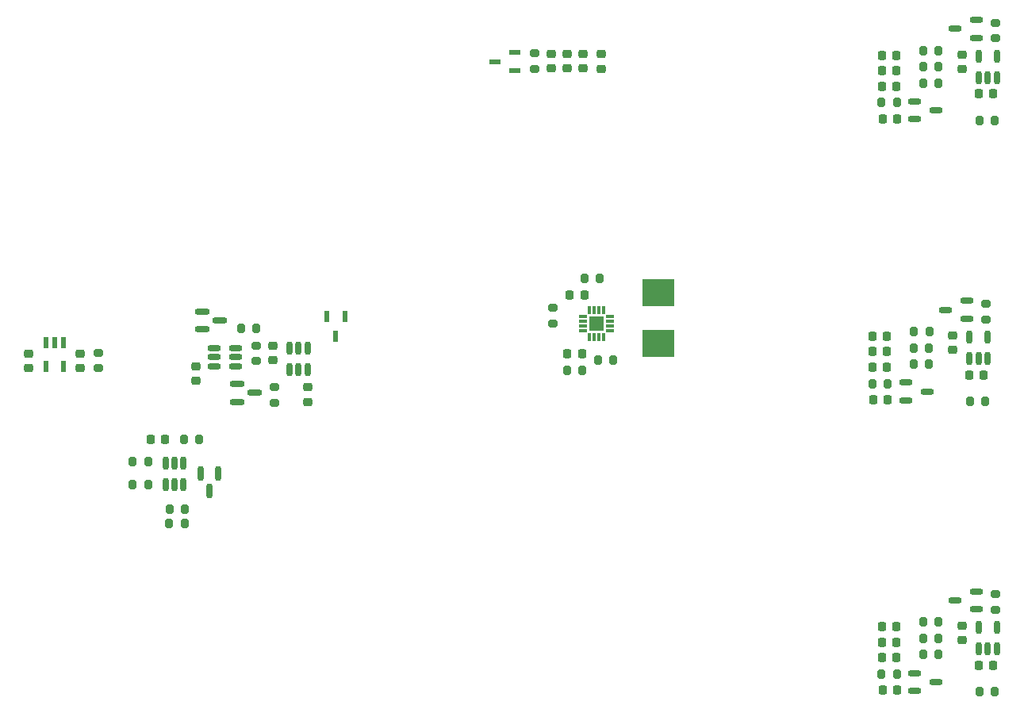
<source format=gtp>
%MOIN*%
%OFA0B0*%
%FSLAX46Y46*%
%IPPOS*%
%LPD*%
%AMRoundRect*
4,1,4,
0.07874015748031496,0.11811023622047245,
0.15748031496062992,0.19685039370078741,
0.23622047244094491,0.27559055118110237,
0.31496062992125984,0.35433070866141736,
0.07874015748031496,0.11811023622047245,
0*
1,1,$1,$2,$3*
1,1,$1,$2,$3*
1,1,$1,$2,$3*
1,1,$1,$2,$3*
20,1,$1,$2,$3,$4,$5,0*
20,1,$1,$2,$3,$4,$5,0*
20,1,$1,$2,$3,$4,$5,0*
20,1,$1,$2,$3,$4,$5,0*%
%AMCOMP45*
4,1,3,
-0.005905511811023622,0.020177165354330708,
-0.005905511811023622,-0.020177165354330708,
0.005905511811023622,-0.020177165354330708,
0.005905511811023622,0.020177165354330708,
0*
4,1,19,
-0.005905511811023622,0.026082677165354333,
-0.00408060830093535,0.025793640844262715,
-0.0024343390612649222,0.024954824769930793,
-0.0011278523954235389,0.023648338104089405,
-0.00028903632109161348,0.02200206886441898,
0,0.020177165354330708,
-0.00028903632109161234,0.018352261844242438,
-0.0011278523954235389,0.01670599260457201,
-0.0024343390612649217,0.015399505938730625,
-0.00408060830093535,0.0145606898643987,
-0.0059055118110236211,0.014271653543307086,
-0.0077304153211118958,0.0145606898643987,
-0.0093766845607823213,0.015399505938730622,
-0.010683171226623704,0.01670599260457201,
-0.011521987300955629,0.018352261844242435,
-0.011811023622047244,0.020177165354330708,
-0.011521987300955631,0.02200206886441898,
-0.010683171226623706,0.023648338104089405,
-0.0093766845607823231,0.02495482476993079,
-0.0077304153211118958,0.025793640844262715,
0*
4,1,19,
-0.005905511811023622,-0.014271653543307086,
-0.00408060830093535,-0.0145606898643987,
-0.0024343390612649222,-0.015399505938730625,
-0.0011278523954235389,-0.01670599260457201,
-0.00028903632109161348,-0.018352261844242438,
0,-0.020177165354330708,
-0.00028903632109161234,-0.02200206886441898,
-0.0011278523954235389,-0.023648338104089405,
-0.0024343390612649217,-0.02495482476993079,
-0.00408060830093535,-0.025793640844262715,
-0.0059055118110236211,-0.026082677165354333,
-0.0077304153211118958,-0.025793640844262715,
-0.0093766845607823213,-0.024954824769930793,
-0.010683171226623704,-0.023648338104089409,
-0.011521987300955629,-0.02200206886441898,
-0.011811023622047244,-0.020177165354330708,
-0.011521987300955631,-0.018352261844242438,
-0.010683171226623706,-0.01670599260457201,
-0.0093766845607823231,-0.015399505938730625,
-0.0077304153211118958,-0.0145606898643987,
0*
4,1,19,
0.005905511811023622,-0.014271653543307086,
0.0077304153211118949,-0.0145606898643987,
0.0093766845607823213,-0.015399505938730625,
0.010683171226623704,-0.01670599260457201,
0.011521987300955629,-0.018352261844242438,
0.011811023622047244,-0.020177165354330708,
0.011521987300955631,-0.02200206886441898,
0.010683171226623704,-0.023648338104089405,
0.0093766845607823231,-0.02495482476993079,
0.0077304153211118949,-0.025793640844262715,
0.0059055118110236228,-0.026082677165354333,
0.0040806083009353481,-0.025793640844262715,
0.002434339061264923,-0.024954824769930793,
0.0011278523954235395,-0.023648338104089409,
0.00028903632109161348,-0.02200206886441898,
0,-0.020177165354330708,
0.00028903632109161234,-0.018352261844242438,
0.0011278523954235378,-0.01670599260457201,
0.0024343390612649213,-0.015399505938730625,
0.0040806083009353481,-0.0145606898643987,
0*
4,1,19,
0.005905511811023622,0.026082677165354333,
0.0077304153211118949,0.025793640844262715,
0.0093766845607823213,0.024954824769930793,
0.010683171226623704,0.023648338104089405,
0.011521987300955629,0.02200206886441898,
0.011811023622047244,0.020177165354330708,
0.011521987300955631,0.018352261844242438,
0.010683171226623704,0.01670599260457201,
0.0093766845607823231,0.015399505938730625,
0.0077304153211118949,0.0145606898643987,
0.0059055118110236228,0.014271653543307086,
0.0040806083009353481,0.0145606898643987,
0.002434339061264923,0.015399505938730622,
0.0011278523954235395,0.01670599260457201,
0.00028903632109161348,0.018352261844242435,
0,0.020177165354330708,
0.00028903632109161234,0.02200206886441898,
0.0011278523954235378,0.023648338104089405,
0.0024343390612649213,0.02495482476993079,
0.0040806083009353481,0.025793640844262715,
0*
4,1,3,
-0.011811023622047244,0.020177165354330708,
0,0.020177165354330708,
0,-0.020177165354330708,
-0.011811023622047244,-0.020177165354330708,
0*
4,1,3,
-0.005905511811023622,-0.026082677165354333,
-0.005905511811023622,-0.014271653543307086,
0.005905511811023622,-0.014271653543307086,
0.005905511811023622,-0.026082677165354333,
0*
4,1,3,
0.011811023622047244,-0.020177165354330708,
0,-0.020177165354330708,
0,0.020177165354330708,
0.011811023622047244,0.020177165354330708,
0*
4,1,3,
0.005905511811023622,0.026082677165354333,
0.005905511811023622,0.014271653543307086,
-0.005905511811023622,0.014271653543307086,
-0.005905511811023622,0.026082677165354333,
0*%
%AMCOMP46*
4,1,3,
-0.02312992125984252,-0.005905511811023622,
0.02312992125984252,-0.005905511811023622,
0.02312992125984252,0.005905511811023622,
-0.02312992125984252,0.005905511811023622,
0*
4,1,19,
-0.02312992125984252,0,
-0.021305017749754251,-0.00028903632109161348,
-0.019658748510083823,-0.0011278523954235389,
-0.018352261844242438,-0.0024343390612649222,
-0.017513445769910513,-0.00408060830093535,
-0.017224409448818898,-0.005905511811023622,
-0.017513445769910509,-0.007730415321111894,
-0.018352261844242438,-0.0093766845607823213,
-0.019658748510083823,-0.010683171226623704,
-0.021305017749754251,-0.011521987300955629,
-0.02312992125984252,-0.011811023622047244,
-0.024954824769930797,-0.011521987300955629,
-0.026601094009601218,-0.010683171226623706,
-0.027907580675442602,-0.0093766845607823231,
-0.028746396749774531,-0.0077304153211118949,
-0.029035433070866146,-0.0059055118110236228,
-0.028746396749774531,-0.0040806083009353507,
-0.027907580675442606,-0.0024343390612649239,
-0.026601094009601225,-0.0011278523954235395,
-0.024954824769930793,-0.00028903632109161348,
0*
4,1,19,
0.02312992125984252,0,
0.024954824769930793,-0.00028903632109161348,
0.026601094009601225,-0.0011278523954235389,
0.027907580675442602,-0.0024343390612649222,
0.028746396749774531,-0.00408060830093535,
0.029035433070866146,-0.005905511811023622,
0.028746396749774531,-0.007730415321111894,
0.027907580675442602,-0.0093766845607823213,
0.026601094009601225,-0.010683171226623704,
0.024954824769930793,-0.011521987300955629,
0.02312992125984252,-0.011811023622047244,
0.021305017749754247,-0.011521987300955629,
0.019658748510083823,-0.010683171226623706,
0.018352261844242438,-0.0093766845607823231,
0.017513445769910513,-0.0077304153211118949,
0.017224409448818898,-0.0059055118110236228,
0.017513445769910509,-0.0040806083009353507,
0.018352261844242438,-0.0024343390612649239,
0.019658748510083819,-0.0011278523954235395,
0.021305017749754251,-0.00028903632109161348,
0*
4,1,19,
0.02312992125984252,0.011811023622047244,
0.024954824769930793,0.011521987300955629,
0.026601094009601225,0.010683171226623704,
0.027907580675442602,0.0093766845607823213,
0.028746396749774531,0.0077304153211118949,
0.029035433070866146,0.005905511811023622,
0.028746396749774531,0.0040806083009353507,
0.027907580675442602,0.002434339061264923,
0.026601094009601225,0.0011278523954235395,
0.024954824769930793,0.00028903632109161348,
0.02312992125984252,0,
0.021305017749754247,0.00028903632109161348,
0.019658748510083823,0.0011278523954235378,
0.018352261844242438,0.0024343390612649217,
0.017513445769910513,0.00408060830093535,
0.017224409448818898,0.0059055118110236211,
0.017513445769910509,0.0077304153211118923,
0.018352261844242438,0.0093766845607823213,
0.019658748510083819,0.010683171226623704,
0.021305017749754251,0.011521987300955629,
0*
4,1,19,
-0.02312992125984252,0.011811023622047244,
-0.021305017749754251,0.011521987300955629,
-0.019658748510083823,0.010683171226623704,
-0.018352261844242438,0.0093766845607823213,
-0.017513445769910513,0.0077304153211118949,
-0.017224409448818898,0.005905511811023622,
-0.017513445769910509,0.0040806083009353507,
-0.018352261844242438,0.002434339061264923,
-0.019658748510083823,0.0011278523954235395,
-0.021305017749754251,0.00028903632109161348,
-0.02312992125984252,0,
-0.024954824769930797,0.00028903632109161348,
-0.026601094009601218,0.0011278523954235378,
-0.027907580675442602,0.0024343390612649217,
-0.028746396749774531,0.00408060830093535,
-0.029035433070866146,0.0059055118110236211,
-0.028746396749774531,0.0077304153211118923,
-0.027907580675442606,0.0093766845607823213,
-0.026601094009601225,0.010683171226623704,
-0.024954824769930793,0.011521987300955629,
0*
4,1,3,
-0.02312992125984252,-0.011811023622047244,
-0.02312992125984252,0,
0.02312992125984252,0,
0.02312992125984252,-0.011811023622047244,
0*
4,1,3,
0.029035433070866146,-0.005905511811023622,
0.017224409448818898,-0.005905511811023622,
0.017224409448818898,0.005905511811023622,
0.029035433070866146,0.005905511811023622,
0*
4,1,3,
0.02312992125984252,0.011811023622047244,
0.02312992125984252,0,
-0.02312992125984252,0,
-0.02312992125984252,0.011811023622047244,
0*
4,1,3,
-0.029035433070866146,0.005905511811023622,
-0.017224409448818898,0.005905511811023622,
-0.017224409448818898,-0.005905511811023622,
-0.029035433070866146,-0.005905511811023622,
0*%
%AMCOMP47*
4,1,3,
0.020177165354330708,0.005905511811023622,
-0.020177165354330708,0.005905511811023622,
-0.020177165354330708,-0.005905511811023622,
0.020177165354330708,-0.005905511811023622,
0*
4,1,19,
0.020177165354330708,0.011811023622047244,
0.02200206886441898,0.011521987300955629,
0.023648338104089405,0.010683171226623704,
0.024954824769930793,0.0093766845607823213,
0.025793640844262715,0.0077304153211118949,
0.026082677165354333,0.005905511811023622,
0.025793640844262718,0.0040806083009353507,
0.024954824769930793,0.002434339061264923,
0.023648338104089409,0.0011278523954235395,
0.02200206886441898,0.00028903632109161348,
0.020177165354330708,0,
0.018352261844242435,0.00028903632109161348,
0.01670599260457201,0.0011278523954235378,
0.015399505938730625,0.0024343390612649217,
0.0145606898643987,0.00408060830093535,
0.014271653543307086,0.0059055118110236211,
0.014560689864398697,0.0077304153211118923,
0.015399505938730622,0.0093766845607823213,
0.016705992604572006,0.010683171226623704,
0.018352261844242435,0.011521987300955629,
0*
4,1,19,
-0.020177165354330708,0.011811023622047244,
-0.018352261844242438,0.011521987300955629,
-0.01670599260457201,0.010683171226623704,
-0.015399505938730625,0.0093766845607823213,
-0.0145606898643987,0.0077304153211118949,
-0.014271653543307086,0.005905511811023622,
-0.014560689864398697,0.0040806083009353507,
-0.015399505938730625,0.002434339061264923,
-0.01670599260457201,0.0011278523954235395,
-0.018352261844242438,0.00028903632109161348,
-0.020177165354330708,0,
-0.022002068864418984,0.00028903632109161348,
-0.023648338104089405,0.0011278523954235378,
-0.02495482476993079,0.0024343390612649217,
-0.025793640844262715,0.00408060830093535,
-0.026082677165354333,0.0059055118110236211,
-0.025793640844262718,0.0077304153211118923,
-0.024954824769930793,0.0093766845607823213,
-0.023648338104089409,0.010683171226623704,
-0.02200206886441898,0.011521987300955629,
0*
4,1,19,
-0.020177165354330708,0,
-0.018352261844242438,-0.00028903632109161348,
-0.01670599260457201,-0.0011278523954235389,
-0.015399505938730625,-0.0024343390612649222,
-0.0145606898643987,-0.00408060830093535,
-0.014271653543307086,-0.005905511811023622,
-0.014560689864398697,-0.007730415321111894,
-0.015399505938730625,-0.0093766845607823213,
-0.01670599260457201,-0.010683171226623704,
-0.018352261844242438,-0.011521987300955629,
-0.020177165354330708,-0.011811023622047244,
-0.022002068864418984,-0.011521987300955629,
-0.023648338104089405,-0.010683171226623706,
-0.02495482476993079,-0.0093766845607823231,
-0.025793640844262715,-0.0077304153211118949,
-0.026082677165354333,-0.0059055118110236228,
-0.025793640844262718,-0.0040806083009353507,
-0.024954824769930793,-0.0024343390612649239,
-0.023648338104089409,-0.0011278523954235395,
-0.02200206886441898,-0.00028903632109161348,
0*
4,1,19,
0.020177165354330708,0,
0.02200206886441898,-0.00028903632109161348,
0.023648338104089405,-0.0011278523954235389,
0.024954824769930793,-0.0024343390612649222,
0.025793640844262715,-0.00408060830093535,
0.026082677165354333,-0.005905511811023622,
0.025793640844262718,-0.007730415321111894,
0.024954824769930793,-0.0093766845607823213,
0.023648338104089409,-0.010683171226623704,
0.02200206886441898,-0.011521987300955629,
0.020177165354330708,-0.011811023622047244,
0.018352261844242435,-0.011521987300955629,
0.01670599260457201,-0.010683171226623706,
0.015399505938730625,-0.0093766845607823231,
0.0145606898643987,-0.0077304153211118949,
0.014271653543307086,-0.0059055118110236228,
0.014560689864398697,-0.0040806083009353507,
0.015399505938730622,-0.0024343390612649239,
0.016705992604572006,-0.0011278523954235395,
0.018352261844242435,-0.00028903632109161348,
0*
4,1,3,
0.020177165354330708,0.011811023622047244,
0.020177165354330708,0,
-0.020177165354330708,0,
-0.020177165354330708,0.011811023622047244,
0*
4,1,3,
-0.026082677165354333,0.005905511811023622,
-0.014271653543307086,0.005905511811023622,
-0.014271653543307086,-0.005905511811023622,
-0.026082677165354333,-0.005905511811023622,
0*
4,1,3,
-0.020177165354330708,-0.011811023622047244,
-0.020177165354330708,0,
0.020177165354330708,0,
0.020177165354330708,-0.011811023622047244,
0*
4,1,3,
0.026082677165354333,-0.005905511811023622,
0.014271653543307086,-0.005905511811023622,
0.014271653543307086,0.005905511811023622,
0.026082677165354333,0.005905511811023622,
0*%
%AMCOMP48*
4,1,3,
0.0088582677165354329,0.00984251968503937,
-0.0088582677165354329,0.00984251968503937,
-0.0088582677165354329,-0.00984251968503937,
0.0088582677165354329,-0.00984251968503937,
0*
4,1,19,
0.0088582677165354329,0.018700787401574805,
0.011595622981667842,0.018267232919937385,
0.014065026841173483,0.017009008808439495,
0.01602475683993556,0.015049278809677422,
0.017282980951433446,0.012579874950171779,
0.017716535433070866,0.00984251968503937,
0.017282980951433449,0.0071051644199069631,
0.01602475683993556,0.0046357605604013218,
0.014065026841173483,0.0026760305616392458,
0.011595622981667842,0.0014178064501413565,
0.0088582677165354347,0.00098425196850393678,
0.0061209124514030235,0.0014178064501413565,
0.0036515085918973852,0.0026760305616392436,
0.001691778593135309,0.00463576056040132,
0.00043355448163741962,0.0071051644199069614,
0,0.00984251968503937,
0.00043355448163741854,0.012579874950171778,
0.0016917785931353068,0.015049278809677416,
0.0036515085918973817,0.017009008808439495,
0.0061209124514030235,0.018267232919937385,
0*
4,1,19,
-0.0088582677165354329,0.018700787401574805,
-0.0061209124514030253,0.018267232919937385,
-0.0036515085918973839,0.017009008808439495,
-0.0016917785931353079,0.015049278809677422,
-0.00043355448163741962,0.012579874950171779,
0,0.00984251968503937,
-0.00043355448163741854,0.0071051644199069631,
-0.0016917785931353079,0.0046357605604013218,
-0.003651508591897383,0.0026760305616392458,
-0.0061209124514030253,0.0014178064501413565,
-0.0088582677165354329,0.00098425196850393678,
-0.011595622981667844,0.0014178064501413565,
-0.014065026841173483,0.0026760305616392436,
-0.01602475683993556,0.00463576056040132,
-0.017282980951433446,0.0071051644199069614,
-0.017716535433070866,0.00984251968503937,
-0.017282980951433449,0.012579874950171778,
-0.01602475683993556,0.015049278809677416,
-0.014065026841173486,0.017009008808439495,
-0.011595622981667844,0.018267232919937385,
0*
4,1,19,
-0.0088582677165354329,-0.00098425196850393678,
-0.0061209124514030253,-0.0014178064501413565,
-0.0036515085918973839,-0.0026760305616392449,
-0.0016917785931353079,-0.0046357605604013209,
-0.00043355448163741962,-0.0071051644199069614,
0,-0.00984251968503937,
-0.00043355448163741854,-0.012579874950171778,
-0.0016917785931353079,-0.01504927880967742,
-0.003651508591897383,-0.017009008808439495,
-0.0061209124514030253,-0.018267232919937385,
-0.0088582677165354329,-0.018700787401574805,
-0.011595622981667844,-0.018267232919937385,
-0.014065026841173483,-0.0170090088084395,
-0.01602475683993556,-0.015049278809677422,
-0.017282980951433446,-0.012579874950171779,
-0.017716535433070866,-0.0098425196850393734,
-0.017282980951433449,-0.0071051644199069631,
-0.01602475683993556,-0.0046357605604013235,
-0.014065026841173486,-0.0026760305616392458,
-0.011595622981667844,-0.0014178064501413565,
0*
4,1,19,
0.0088582677165354329,-0.00098425196850393678,
0.011595622981667842,-0.0014178064501413565,
0.014065026841173483,-0.0026760305616392449,
0.01602475683993556,-0.0046357605604013209,
0.017282980951433446,-0.0071051644199069614,
0.017716535433070866,-0.00984251968503937,
0.017282980951433449,-0.012579874950171778,
0.01602475683993556,-0.01504927880967742,
0.014065026841173483,-0.017009008808439495,
0.011595622981667842,-0.018267232919937385,
0.0088582677165354347,-0.018700787401574805,
0.0061209124514030235,-0.018267232919937385,
0.0036515085918973852,-0.0170090088084395,
0.001691778593135309,-0.015049278809677422,
0.00043355448163741962,-0.012579874950171779,
0,-0.0098425196850393734,
0.00043355448163741854,-0.0071051644199069631,
0.0016917785931353068,-0.0046357605604013235,
0.0036515085918973817,-0.0026760305616392458,
0.0061209124514030235,-0.0014178064501413565,
0*
4,1,3,
0.0088582677165354329,0.018700787401574805,
0.0088582677165354329,0.00098425196850393678,
-0.0088582677165354329,0.00098425196850393678,
-0.0088582677165354329,0.018700787401574805,
0*
4,1,3,
-0.017716535433070866,0.00984251968503937,
0,0.00984251968503937,
0,-0.00984251968503937,
-0.017716535433070866,-0.00984251968503937,
0*
4,1,3,
-0.0088582677165354329,-0.018700787401574805,
-0.0088582677165354329,-0.00098425196850393678,
0.0088582677165354329,-0.00098425196850393678,
0.0088582677165354329,-0.018700787401574805,
0*
4,1,3,
0.017716535433070866,-0.00984251968503937,
0,-0.00984251968503937,
0,0.00984251968503937,
0.017716535433070866,0.00984251968503937,
0*%
%AMCOMP49*
4,1,3,
0.005905511811023622,-0.020177165354330708,
0.005905511811023622,0.020177165354330708,
-0.005905511811023622,0.020177165354330708,
-0.005905511811023622,-0.020177165354330708,
0*
4,1,19,
0.005905511811023622,-0.014271653543307086,
0.0077304153211118949,-0.0145606898643987,
0.0093766845607823213,-0.015399505938730625,
0.010683171226623704,-0.01670599260457201,
0.011521987300955629,-0.018352261844242438,
0.011811023622047244,-0.020177165354330708,
0.011521987300955631,-0.02200206886441898,
0.010683171226623704,-0.023648338104089405,
0.0093766845607823231,-0.02495482476993079,
0.0077304153211118949,-0.025793640844262715,
0.0059055118110236228,-0.026082677165354333,
0.0040806083009353481,-0.025793640844262715,
0.002434339061264923,-0.024954824769930793,
0.0011278523954235395,-0.023648338104089409,
0.00028903632109161348,-0.02200206886441898,
0,-0.020177165354330708,
0.00028903632109161234,-0.018352261844242438,
0.0011278523954235378,-0.01670599260457201,
0.0024343390612649213,-0.015399505938730625,
0.0040806083009353481,-0.0145606898643987,
0*
4,1,19,
0.005905511811023622,0.026082677165354333,
0.0077304153211118949,0.025793640844262715,
0.0093766845607823213,0.024954824769930793,
0.010683171226623704,0.023648338104089405,
0.011521987300955629,0.02200206886441898,
0.011811023622047244,0.020177165354330708,
0.011521987300955631,0.018352261844242438,
0.010683171226623704,0.01670599260457201,
0.0093766845607823231,0.015399505938730625,
0.0077304153211118949,0.0145606898643987,
0.0059055118110236228,0.014271653543307086,
0.0040806083009353481,0.0145606898643987,
0.002434339061264923,0.015399505938730622,
0.0011278523954235395,0.01670599260457201,
0.00028903632109161348,0.018352261844242435,
0,0.020177165354330708,
0.00028903632109161234,0.02200206886441898,
0.0011278523954235378,0.023648338104089405,
0.0024343390612649213,0.02495482476993079,
0.0040806083009353481,0.025793640844262715,
0*
4,1,19,
-0.005905511811023622,0.026082677165354333,
-0.00408060830093535,0.025793640844262715,
-0.0024343390612649222,0.024954824769930793,
-0.0011278523954235389,0.023648338104089405,
-0.00028903632109161348,0.02200206886441898,
0,0.020177165354330708,
-0.00028903632109161234,0.018352261844242438,
-0.0011278523954235389,0.01670599260457201,
-0.0024343390612649217,0.015399505938730625,
-0.00408060830093535,0.0145606898643987,
-0.0059055118110236211,0.014271653543307086,
-0.0077304153211118958,0.0145606898643987,
-0.0093766845607823213,0.015399505938730622,
-0.010683171226623704,0.01670599260457201,
-0.011521987300955629,0.018352261844242435,
-0.011811023622047244,0.020177165354330708,
-0.011521987300955631,0.02200206886441898,
-0.010683171226623706,0.023648338104089405,
-0.0093766845607823231,0.02495482476993079,
-0.0077304153211118958,0.025793640844262715,
0*
4,1,19,
-0.005905511811023622,-0.014271653543307086,
-0.00408060830093535,-0.0145606898643987,
-0.0024343390612649222,-0.015399505938730625,
-0.0011278523954235389,-0.01670599260457201,
-0.00028903632109161348,-0.018352261844242438,
0,-0.020177165354330708,
-0.00028903632109161234,-0.02200206886441898,
-0.0011278523954235389,-0.023648338104089405,
-0.0024343390612649217,-0.02495482476993079,
-0.00408060830093535,-0.025793640844262715,
-0.0059055118110236211,-0.026082677165354333,
-0.0077304153211118958,-0.025793640844262715,
-0.0093766845607823213,-0.024954824769930793,
-0.010683171226623704,-0.023648338104089409,
-0.011521987300955629,-0.02200206886441898,
-0.011811023622047244,-0.020177165354330708,
-0.011521987300955631,-0.018352261844242438,
-0.010683171226623706,-0.01670599260457201,
-0.0093766845607823231,-0.015399505938730625,
-0.0077304153211118958,-0.0145606898643987,
0*
4,1,3,
0.011811023622047244,-0.020177165354330708,
0,-0.020177165354330708,
0,0.020177165354330708,
0.011811023622047244,0.020177165354330708,
0*
4,1,3,
0.005905511811023622,0.026082677165354333,
0.005905511811023622,0.014271653543307086,
-0.005905511811023622,0.014271653543307086,
-0.005905511811023622,0.026082677165354333,
0*
4,1,3,
-0.011811023622047244,0.020177165354330708,
0,0.020177165354330708,
0,-0.020177165354330708,
-0.011811023622047244,-0.020177165354330708,
0*
4,1,3,
-0.005905511811023622,-0.026082677165354333,
-0.005905511811023622,-0.014271653543307086,
0.005905511811023622,-0.014271653543307086,
0.005905511811023622,-0.026082677165354333,
0*%
%AMCOMP50*
4,1,3,
-0.00984251968503937,0.0088582677165354329,
-0.00984251968503937,-0.0088582677165354329,
0.00984251968503937,-0.0088582677165354329,
0.00984251968503937,0.0088582677165354329,
0*
4,1,19,
-0.00984251968503937,0.017716535433070866,
-0.0071051644199069623,0.017282980951433446,
-0.0046357605604013209,0.01602475683993556,
-0.0026760305616392449,0.014065026841173483,
-0.0014178064501413565,0.011595622981667842,
-0.00098425196850393678,0.0088582677165354329,
-0.0014178064501413554,0.0061209124514030253,
-0.0026760305616392449,0.0036515085918973852,
-0.00463576056040132,0.001691778593135309,
-0.0071051644199069614,0.00043355448163741962,
-0.00984251968503937,0,
-0.012579874950171783,0.00043355448163741962,
-0.01504927880967742,0.0016917785931353068,
-0.017009008808439495,0.003651508591897383,
-0.018267232919937385,0.0061209124514030244,
-0.018700787401574805,0.0088582677165354329,
-0.018267232919937385,0.011595622981667841,
-0.0170090088084395,0.014065026841173481,
-0.015049278809677422,0.01602475683993556,
-0.012579874950171779,0.017282980951433446,
0*
4,1,19,
-0.00984251968503937,0,
-0.0071051644199069623,-0.00043355448163741962,
-0.0046357605604013209,-0.0016917785931353079,
-0.0026760305616392449,-0.0036515085918973839,
-0.0014178064501413565,-0.0061209124514030253,
-0.00098425196850393678,-0.0088582677165354329,
-0.0014178064501413554,-0.011595622981667842,
-0.0026760305616392449,-0.014065026841173483,
-0.00463576056040132,-0.01602475683993556,
-0.0071051644199069614,-0.017282980951433446,
-0.00984251968503937,-0.017716535433070866,
-0.012579874950171783,-0.017282980951433446,
-0.01504927880967742,-0.01602475683993556,
-0.017009008808439495,-0.014065026841173483,
-0.018267232919937385,-0.011595622981667842,
-0.018700787401574805,-0.0088582677165354347,
-0.018267232919937385,-0.0061209124514030279,
-0.0170090088084395,-0.0036515085918973861,
-0.015049278809677422,-0.001691778593135309,
-0.012579874950171779,-0.00043355448163741962,
0*
4,1,19,
0.00984251968503937,0,
0.012579874950171779,-0.00043355448163741962,
0.015049278809677422,-0.0016917785931353079,
0.017009008808439495,-0.0036515085918973839,
0.018267232919937385,-0.0061209124514030253,
0.018700787401574805,-0.0088582677165354329,
0.018267232919937385,-0.011595622981667842,
0.017009008808439495,-0.014065026841173483,
0.015049278809677422,-0.01602475683993556,
0.012579874950171779,-0.017282980951433446,
0.00984251968503937,-0.017716535433070866,
0.0071051644199069588,-0.017282980951433446,
0.0046357605604013218,-0.01602475683993556,
0.0026760305616392458,-0.014065026841173483,
0.0014178064501413565,-0.011595622981667842,
0.00098425196850393678,-0.0088582677165354347,
0.0014178064501413554,-0.0061209124514030279,
0.0026760305616392436,-0.0036515085918973861,
0.0046357605604013183,-0.001691778593135309,
0.0071051644199069614,-0.00043355448163741962,
0*
4,1,19,
0.00984251968503937,0.017716535433070866,
0.012579874950171779,0.017282980951433446,
0.015049278809677422,0.01602475683993556,
0.017009008808439495,0.014065026841173483,
0.018267232919937385,0.011595622981667842,
0.018700787401574805,0.0088582677165354329,
0.018267232919937385,0.0061209124514030253,
0.017009008808439495,0.0036515085918973852,
0.015049278809677422,0.001691778593135309,
0.012579874950171779,0.00043355448163741962,
0.00984251968503937,0,
0.0071051644199069588,0.00043355448163741962,
0.0046357605604013218,0.0016917785931353068,
0.0026760305616392458,0.003651508591897383,
0.0014178064501413565,0.0061209124514030244,
0.00098425196850393678,0.0088582677165354329,
0.0014178064501413554,0.011595622981667841,
0.0026760305616392436,0.014065026841173481,
0.0046357605604013183,0.01602475683993556,
0.0071051644199069614,0.017282980951433446,
0*
4,1,3,
-0.018700787401574805,0.0088582677165354329,
-0.00098425196850393678,0.0088582677165354329,
-0.00098425196850393678,-0.0088582677165354329,
-0.018700787401574805,-0.0088582677165354329,
0*
4,1,3,
-0.00984251968503937,-0.017716535433070866,
-0.00984251968503937,0,
0.00984251968503937,0,
0.00984251968503937,-0.017716535433070866,
0*
4,1,3,
0.018700787401574805,-0.0088582677165354329,
0.00098425196850393678,-0.0088582677165354329,
0.00098425196850393678,0.0088582677165354329,
0.018700787401574805,0.0088582677165354329,
0*
4,1,3,
0.00984251968503937,0.017716535433070866,
0.00984251968503937,0,
-0.00984251968503937,0,
-0.00984251968503937,0.017716535433070866,
0*%
%AMCOMP51*
4,1,3,
0.010826771653543309,-0.0078740157480314977,
0.010826771653543309,0.0078740157480314977,
-0.010826771653543309,0.0078740157480314977,
-0.010826771653543309,-0.0078740157480314977,
0*
4,1,19,
0.010826771653543309,0,
0.013259976333661005,-0.00038538176145548424,
0.015455001986554908,-0.0015038031938980512,
0.017196984207676753,-0.0032457854150198971,
0.018315405640119319,-0.0054408110679138007,
0.018700787401574805,-0.0078740157480314977,
0.018315405640119322,-0.010307220428149194,
0.017196984207676753,-0.012502246081043097,
0.015455001986554908,-0.01424422830216494,
0.013259976333661007,-0.015362649734607511,
0.010826771653543309,-0.015748031496062995,
0.00839356697342561,-0.015362649734607511,
0.0061985413205317089,-0.014244228302164944,
0.0044565590994098637,-0.0125022460810431,
0.0033381376669672958,-0.010307220428149196,
0.0029527559055118114,-0.0078740157480314977,
0.0033381376669672949,-0.0054408110679138016,
0.0044565590994098628,-0.0032457854150198988,
0.0061985413205317063,-0.0015038031938980523,
0.00839356697342561,-0.00038538176145548424,
0*
4,1,19,
0.010826771653543309,0.015748031496062995,
0.013259976333661005,0.015362649734607511,
0.015455001986554908,0.014244228302164944,
0.017196984207676753,0.012502246081043097,
0.018315405640119319,0.010307220428149194,
0.018700787401574805,0.0078740157480314977,
0.018315405640119322,0.0054408110679138007,
0.017196984207676753,0.0032457854150198975,
0.015455001986554908,0.0015038031938980523,
0.013259976333661007,0.00038538176145548424,
0.010826771653543309,0,
0.00839356697342561,0.00038538176145548424,
0.0061985413205317089,0.0015038031938980512,
0.0044565590994098637,0.0032457854150198962,
0.0033381376669672958,0.0054408110679138,
0.0029527559055118114,0.007874015748031496,
0.0033381376669672949,0.010307220428149194,
0.0044565590994098628,0.012502246081043094,
0.0061985413205317063,0.01424422830216494,
0.00839356697342561,0.015362649734607511,
0*
4,1,19,
-0.010826771653543309,0.015748031496062995,
-0.0083935669734256126,0.015362649734607511,
-0.0061985413205317089,0.014244228302164944,
-0.0044565590994098628,0.012502246081043097,
-0.0033381376669672958,0.010307220428149194,
-0.0029527559055118114,0.0078740157480314977,
-0.0033381376669672949,0.0054408110679138007,
-0.0044565590994098628,0.0032457854150198975,
-0.0061985413205317081,0.0015038031938980523,
-0.00839356697342561,0.00038538176145548424,
-0.010826771653543309,0,
-0.013259976333661007,0.00038538176145548424,
-0.015455001986554908,0.0015038031938980512,
-0.017196984207676753,0.0032457854150198962,
-0.018315405640119319,0.0054408110679138,
-0.018700787401574805,0.007874015748031496,
-0.018315405640119322,0.010307220428149194,
-0.017196984207676753,0.012502246081043094,
-0.01545500198655491,0.01424422830216494,
-0.013259976333661007,0.015362649734607511,
0*
4,1,19,
-0.010826771653543309,0,
-0.0083935669734256126,-0.00038538176145548424,
-0.0061985413205317089,-0.0015038031938980512,
-0.0044565590994098628,-0.0032457854150198971,
-0.0033381376669672958,-0.0054408110679138007,
-0.0029527559055118114,-0.0078740157480314977,
-0.0033381376669672949,-0.010307220428149194,
-0.0044565590994098628,-0.012502246081043097,
-0.0061985413205317081,-0.01424422830216494,
-0.00839356697342561,-0.015362649734607511,
-0.010826771653543309,-0.015748031496062995,
-0.013259976333661007,-0.015362649734607511,
-0.015455001986554908,-0.014244228302164944,
-0.017196984207676753,-0.0125022460810431,
-0.018315405640119319,-0.010307220428149196,
-0.018700787401574805,-0.0078740157480314977,
-0.018315405640119322,-0.0054408110679138016,
-0.017196984207676753,-0.0032457854150198988,
-0.01545500198655491,-0.0015038031938980523,
-0.013259976333661007,-0.00038538176145548424,
0*
4,1,3,
0.018700787401574805,-0.0078740157480314977,
0.0029527559055118114,-0.0078740157480314977,
0.0029527559055118114,0.0078740157480314977,
0.018700787401574805,0.0078740157480314977,
0*
4,1,3,
0.010826771653543309,0.015748031496062995,
0.010826771653543309,0,
-0.010826771653543309,0,
-0.010826771653543309,0.015748031496062995,
0*
4,1,3,
-0.018700787401574805,0.0078740157480314977,
-0.0029527559055118114,0.0078740157480314977,
-0.0029527559055118114,-0.0078740157480314977,
-0.018700787401574805,-0.0078740157480314977,
0*
4,1,3,
-0.010826771653543309,-0.015748031496062995,
-0.010826771653543309,0,
0.010826771653543309,0,
0.010826771653543309,-0.015748031496062995,
0*%
%AMCOMP52*
4,1,3,
-0.0078740157480314977,-0.010826771653543309,
0.0078740157480314977,-0.010826771653543309,
0.0078740157480314977,0.010826771653543309,
-0.0078740157480314977,0.010826771653543309,
0*
4,1,19,
-0.0078740157480314977,-0.0029527559055118114,
-0.0054408110679138007,-0.0033381376669672958,
-0.0032457854150198971,-0.0044565590994098628,
-0.0015038031938980512,-0.0061985413205317089,
-0.00038538176145548424,-0.0083935669734256126,
0,-0.010826771653543309,
-0.00038538176145548316,-0.013259976333661005,
-0.0015038031938980512,-0.015455001986554908,
-0.0032457854150198962,-0.017196984207676753,
-0.0054408110679138,-0.018315405640119319,
-0.007874015748031496,-0.018700787401574805,
-0.010307220428149196,-0.018315405640119319,
-0.012502246081043097,-0.017196984207676753,
-0.01424422830216494,-0.015455001986554908,
-0.015362649734607511,-0.013259976333661007,
-0.015748031496062995,-0.01082677165354331,
-0.015362649734607511,-0.0083935669734256143,
-0.014244228302164944,-0.0061985413205317107,
-0.0125022460810431,-0.0044565590994098637,
-0.010307220428149196,-0.0033381376669672958,
0*
4,1,19,
0.0078740157480314977,-0.0029527559055118114,
0.010307220428149194,-0.0033381376669672958,
0.012502246081043097,-0.0044565590994098628,
0.014244228302164944,-0.0061985413205317089,
0.015362649734607511,-0.0083935669734256126,
0.015748031496062995,-0.010826771653543309,
0.015362649734607511,-0.013259976333661005,
0.014244228302164944,-0.015455001986554908,
0.0125022460810431,-0.017196984207676753,
0.010307220428149194,-0.018315405640119319,
0.0078740157480314977,-0.018700787401574805,
0.005440811067913799,-0.018315405640119319,
0.0032457854150198975,-0.017196984207676753,
0.0015038031938980523,-0.015455001986554908,
0.00038538176145548424,-0.013259976333661007,
0,-0.01082677165354331,
0.00038538176145548316,-0.0083935669734256143,
0.0015038031938980512,-0.0061985413205317107,
0.0032457854150198949,-0.0044565590994098637,
0.005440811067913799,-0.0033381376669672958,
0*
4,1,19,
0.0078740157480314977,0.018700787401574805,
0.010307220428149194,0.018315405640119319,
0.012502246081043097,0.017196984207676753,
0.014244228302164944,0.015455001986554908,
0.015362649734607511,0.013259976333661005,
0.015748031496062995,0.010826771653543309,
0.015362649734607511,0.0083935669734256126,
0.014244228302164944,0.0061985413205317089,
0.0125022460810431,0.0044565590994098637,
0.010307220428149194,0.0033381376669672958,
0.0078740157480314977,0.0029527559055118114,
0.005440811067913799,0.0033381376669672958,
0.0032457854150198975,0.0044565590994098628,
0.0015038031938980523,0.0061985413205317081,
0.00038538176145548424,0.00839356697342561,
0,0.010826771653543307,
0.00038538176145548316,0.013259976333661003,
0.0015038031938980512,0.015455001986554907,
0.0032457854150198949,0.017196984207676753,
0.005440811067913799,0.018315405640119319,
0*
4,1,19,
-0.0078740157480314977,0.018700787401574805,
-0.0054408110679138007,0.018315405640119319,
-0.0032457854150198971,0.017196984207676753,
-0.0015038031938980512,0.015455001986554908,
-0.00038538176145548424,0.013259976333661005,
0,0.010826771653543309,
-0.00038538176145548316,0.0083935669734256126,
-0.0015038031938980512,0.0061985413205317089,
-0.0032457854150198962,0.0044565590994098637,
-0.0054408110679138,0.0033381376669672958,
-0.007874015748031496,0.0029527559055118114,
-0.010307220428149196,0.0033381376669672958,
-0.012502246081043097,0.0044565590994098628,
-0.01424422830216494,0.0061985413205317081,
-0.015362649734607511,0.00839356697342561,
-0.015748031496062995,0.010826771653543307,
-0.015362649734607511,0.013259976333661003,
-0.014244228302164944,0.015455001986554907,
-0.0125022460810431,0.017196984207676753,
-0.010307220428149196,0.018315405640119319,
0*
4,1,3,
-0.0078740157480314977,-0.018700787401574805,
-0.0078740157480314977,-0.0029527559055118114,
0.0078740157480314977,-0.0029527559055118114,
0.0078740157480314977,-0.018700787401574805,
0*
4,1,3,
0.015748031496062995,-0.010826771653543309,
0,-0.010826771653543309,
0,0.010826771653543309,
0.015748031496062995,0.010826771653543309,
0*
4,1,3,
0.0078740157480314977,0.018700787401574805,
0.0078740157480314977,0.0029527559055118114,
-0.0078740157480314977,0.0029527559055118114,
-0.0078740157480314977,0.018700787401574805,
0*
4,1,3,
-0.015748031496062995,0.010826771653543309,
0,0.010826771653543309,
0,-0.010826771653543309,
-0.015748031496062995,-0.010826771653543309,
0*%
%AMCOMP53*
4,1,3,
-0.005905511811023622,0.02312992125984252,
-0.005905511811023622,-0.02312992125984252,
0.005905511811023622,-0.02312992125984252,
0.005905511811023622,0.02312992125984252,
0*
4,1,19,
-0.005905511811023622,0.029035433070866146,
-0.00408060830093535,0.028746396749774531,
-0.0024343390612649222,0.027907580675442602,
-0.0011278523954235389,0.026601094009601225,
-0.00028903632109161348,0.024954824769930793,
0,0.02312992125984252,
-0.00028903632109161234,0.021305017749754251,
-0.0011278523954235389,0.019658748510083823,
-0.0024343390612649217,0.018352261844242438,
-0.00408060830093535,0.017513445769910513,
-0.0059055118110236211,0.017224409448818898,
-0.0077304153211118958,0.017513445769910513,
-0.0093766845607823213,0.018352261844242438,
-0.010683171226623704,0.019658748510083823,
-0.011521987300955629,0.021305017749754251,
-0.011811023622047244,0.02312992125984252,
-0.011521987300955631,0.024954824769930793,
-0.010683171226623706,0.026601094009601218,
-0.0093766845607823231,0.027907580675442602,
-0.0077304153211118958,0.028746396749774531,
0*
4,1,19,
-0.005905511811023622,-0.017224409448818898,
-0.00408060830093535,-0.017513445769910513,
-0.0024343390612649222,-0.018352261844242438,
-0.0011278523954235389,-0.019658748510083823,
-0.00028903632109161348,-0.021305017749754251,
0,-0.02312992125984252,
-0.00028903632109161234,-0.024954824769930793,
-0.0011278523954235389,-0.026601094009601218,
-0.0024343390612649217,-0.027907580675442602,
-0.00408060830093535,-0.028746396749774531,
-0.0059055118110236211,-0.029035433070866146,
-0.0077304153211118958,-0.028746396749774531,
-0.0093766845607823213,-0.027907580675442606,
-0.010683171226623704,-0.026601094009601225,
-0.011521987300955629,-0.024954824769930793,
-0.011811023622047244,-0.02312992125984252,
-0.011521987300955631,-0.021305017749754251,
-0.010683171226623706,-0.019658748510083823,
-0.0093766845607823231,-0.018352261844242438,
-0.0077304153211118958,-0.017513445769910513,
0*
4,1,19,
0.005905511811023622,-0.017224409448818898,
0.0077304153211118949,-0.017513445769910513,
0.0093766845607823213,-0.018352261844242438,
0.010683171226623704,-0.019658748510083823,
0.011521987300955629,-0.021305017749754251,
0.011811023622047244,-0.02312992125984252,
0.011521987300955631,-0.024954824769930793,
0.010683171226623704,-0.026601094009601218,
0.0093766845607823231,-0.027907580675442602,
0.0077304153211118949,-0.028746396749774531,
0.0059055118110236228,-0.029035433070866146,
0.0040806083009353481,-0.028746396749774531,
0.002434339061264923,-0.027907580675442606,
0.0011278523954235395,-0.026601094009601225,
0.00028903632109161348,-0.024954824769930793,
0,-0.02312992125984252,
0.00028903632109161234,-0.021305017749754251,
0.0011278523954235378,-0.019658748510083823,
0.0024343390612649213,-0.018352261844242438,
0.0040806083009353481,-0.017513445769910513,
0*
4,1,19,
0.005905511811023622,0.029035433070866146,
0.0077304153211118949,0.028746396749774531,
0.0093766845607823213,0.027907580675442602,
0.010683171226623704,0.026601094009601225,
0.011521987300955629,0.024954824769930793,
0.011811023622047244,0.02312992125984252,
0.011521987300955631,0.021305017749754251,
0.010683171226623704,0.019658748510083823,
0.0093766845607823231,0.018352261844242438,
0.0077304153211118949,0.017513445769910513,
0.0059055118110236228,0.017224409448818898,
0.0040806083009353481,0.017513445769910513,
0.002434339061264923,0.018352261844242438,
0.0011278523954235395,0.019658748510083823,
0.00028903632109161348,0.021305017749754251,
0,0.02312992125984252,
0.00028903632109161234,0.024954824769930793,
0.0011278523954235378,0.026601094009601218,
0.0024343390612649213,0.027907580675442602,
0.0040806083009353481,0.028746396749774531,
0*
4,1,3,
-0.011811023622047244,0.02312992125984252,
0,0.02312992125984252,
0,-0.02312992125984252,
-0.011811023622047244,-0.02312992125984252,
0*
4,1,3,
-0.005905511811023622,-0.029035433070866146,
-0.005905511811023622,-0.017224409448818898,
0.005905511811023622,-0.017224409448818898,
0.005905511811023622,-0.029035433070866146,
0*
4,1,3,
0.011811023622047244,-0.02312992125984252,
0,-0.02312992125984252,
0,0.02312992125984252,
0.011811023622047244,0.02312992125984252,
0*
4,1,3,
0.005905511811023622,0.029035433070866146,
0.005905511811023622,0.017224409448818898,
-0.005905511811023622,0.017224409448818898,
-0.005905511811023622,0.029035433070866146,
0*%
%AMCOMP54*
4,1,3,
-0.010088582677165354,0.0086122047244094491,
-0.010088582677165354,-0.0086122047244094491,
0.010088582677165354,-0.0086122047244094491,
0.010088582677165354,0.0086122047244094491,
0*
4,1,19,
-0.010088582677165354,0.017224409448818898,
-0.0074272650582866244,0.016802898147226963,
-0.0050264557504339172,0.015579624705492906,
-0.0031211626960818985,0.013674331651140886,
-0.0018978892543478406,0.01127352234328818,
-0.0014763779527559046,0.0086122047244094491,
-0.0018978892543478395,0.00595088710553072,
-0.0031211626960818985,0.0035500777976780135,
-0.0050264557504339164,0.001644784743325995,
-0.0074272650582866227,0.00042151130159193579,
-0.010088582677165354,0,
-0.012749900296044087,0.00042151130159193579,
-0.015150709603896789,0.0016447847433259928,
-0.017056002658248807,0.0035500777976780113,
-0.01827927609998287,0.0059508871055307172,
-0.018700787401574805,0.0086122047244094474,
-0.01827927609998287,0.011273522343288177,
-0.01705600265824881,0.013674331651140884,
-0.015150709603896794,0.015579624705492904,
-0.012749900296044087,0.016802898147226963,
0*
4,1,19,
-0.010088582677165354,0,
-0.0074272650582866244,-0.00042151130159193579,
-0.0050264557504339172,-0.0016447847433259939,
-0.0031211626960818985,-0.0035500777976780122,
-0.0018978892543478406,-0.0059508871055307189,
-0.0014763779527559046,-0.0086122047244094491,
-0.0018978892543478395,-0.011273522343288178,
-0.0031211626960818985,-0.013674331651140884,
-0.0050264557504339164,-0.015579624705492904,
-0.0074272650582866227,-0.016802898147226963,
-0.010088582677165354,-0.017224409448818898,
-0.012749900296044087,-0.016802898147226963,
-0.015150709603896789,-0.015579624705492906,
-0.017056002658248807,-0.013674331651140889,
-0.01827927609998287,-0.01127352234328818,
-0.018700787401574805,-0.00861220472440945,
-0.01827927609998287,-0.0059508871055307206,
-0.01705600265824881,-0.0035500777976780144,
-0.015150709603896794,-0.001644784743325995,
-0.012749900296044087,-0.00042151130159193579,
0*
4,1,19,
0.010088582677165354,0,
0.012749900296044083,-0.00042151130159193579,
0.01515070960389679,-0.0016447847433259939,
0.01705600265824881,-0.0035500777976780122,
0.01827927609998287,-0.0059508871055307189,
0.018700787401574805,-0.0086122047244094491,
0.01827927609998287,-0.011273522343288178,
0.01705600265824881,-0.013674331651140884,
0.015150709603896794,-0.015579624705492904,
0.012749900296044087,-0.016802898147226963,
0.010088582677165354,-0.017224409448818898,
0.0074272650582866209,-0.016802898147226963,
0.0050264557504339181,-0.015579624705492906,
0.0031211626960819,-0.013674331651140889,
0.0018978892543478406,-0.01127352234328818,
0.0014763779527559046,-0.00861220472440945,
0.0018978892543478395,-0.0059508871055307206,
0.0031211626960818977,-0.0035500777976780144,
0.0050264557504339146,-0.001644784743325995,
0.0074272650582866227,-0.00042151130159193579,
0*
4,1,19,
0.010088582677165354,0.017224409448818898,
0.012749900296044083,0.016802898147226963,
0.01515070960389679,0.015579624705492906,
0.01705600265824881,0.013674331651140886,
0.01827927609998287,0.01127352234328818,
0.018700787401574805,0.0086122047244094491,
0.01827927609998287,0.00595088710553072,
0.01705600265824881,0.0035500777976780135,
0.015150709603896794,0.001644784743325995,
0.012749900296044087,0.00042151130159193579,
0.010088582677165354,0,
0.0074272650582866209,0.00042151130159193579,
0.0050264557504339181,0.0016447847433259928,
0.0031211626960819,0.0035500777976780113,
0.0018978892543478406,0.0059508871055307172,
0.0014763779527559046,0.0086122047244094474,
0.0018978892543478395,0.011273522343288177,
0.0031211626960818977,0.013674331651140884,
0.0050264557504339146,0.015579624705492904,
0.0074272650582866227,0.016802898147226963,
0*
4,1,3,
-0.018700787401574805,0.0086122047244094491,
-0.0014763779527559046,0.0086122047244094491,
-0.0014763779527559046,-0.0086122047244094491,
-0.018700787401574805,-0.0086122047244094491,
0*
4,1,3,
-0.010088582677165354,-0.017224409448818898,
-0.010088582677165354,0,
0.010088582677165354,0,
0.010088582677165354,-0.017224409448818898,
0*
4,1,3,
0.018700787401574805,-0.0086122047244094491,
0.0014763779527559046,-0.0086122047244094491,
0.0014763779527559046,0.0086122047244094491,
0.018700787401574805,0.0086122047244094491,
0*
4,1,3,
0.010088582677165354,0.017224409448818898,
0.010088582677165354,0,
-0.010088582677165354,0,
-0.010088582677165354,0.017224409448818898,
0*%
%AMCOMP55*
4,1,3,
0.00984251968503937,-0.0088582677165354329,
0.00984251968503937,0.0088582677165354329,
-0.00984251968503937,0.0088582677165354329,
-0.00984251968503937,-0.0088582677165354329,
0*
4,1,19,
0.00984251968503937,0,
0.012579874950171779,-0.00043355448163741962,
0.015049278809677422,-0.0016917785931353079,
0.017009008808439495,-0.0036515085918973839,
0.018267232919937385,-0.0061209124514030253,
0.018700787401574805,-0.0088582677165354329,
0.018267232919937385,-0.011595622981667842,
0.017009008808439495,-0.014065026841173483,
0.015049278809677422,-0.01602475683993556,
0.012579874950171779,-0.017282980951433446,
0.00984251968503937,-0.017716535433070866,
0.0071051644199069588,-0.017282980951433446,
0.0046357605604013218,-0.01602475683993556,
0.0026760305616392458,-0.014065026841173483,
0.0014178064501413565,-0.011595622981667842,
0.00098425196850393678,-0.0088582677165354347,
0.0014178064501413554,-0.0061209124514030279,
0.0026760305616392436,-0.0036515085918973861,
0.0046357605604013183,-0.001691778593135309,
0.0071051644199069614,-0.00043355448163741962,
0*
4,1,19,
0.00984251968503937,0.017716535433070866,
0.012579874950171779,0.017282980951433446,
0.015049278809677422,0.01602475683993556,
0.017009008808439495,0.014065026841173483,
0.018267232919937385,0.011595622981667842,
0.018700787401574805,0.0088582677165354329,
0.018267232919937385,0.0061209124514030253,
0.017009008808439495,0.0036515085918973852,
0.015049278809677422,0.001691778593135309,
0.012579874950171779,0.00043355448163741962,
0.00984251968503937,0,
0.0071051644199069588,0.00043355448163741962,
0.0046357605604013218,0.0016917785931353068,
0.0026760305616392458,0.003651508591897383,
0.0014178064501413565,0.0061209124514030244,
0.00098425196850393678,0.0088582677165354329,
0.0014178064501413554,0.011595622981667841,
0.0026760305616392436,0.014065026841173481,
0.0046357605604013183,0.01602475683993556,
0.0071051644199069614,0.017282980951433446,
0*
4,1,19,
-0.00984251968503937,0.017716535433070866,
-0.0071051644199069623,0.017282980951433446,
-0.0046357605604013209,0.01602475683993556,
-0.0026760305616392449,0.014065026841173483,
-0.0014178064501413565,0.011595622981667842,
-0.00098425196850393678,0.0088582677165354329,
-0.0014178064501413554,0.0061209124514030253,
-0.0026760305616392449,0.0036515085918973852,
-0.00463576056040132,0.001691778593135309,
-0.0071051644199069614,0.00043355448163741962,
-0.00984251968503937,0,
-0.012579874950171783,0.00043355448163741962,
-0.01504927880967742,0.0016917785931353068,
-0.017009008808439495,0.003651508591897383,
-0.018267232919937385,0.0061209124514030244,
-0.018700787401574805,0.0088582677165354329,
-0.018267232919937385,0.011595622981667841,
-0.0170090088084395,0.014065026841173481,
-0.015049278809677422,0.01602475683993556,
-0.012579874950171779,0.017282980951433446,
0*
4,1,19,
-0.00984251968503937,0,
-0.0071051644199069623,-0.00043355448163741962,
-0.0046357605604013209,-0.0016917785931353079,
-0.0026760305616392449,-0.0036515085918973839,
-0.0014178064501413565,-0.0061209124514030253,
-0.00098425196850393678,-0.0088582677165354329,
-0.0014178064501413554,-0.011595622981667842,
-0.0026760305616392449,-0.014065026841173483,
-0.00463576056040132,-0.01602475683993556,
-0.0071051644199069614,-0.017282980951433446,
-0.00984251968503937,-0.017716535433070866,
-0.012579874950171783,-0.017282980951433446,
-0.01504927880967742,-0.01602475683993556,
-0.017009008808439495,-0.014065026841173483,
-0.018267232919937385,-0.011595622981667842,
-0.018700787401574805,-0.0088582677165354347,
-0.018267232919937385,-0.0061209124514030279,
-0.0170090088084395,-0.0036515085918973861,
-0.015049278809677422,-0.001691778593135309,
-0.012579874950171779,-0.00043355448163741962,
0*
4,1,3,
0.018700787401574805,-0.0088582677165354329,
0.00098425196850393678,-0.0088582677165354329,
0.00098425196850393678,0.0088582677165354329,
0.018700787401574805,0.0088582677165354329,
0*
4,1,3,
0.00984251968503937,0.017716535433070866,
0.00984251968503937,0,
-0.00984251968503937,0,
-0.00984251968503937,0.017716535433070866,
0*
4,1,3,
-0.018700787401574805,0.0088582677165354329,
-0.00098425196850393678,0.0088582677165354329,
-0.00098425196850393678,-0.0088582677165354329,
-0.018700787401574805,-0.0088582677165354329,
0*
4,1,3,
-0.00984251968503937,-0.017716535433070866,
-0.00984251968503937,0,
0.00984251968503937,0,
0.00984251968503937,-0.017716535433070866,
0*%
%AMCOMP56*
4,1,3,
0.020728346456692914,0.0081299212598425191,
-0.020728346456692914,0.0081299212598425191,
-0.020728346456692914,-0.0081299212598425191,
0.020728346456692914,-0.0081299212598425191,
0*
4,1,19,
0.020728346456692914,0.011614173228346457,
0.021805039527644995,0.011443641798902407,
0.022776338379050545,0.010948740315046569,
0.023547165511896964,0.010177913182200153,
0.0240420669957528,0.0092066143307946,
0.024212598425196852,0.0081299212598425191,
0.0240420669957528,0.0070532281888904388,
0.023547165511896964,0.0060819293374848871,
0.022776338379050545,0.0053111022046384709,
0.021805039527644995,0.0048162007207826337,
0.020728346456692914,0.0046456692913385824,
0.019651653385740833,0.0048162007207826337,
0.018680354534335281,0.00531110220463847,
0.017909527401488864,0.0060819293374848862,
0.017414625917633028,0.0070532281888904388,
0.017244094488188977,0.0081299212598425191,
0.017414625917633028,0.0092066143307945984,
0.017909527401488864,0.010177913182200151,
0.018680354534335277,0.010948740315046569,
0.019651653385740833,0.011443641798902407,
0*
4,1,19,
-0.020728346456692914,0.011614173228346457,
-0.019651653385740833,0.011443641798902407,
-0.018680354534335281,0.010948740315046569,
-0.017909527401488864,0.010177913182200153,
-0.017414625917633028,0.0092066143307946,
-0.017244094488188977,0.0081299212598425191,
-0.017414625917633028,0.0070532281888904388,
-0.017909527401488864,0.0060819293374848871,
-0.018680354534335281,0.0053111022046384709,
-0.019651653385740833,0.0048162007207826337,
-0.020728346456692914,0.0046456692913385824,
-0.021805039527644995,0.0048162007207826337,
-0.022776338379050545,0.00531110220463847,
-0.023547165511896964,0.0060819293374848862,
-0.0240420669957528,0.0070532281888904388,
-0.024212598425196852,0.0081299212598425191,
-0.0240420669957528,0.0092066143307945984,
-0.023547165511896964,0.010177913182200151,
-0.022776338379050545,0.010948740315046569,
-0.021805039527644995,0.011443641798902407,
0*
4,1,19,
-0.020728346456692914,-0.0046456692913385824,
-0.019651653385740833,-0.0048162007207826337,
-0.018680354534335281,-0.0053111022046384709,
-0.017909527401488864,-0.0060819293374848862,
-0.017414625917633028,-0.0070532281888904388,
-0.017244094488188977,-0.0081299212598425191,
-0.017414625917633028,-0.0092066143307946,
-0.017909527401488864,-0.010177913182200153,
-0.018680354534335281,-0.010948740315046569,
-0.019651653385740833,-0.011443641798902407,
-0.020728346456692914,-0.011614173228346457,
-0.021805039527644995,-0.011443641798902407,
-0.022776338379050545,-0.010948740315046571,
-0.023547165511896964,-0.010177913182200153,
-0.0240420669957528,-0.0092066143307946,
-0.024212598425196852,-0.00812992125984252,
-0.0240420669957528,-0.0070532281888904405,
-0.023547165511896964,-0.0060819293374848871,
-0.022776338379050545,-0.0053111022046384709,
-0.021805039527644995,-0.0048162007207826337,
0*
4,1,19,
0.020728346456692914,-0.0046456692913385824,
0.021805039527644995,-0.0048162007207826337,
0.022776338379050545,-0.0053111022046384709,
0.023547165511896964,-0.0060819293374848862,
0.0240420669957528,-0.0070532281888904388,
0.024212598425196852,-0.0081299212598425191,
0.0240420669957528,-0.0092066143307946,
0.023547165511896964,-0.010177913182200153,
0.022776338379050545,-0.010948740315046569,
0.021805039527644995,-0.011443641798902407,
0.020728346456692914,-0.011614173228346457,
0.019651653385740833,-0.011443641798902407,
0.018680354534335281,-0.010948740315046571,
0.017909527401488864,-0.010177913182200153,
0.017414625917633028,-0.0092066143307946,
0.017244094488188977,-0.00812992125984252,
0.017414625917633028,-0.0070532281888904405,
0.017909527401488864,-0.0060819293374848871,
0.018680354534335277,-0.0053111022046384709,
0.019651653385740833,-0.0048162007207826337,
0*
4,1,3,
0.020728346456692914,0.011614173228346457,
0.020728346456692914,0.0046456692913385824,
-0.020728346456692914,0.0046456692913385824,
-0.020728346456692914,0.011614173228346457,
0*
4,1,3,
-0.024212598425196852,0.0081299212598425191,
-0.017244094488188977,0.0081299212598425191,
-0.017244094488188977,-0.0081299212598425191,
-0.024212598425196852,-0.0081299212598425191,
0*
4,1,3,
-0.020728346456692914,-0.011614173228346457,
-0.020728346456692914,-0.0046456692913385824,
0.020728346456692914,-0.0046456692913385824,
0.020728346456692914,-0.011614173228346457,
0*
4,1,3,
0.024212598425196852,-0.0081299212598425191,
0.017244094488188977,-0.0081299212598425191,
0.017244094488188977,0.0081299212598425191,
0.024212598425196852,0.0081299212598425191,
0*%
%AMCOMP57*
4,1,3,
-0.010826771653543309,0.0078740157480314977,
-0.010826771653543309,-0.0078740157480314977,
0.010826771653543309,-0.0078740157480314977,
0.010826771653543309,0.0078740157480314977,
0*
4,1,19,
-0.010826771653543309,0.015748031496062995,
-0.0083935669734256126,0.015362649734607511,
-0.0061985413205317089,0.014244228302164944,
-0.0044565590994098628,0.012502246081043097,
-0.0033381376669672958,0.010307220428149194,
-0.0029527559055118114,0.0078740157480314977,
-0.0033381376669672949,0.0054408110679138007,
-0.0044565590994098628,0.0032457854150198975,
-0.0061985413205317081,0.0015038031938980523,
-0.00839356697342561,0.00038538176145548424,
-0.010826771653543309,0,
-0.013259976333661007,0.00038538176145548424,
-0.015455001986554908,0.0015038031938980512,
-0.017196984207676753,0.0032457854150198962,
-0.018315405640119319,0.0054408110679138,
-0.018700787401574805,0.007874015748031496,
-0.018315405640119322,0.010307220428149194,
-0.017196984207676753,0.012502246081043094,
-0.01545500198655491,0.01424422830216494,
-0.013259976333661007,0.015362649734607511,
0*
4,1,19,
-0.010826771653543309,0,
-0.0083935669734256126,-0.00038538176145548424,
-0.0061985413205317089,-0.0015038031938980512,
-0.0044565590994098628,-0.0032457854150198971,
-0.0033381376669672958,-0.0054408110679138007,
-0.0029527559055118114,-0.0078740157480314977,
-0.0033381376669672949,-0.010307220428149194,
-0.0044565590994098628,-0.012502246081043097,
-0.0061985413205317081,-0.01424422830216494,
-0.00839356697342561,-0.015362649734607511,
-0.010826771653543309,-0.015748031496062995,
-0.013259976333661007,-0.015362649734607511,
-0.015455001986554908,-0.014244228302164944,
-0.017196984207676753,-0.0125022460810431,
-0.018315405640119319,-0.010307220428149196,
-0.018700787401574805,-0.0078740157480314977,
-0.018315405640119322,-0.0054408110679138016,
-0.017196984207676753,-0.0032457854150198988,
-0.01545500198655491,-0.0015038031938980523,
-0.013259976333661007,-0.00038538176145548424,
0*
4,1,19,
0.010826771653543309,0,
0.013259976333661005,-0.00038538176145548424,
0.015455001986554908,-0.0015038031938980512,
0.017196984207676753,-0.0032457854150198971,
0.018315405640119319,-0.0054408110679138007,
0.018700787401574805,-0.0078740157480314977,
0.018315405640119322,-0.010307220428149194,
0.017196984207676753,-0.012502246081043097,
0.015455001986554908,-0.01424422830216494,
0.013259976333661007,-0.015362649734607511,
0.010826771653543309,-0.015748031496062995,
0.00839356697342561,-0.015362649734607511,
0.0061985413205317089,-0.014244228302164944,
0.0044565590994098637,-0.0125022460810431,
0.0033381376669672958,-0.010307220428149196,
0.0029527559055118114,-0.0078740157480314977,
0.0033381376669672949,-0.0054408110679138016,
0.0044565590994098628,-0.0032457854150198988,
0.0061985413205317063,-0.0015038031938980523,
0.00839356697342561,-0.00038538176145548424,
0*
4,1,19,
0.010826771653543309,0.015748031496062995,
0.013259976333661005,0.015362649734607511,
0.015455001986554908,0.014244228302164944,
0.017196984207676753,0.012502246081043097,
0.018315405640119319,0.010307220428149194,
0.018700787401574805,0.0078740157480314977,
0.018315405640119322,0.0054408110679138007,
0.017196984207676753,0.0032457854150198975,
0.015455001986554908,0.0015038031938980523,
0.013259976333661007,0.00038538176145548424,
0.010826771653543309,0,
0.00839356697342561,0.00038538176145548424,
0.0061985413205317089,0.0015038031938980512,
0.0044565590994098637,0.0032457854150198962,
0.0033381376669672958,0.0054408110679138,
0.0029527559055118114,0.007874015748031496,
0.0033381376669672949,0.010307220428149194,
0.0044565590994098628,0.012502246081043094,
0.0061985413205317063,0.01424422830216494,
0.00839356697342561,0.015362649734607511,
0*
4,1,3,
-0.018700787401574805,0.0078740157480314977,
-0.0029527559055118114,0.0078740157480314977,
-0.0029527559055118114,-0.0078740157480314977,
-0.018700787401574805,-0.0078740157480314977,
0*
4,1,3,
-0.010826771653543309,-0.015748031496062995,
-0.010826771653543309,0,
0.010826771653543309,0,
0.010826771653543309,-0.015748031496062995,
0*
4,1,3,
0.018700787401574805,-0.0078740157480314977,
0.0029527559055118114,-0.0078740157480314977,
0.0029527559055118114,0.0078740157480314977,
0.018700787401574805,0.0078740157480314977,
0*
4,1,3,
0.010826771653543309,0.015748031496062995,
0.010826771653543309,0,
-0.010826771653543309,0,
-0.010826771653543309,0.015748031496062995,
0*%
%AMCOMP58*
4,1,3,
0.0078740157480314977,0.010826771653543309,
-0.0078740157480314977,0.010826771653543309,
-0.0078740157480314977,-0.010826771653543309,
0.0078740157480314977,-0.010826771653543309,
0*
4,1,19,
0.0078740157480314977,0.018700787401574805,
0.010307220428149194,0.018315405640119319,
0.012502246081043097,0.017196984207676753,
0.014244228302164944,0.015455001986554908,
0.015362649734607511,0.013259976333661005,
0.015748031496062995,0.010826771653543309,
0.015362649734607511,0.0083935669734256126,
0.014244228302164944,0.0061985413205317089,
0.0125022460810431,0.0044565590994098637,
0.010307220428149194,0.0033381376669672958,
0.0078740157480314977,0.0029527559055118114,
0.005440811067913799,0.0033381376669672958,
0.0032457854150198975,0.0044565590994098628,
0.0015038031938980523,0.0061985413205317081,
0.00038538176145548424,0.00839356697342561,
0,0.010826771653543307,
0.00038538176145548316,0.013259976333661003,
0.0015038031938980512,0.015455001986554907,
0.0032457854150198949,0.017196984207676753,
0.005440811067913799,0.018315405640119319,
0*
4,1,19,
-0.0078740157480314977,0.018700787401574805,
-0.0054408110679138007,0.018315405640119319,
-0.0032457854150198971,0.017196984207676753,
-0.0015038031938980512,0.015455001986554908,
-0.00038538176145548424,0.013259976333661005,
0,0.010826771653543309,
-0.00038538176145548316,0.0083935669734256126,
-0.0015038031938980512,0.0061985413205317089,
-0.0032457854150198962,0.0044565590994098637,
-0.0054408110679138,0.0033381376669672958,
-0.007874015748031496,0.0029527559055118114,
-0.010307220428149196,0.0033381376669672958,
-0.012502246081043097,0.0044565590994098628,
-0.01424422830216494,0.0061985413205317081,
-0.015362649734607511,0.00839356697342561,
-0.015748031496062995,0.010826771653543307,
-0.015362649734607511,0.013259976333661003,
-0.014244228302164944,0.015455001986554907,
-0.0125022460810431,0.017196984207676753,
-0.010307220428149196,0.018315405640119319,
0*
4,1,19,
-0.0078740157480314977,-0.0029527559055118114,
-0.0054408110679138007,-0.0033381376669672958,
-0.0032457854150198971,-0.0044565590994098628,
-0.0015038031938980512,-0.0061985413205317089,
-0.00038538176145548424,-0.0083935669734256126,
0,-0.010826771653543309,
-0.00038538176145548316,-0.013259976333661005,
-0.0015038031938980512,-0.015455001986554908,
-0.0032457854150198962,-0.017196984207676753,
-0.0054408110679138,-0.018315405640119319,
-0.007874015748031496,-0.018700787401574805,
-0.010307220428149196,-0.018315405640119319,
-0.012502246081043097,-0.017196984207676753,
-0.01424422830216494,-0.015455001986554908,
-0.015362649734607511,-0.013259976333661007,
-0.015748031496062995,-0.01082677165354331,
-0.015362649734607511,-0.0083935669734256143,
-0.014244228302164944,-0.0061985413205317107,
-0.0125022460810431,-0.0044565590994098637,
-0.010307220428149196,-0.0033381376669672958,
0*
4,1,19,
0.0078740157480314977,-0.0029527559055118114,
0.010307220428149194,-0.0033381376669672958,
0.012502246081043097,-0.0044565590994098628,
0.014244228302164944,-0.0061985413205317089,
0.015362649734607511,-0.0083935669734256126,
0.015748031496062995,-0.010826771653543309,
0.015362649734607511,-0.013259976333661005,
0.014244228302164944,-0.015455001986554908,
0.0125022460810431,-0.017196984207676753,
0.010307220428149194,-0.018315405640119319,
0.0078740157480314977,-0.018700787401574805,
0.005440811067913799,-0.018315405640119319,
0.0032457854150198975,-0.017196984207676753,
0.0015038031938980523,-0.015455001986554908,
0.00038538176145548424,-0.013259976333661007,
0,-0.01082677165354331,
0.00038538176145548316,-0.0083935669734256143,
0.0015038031938980512,-0.0061985413205317107,
0.0032457854150198949,-0.0044565590994098637,
0.005440811067913799,-0.0033381376669672958,
0*
4,1,3,
0.0078740157480314977,0.018700787401574805,
0.0078740157480314977,0.0029527559055118114,
-0.0078740157480314977,0.0029527559055118114,
-0.0078740157480314977,0.018700787401574805,
0*
4,1,3,
-0.015748031496062995,0.010826771653543309,
0,0.010826771653543309,
0,-0.010826771653543309,
-0.015748031496062995,-0.010826771653543309,
0*
4,1,3,
-0.0078740157480314977,-0.018700787401574805,
-0.0078740157480314977,-0.0029527559055118114,
0.0078740157480314977,-0.0029527559055118114,
0.0078740157480314977,-0.018700787401574805,
0*
4,1,3,
0.015748031496062995,-0.010826771653543309,
0,-0.010826771653543309,
0,0.010826771653543309,
0.015748031496062995,0.010826771653543309,
0*%
%AMCOMP59*
4,1,3,
-0.0081299212598425191,0.02033464566929134,
-0.0081299212598425191,-0.02033464566929134,
0.0081299212598425191,-0.02033464566929134,
0.0081299212598425191,0.02033464566929134,
0*
4,1,19,
-0.0081299212598425191,0.023818897637795277,
-0.0070532281888904388,0.023648366208351222,
-0.0060819293374848862,0.023153464724495389,
-0.0053111022046384709,0.02238263759164897,
-0.0048162007207826337,0.021411338740243417,
-0.0046456692913385824,0.02033464566929134,
-0.0048162007207826337,0.019257952598339258,
-0.0053111022046384709,0.018286653746933706,
-0.0060819293374848862,0.01751582661408729,
-0.0070532281888904388,0.017020925130231453,
-0.0081299212598425191,0.0168503937007874,
-0.0092066143307946019,0.017020925130231453,
-0.010177913182200153,0.01751582661408729,
-0.010948740315046569,0.018286653746933706,
-0.011443641798902407,0.019257952598339258,
-0.011614173228346457,0.02033464566929134,
-0.011443641798902407,0.021411338740243417,
-0.010948740315046571,0.02238263759164897,
-0.010177913182200153,0.023153464724495389,
-0.0092066143307946019,0.023648366208351222,
0*
4,1,19,
-0.0081299212598425191,-0.0168503937007874,
-0.0070532281888904388,-0.017020925130231453,
-0.0060819293374848862,-0.01751582661408729,
-0.0053111022046384709,-0.018286653746933706,
-0.0048162007207826337,-0.019257952598339258,
-0.0046456692913385824,-0.02033464566929134,
-0.0048162007207826337,-0.021411338740243417,
-0.0053111022046384709,-0.02238263759164897,
-0.0060819293374848862,-0.023153464724495389,
-0.0070532281888904388,-0.023648366208351222,
-0.0081299212598425191,-0.023818897637795277,
-0.0092066143307946019,-0.023648366208351222,
-0.010177913182200153,-0.023153464724495389,
-0.010948740315046569,-0.02238263759164897,
-0.011443641798902407,-0.021411338740243417,
-0.011614173228346457,-0.02033464566929134,
-0.011443641798902407,-0.019257952598339258,
-0.010948740315046571,-0.018286653746933706,
-0.010177913182200153,-0.01751582661408729,
-0.0092066143307946019,-0.017020925130231453,
0*
4,1,19,
0.0081299212598425191,-0.0168503937007874,
0.0092066143307946,-0.017020925130231453,
0.010177913182200153,-0.01751582661408729,
0.010948740315046569,-0.018286653746933706,
0.011443641798902407,-0.019257952598339258,
0.011614173228346457,-0.02033464566929134,
0.011443641798902407,-0.021411338740243417,
0.010948740315046569,-0.02238263759164897,
0.010177913182200153,-0.023153464724495389,
0.0092066143307946,-0.023648366208351222,
0.0081299212598425191,-0.023818897637795277,
0.0070532281888904379,-0.023648366208351222,
0.0060819293374848871,-0.023153464724495389,
0.0053111022046384709,-0.02238263759164897,
0.0048162007207826337,-0.021411338740243417,
0.0046456692913385824,-0.02033464566929134,
0.0048162007207826337,-0.019257952598339258,
0.00531110220463847,-0.018286653746933706,
0.0060819293374848862,-0.01751582661408729,
0.0070532281888904379,-0.017020925130231453,
0*
4,1,19,
0.0081299212598425191,0.023818897637795277,
0.0092066143307946,0.023648366208351222,
0.010177913182200153,0.023153464724495389,
0.010948740315046569,0.02238263759164897,
0.011443641798902407,0.021411338740243417,
0.011614173228346457,0.02033464566929134,
0.011443641798902407,0.019257952598339258,
0.010948740315046569,0.018286653746933706,
0.010177913182200153,0.01751582661408729,
0.0092066143307946,0.017020925130231453,
0.0081299212598425191,0.0168503937007874,
0.0070532281888904379,0.017020925130231453,
0.0060819293374848871,0.01751582661408729,
0.0053111022046384709,0.018286653746933706,
0.0048162007207826337,0.019257952598339258,
0.0046456692913385824,0.02033464566929134,
0.0048162007207826337,0.021411338740243417,
0.00531110220463847,0.02238263759164897,
0.0060819293374848862,0.023153464724495389,
0.0070532281888904379,0.023648366208351222,
0*
4,1,3,
-0.011614173228346457,0.02033464566929134,
-0.0046456692913385824,0.02033464566929134,
-0.0046456692913385824,-0.02033464566929134,
-0.011614173228346457,-0.02033464566929134,
0*
4,1,3,
-0.0081299212598425191,-0.023818897637795277,
-0.0081299212598425191,-0.0168503937007874,
0.0081299212598425191,-0.0168503937007874,
0.0081299212598425191,-0.023818897637795277,
0*
4,1,3,
0.011614173228346457,-0.02033464566929134,
0.0046456692913385824,-0.02033464566929134,
0.0046456692913385824,0.02033464566929134,
0.011614173228346457,0.02033464566929134,
0*
4,1,3,
0.0081299212598425191,0.023818897637795277,
0.0081299212598425191,0.0168503937007874,
-0.0081299212598425191,0.0168503937007874,
-0.0081299212598425191,0.023818897637795277,
0*%
%AMCOMP60*
4,1,3,
-0.0081299212598425191,0.020728346456692914,
-0.0081299212598425191,-0.020728346456692914,
0.0081299212598425191,-0.020728346456692914,
0.0081299212598425191,0.020728346456692914,
0*
4,1,19,
-0.0081299212598425191,0.024212598425196852,
-0.0070532281888904388,0.0240420669957528,
-0.0060819293374848862,0.023547165511896964,
-0.0053111022046384709,0.022776338379050545,
-0.0048162007207826337,0.021805039527644995,
-0.0046456692913385824,0.020728346456692914,
-0.0048162007207826337,0.019651653385740833,
-0.0053111022046384709,0.018680354534335281,
-0.0060819293374848862,0.017909527401488864,
-0.0070532281888904388,0.017414625917633028,
-0.0081299212598425191,0.017244094488188977,
-0.0092066143307946019,0.017414625917633028,
-0.010177913182200153,0.017909527401488864,
-0.010948740315046569,0.018680354534335281,
-0.011443641798902407,0.019651653385740833,
-0.011614173228346457,0.020728346456692914,
-0.011443641798902407,0.021805039527644995,
-0.010948740315046571,0.022776338379050545,
-0.010177913182200153,0.023547165511896964,
-0.0092066143307946019,0.0240420669957528,
0*
4,1,19,
-0.0081299212598425191,-0.017244094488188977,
-0.0070532281888904388,-0.017414625917633028,
-0.0060819293374848862,-0.017909527401488864,
-0.0053111022046384709,-0.018680354534335281,
-0.0048162007207826337,-0.019651653385740833,
-0.0046456692913385824,-0.020728346456692914,
-0.0048162007207826337,-0.021805039527644995,
-0.0053111022046384709,-0.022776338379050545,
-0.0060819293374848862,-0.023547165511896964,
-0.0070532281888904388,-0.0240420669957528,
-0.0081299212598425191,-0.024212598425196852,
-0.0092066143307946019,-0.0240420669957528,
-0.010177913182200153,-0.023547165511896964,
-0.010948740315046569,-0.022776338379050545,
-0.011443641798902407,-0.021805039527644995,
-0.011614173228346457,-0.020728346456692914,
-0.011443641798902407,-0.019651653385740833,
-0.010948740315046571,-0.018680354534335281,
-0.010177913182200153,-0.017909527401488864,
-0.0092066143307946019,-0.017414625917633028,
0*
4,1,19,
0.0081299212598425191,-0.017244094488188977,
0.0092066143307946,-0.017414625917633028,
0.010177913182200153,-0.017909527401488864,
0.010948740315046569,-0.018680354534335281,
0.011443641798902407,-0.019651653385740833,
0.011614173228346457,-0.020728346456692914,
0.011443641798902407,-0.021805039527644995,
0.010948740315046569,-0.022776338379050545,
0.010177913182200153,-0.023547165511896964,
0.0092066143307946,-0.0240420669957528,
0.0081299212598425191,-0.024212598425196852,
0.0070532281888904379,-0.0240420669957528,
0.0060819293374848871,-0.023547165511896964,
0.0053111022046384709,-0.022776338379050545,
0.0048162007207826337,-0.021805039527644995,
0.0046456692913385824,-0.020728346456692914,
0.0048162007207826337,-0.019651653385740833,
0.00531110220463847,-0.018680354534335281,
0.0060819293374848862,-0.017909527401488864,
0.0070532281888904379,-0.017414625917633028,
0*
4,1,19,
0.0081299212598425191,0.024212598425196852,
0.0092066143307946,0.0240420669957528,
0.010177913182200153,0.023547165511896964,
0.010948740315046569,0.022776338379050545,
0.011443641798902407,0.021805039527644995,
0.011614173228346457,0.020728346456692914,
0.011443641798902407,0.019651653385740833,
0.010948740315046569,0.018680354534335281,
0.010177913182200153,0.017909527401488864,
0.0092066143307946,0.017414625917633028,
0.0081299212598425191,0.017244094488188977,
0.0070532281888904379,0.017414625917633028,
0.0060819293374848871,0.017909527401488864,
0.0053111022046384709,0.018680354534335281,
0.0048162007207826337,0.019651653385740833,
0.0046456692913385824,0.020728346456692914,
0.0048162007207826337,0.021805039527644995,
0.00531110220463847,0.022776338379050545,
0.0060819293374848862,0.023547165511896964,
0.0070532281888904379,0.0240420669957528,
0*
4,1,3,
-0.011614173228346457,0.020728346456692914,
-0.0046456692913385824,0.020728346456692914,
-0.0046456692913385824,-0.020728346456692914,
-0.011614173228346457,-0.020728346456692914,
0*
4,1,3,
-0.0081299212598425191,-0.024212598425196852,
-0.0081299212598425191,-0.017244094488188977,
0.0081299212598425191,-0.017244094488188977,
0.0081299212598425191,-0.024212598425196852,
0*
4,1,3,
0.011614173228346457,-0.020728346456692914,
0.0046456692913385824,-0.020728346456692914,
0.0046456692913385824,0.020728346456692914,
0.011614173228346457,0.020728346456692914,
0*
4,1,3,
0.0081299212598425191,0.024212598425196852,
0.0081299212598425191,0.017244094488188977,
-0.0081299212598425191,0.017244094488188977,
-0.0081299212598425191,0.024212598425196852,
0*%
%AMRoundRect0*
4,1,4,
0.07874015748031496,0.11811023622047245,
0.15748031496062992,0.19685039370078741,
0.23622047244094491,0.27559055118110237,
0.31496062992125984,0.35433070866141736,
0.07874015748031496,0.11811023622047245,
0*
1,1,$1,$2,$3*
1,1,$1,$2,$3*
1,1,$1,$2,$3*
1,1,$1,$2,$3*
20,1,$1,$2,$3,$4,$5,0*
20,1,$1,$2,$3,$4,$5,0*
20,1,$1,$2,$3,$4,$5,0*
20,1,$1,$2,$3,$4,$5,0*%
%AMCOMP850*
4,1,3,
0.020177165354330708,0.005905511811023622,
-0.020177165354330708,0.005905511811023622,
-0.020177165354330708,-0.005905511811023622,
0.020177165354330708,-0.005905511811023622,
0*
4,1,19,
0.020177165354330708,0.011811023622047244,
0.02200206886441898,0.011521987300955629,
0.023648338104089405,0.010683171226623704,
0.024954824769930793,0.0093766845607823213,
0.025793640844262715,0.0077304153211118949,
0.026082677165354333,0.005905511811023622,
0.025793640844262718,0.0040806083009353507,
0.024954824769930793,0.002434339061264923,
0.023648338104089409,0.0011278523954235395,
0.02200206886441898,0.00028903632109161348,
0.020177165354330708,0,
0.018352261844242435,0.00028903632109161348,
0.01670599260457201,0.0011278523954235378,
0.015399505938730625,0.0024343390612649217,
0.0145606898643987,0.00408060830093535,
0.014271653543307086,0.0059055118110236211,
0.014560689864398697,0.0077304153211118923,
0.015399505938730622,0.0093766845607823213,
0.016705992604572006,0.010683171226623704,
0.018352261844242435,0.011521987300955629,
0*
4,1,19,
-0.020177165354330708,0.011811023622047244,
-0.018352261844242438,0.011521987300955629,
-0.01670599260457201,0.010683171226623704,
-0.015399505938730625,0.0093766845607823213,
-0.0145606898643987,0.0077304153211118949,
-0.014271653543307086,0.005905511811023622,
-0.014560689864398697,0.0040806083009353507,
-0.015399505938730625,0.002434339061264923,
-0.01670599260457201,0.0011278523954235395,
-0.018352261844242438,0.00028903632109161348,
-0.020177165354330708,0,
-0.022002068864418984,0.00028903632109161348,
-0.023648338104089405,0.0011278523954235378,
-0.02495482476993079,0.0024343390612649217,
-0.025793640844262715,0.00408060830093535,
-0.026082677165354333,0.0059055118110236211,
-0.025793640844262718,0.0077304153211118923,
-0.024954824769930793,0.0093766845607823213,
-0.023648338104089409,0.010683171226623704,
-0.02200206886441898,0.011521987300955629,
0*
4,1,19,
-0.020177165354330708,0,
-0.018352261844242438,-0.00028903632109161348,
-0.01670599260457201,-0.0011278523954235389,
-0.015399505938730625,-0.0024343390612649222,
-0.0145606898643987,-0.00408060830093535,
-0.014271653543307086,-0.005905511811023622,
-0.014560689864398697,-0.007730415321111894,
-0.015399505938730625,-0.0093766845607823213,
-0.01670599260457201,-0.010683171226623704,
-0.018352261844242438,-0.011521987300955629,
-0.020177165354330708,-0.011811023622047244,
-0.022002068864418984,-0.011521987300955629,
-0.023648338104089405,-0.010683171226623706,
-0.02495482476993079,-0.0093766845607823231,
-0.025793640844262715,-0.0077304153211118949,
-0.026082677165354333,-0.0059055118110236228,
-0.025793640844262718,-0.0040806083009353507,
-0.024954824769930793,-0.0024343390612649239,
-0.023648338104089409,-0.0011278523954235395,
-0.02200206886441898,-0.00028903632109161348,
0*
4,1,19,
0.020177165354330708,0,
0.02200206886441898,-0.00028903632109161348,
0.023648338104089405,-0.0011278523954235389,
0.024954824769930793,-0.0024343390612649222,
0.025793640844262715,-0.00408060830093535,
0.026082677165354333,-0.005905511811023622,
0.025793640844262718,-0.007730415321111894,
0.024954824769930793,-0.0093766845607823213,
0.023648338104089409,-0.010683171226623704,
0.02200206886441898,-0.011521987300955629,
0.020177165354330708,-0.011811023622047244,
0.018352261844242435,-0.011521987300955629,
0.01670599260457201,-0.010683171226623706,
0.015399505938730625,-0.0093766845607823231,
0.0145606898643987,-0.0077304153211118949,
0.014271653543307086,-0.0059055118110236228,
0.014560689864398697,-0.0040806083009353507,
0.015399505938730622,-0.0024343390612649239,
0.016705992604572006,-0.0011278523954235395,
0.018352261844242435,-0.00028903632109161348,
0*
4,1,3,
0.020177165354330708,0.011811023622047244,
0.020177165354330708,0,
-0.020177165354330708,0,
-0.020177165354330708,0.011811023622047244,
0*
4,1,3,
-0.026082677165354333,0.005905511811023622,
-0.014271653543307086,0.005905511811023622,
-0.014271653543307086,-0.005905511811023622,
-0.026082677165354333,-0.005905511811023622,
0*
4,1,3,
-0.020177165354330708,-0.011811023622047244,
-0.020177165354330708,0,
0.020177165354330708,0,
0.020177165354330708,-0.011811023622047244,
0*
4,1,3,
0.026082677165354333,-0.005905511811023622,
0.014271653543307086,-0.005905511811023622,
0.014271653543307086,0.005905511811023622,
0.026082677165354333,0.005905511811023622,
0*%
%AMCOMP860*
4,1,3,
0.005905511811023622,-0.020177165354330708,
0.005905511811023622,0.020177165354330708,
-0.005905511811023622,0.020177165354330708,
-0.005905511811023622,-0.020177165354330708,
0*
4,1,19,
0.005905511811023622,-0.014271653543307086,
0.0077304153211118949,-0.0145606898643987,
0.0093766845607823213,-0.015399505938730625,
0.010683171226623704,-0.01670599260457201,
0.011521987300955629,-0.018352261844242438,
0.011811023622047244,-0.020177165354330708,
0.011521987300955631,-0.02200206886441898,
0.010683171226623704,-0.023648338104089405,
0.0093766845607823231,-0.02495482476993079,
0.0077304153211118949,-0.025793640844262715,
0.0059055118110236228,-0.026082677165354333,
0.0040806083009353481,-0.025793640844262715,
0.002434339061264923,-0.024954824769930793,
0.0011278523954235395,-0.023648338104089409,
0.00028903632109161348,-0.02200206886441898,
0,-0.020177165354330708,
0.00028903632109161234,-0.018352261844242438,
0.0011278523954235378,-0.01670599260457201,
0.0024343390612649213,-0.015399505938730625,
0.0040806083009353481,-0.0145606898643987,
0*
4,1,19,
0.005905511811023622,0.026082677165354333,
0.0077304153211118949,0.025793640844262715,
0.0093766845607823213,0.024954824769930793,
0.010683171226623704,0.023648338104089405,
0.011521987300955629,0.02200206886441898,
0.011811023622047244,0.020177165354330708,
0.011521987300955631,0.018352261844242438,
0.010683171226623704,0.01670599260457201,
0.0093766845607823231,0.015399505938730625,
0.0077304153211118949,0.0145606898643987,
0.0059055118110236228,0.014271653543307086,
0.0040806083009353481,0.0145606898643987,
0.002434339061264923,0.015399505938730622,
0.0011278523954235395,0.01670599260457201,
0.00028903632109161348,0.018352261844242435,
0,0.020177165354330708,
0.00028903632109161234,0.02200206886441898,
0.0011278523954235378,0.023648338104089405,
0.0024343390612649213,0.02495482476993079,
0.0040806083009353481,0.025793640844262715,
0*
4,1,19,
-0.005905511811023622,0.026082677165354333,
-0.00408060830093535,0.025793640844262715,
-0.0024343390612649222,0.024954824769930793,
-0.0011278523954235389,0.023648338104089405,
-0.00028903632109161348,0.02200206886441898,
0,0.020177165354330708,
-0.00028903632109161234,0.018352261844242438,
-0.0011278523954235389,0.01670599260457201,
-0.0024343390612649217,0.015399505938730625,
-0.00408060830093535,0.0145606898643987,
-0.0059055118110236211,0.014271653543307086,
-0.0077304153211118958,0.0145606898643987,
-0.0093766845607823213,0.015399505938730622,
-0.010683171226623704,0.01670599260457201,
-0.011521987300955629,0.018352261844242435,
-0.011811023622047244,0.020177165354330708,
-0.011521987300955631,0.02200206886441898,
-0.010683171226623706,0.023648338104089405,
-0.0093766845607823231,0.02495482476993079,
-0.0077304153211118958,0.025793640844262715,
0*
4,1,19,
-0.005905511811023622,-0.014271653543307086,
-0.00408060830093535,-0.0145606898643987,
-0.0024343390612649222,-0.015399505938730625,
-0.0011278523954235389,-0.01670599260457201,
-0.00028903632109161348,-0.018352261844242438,
0,-0.020177165354330708,
-0.00028903632109161234,-0.02200206886441898,
-0.0011278523954235389,-0.023648338104089405,
-0.0024343390612649217,-0.02495482476993079,
-0.00408060830093535,-0.025793640844262715,
-0.0059055118110236211,-0.026082677165354333,
-0.0077304153211118958,-0.025793640844262715,
-0.0093766845607823213,-0.024954824769930793,
-0.010683171226623704,-0.023648338104089409,
-0.011521987300955629,-0.02200206886441898,
-0.011811023622047244,-0.020177165354330708,
-0.011521987300955631,-0.018352261844242438,
-0.010683171226623706,-0.01670599260457201,
-0.0093766845607823231,-0.015399505938730625,
-0.0077304153211118958,-0.0145606898643987,
0*
4,1,3,
0.011811023622047244,-0.020177165354330708,
0,-0.020177165354330708,
0,0.020177165354330708,
0.011811023622047244,0.020177165354330708,
0*
4,1,3,
0.005905511811023622,0.026082677165354333,
0.005905511811023622,0.014271653543307086,
-0.005905511811023622,0.014271653543307086,
-0.005905511811023622,0.026082677165354333,
0*
4,1,3,
-0.011811023622047244,0.020177165354330708,
0,0.020177165354330708,
0,-0.020177165354330708,
-0.011811023622047244,-0.020177165354330708,
0*
4,1,3,
-0.005905511811023622,-0.026082677165354333,
-0.005905511811023622,-0.014271653543307086,
0.005905511811023622,-0.014271653543307086,
0.005905511811023622,-0.026082677165354333,
0*%
%AMCOMP870*
4,1,3,
-0.0078740157480314977,-0.010826771653543309,
0.0078740157480314977,-0.010826771653543309,
0.0078740157480314977,0.010826771653543309,
-0.0078740157480314977,0.010826771653543309,
0*
4,1,19,
-0.0078740157480314977,-0.0029527559055118114,
-0.0054408110679138007,-0.0033381376669672958,
-0.0032457854150198971,-0.0044565590994098628,
-0.0015038031938980512,-0.0061985413205317089,
-0.00038538176145548424,-0.0083935669734256126,
0,-0.010826771653543309,
-0.00038538176145548316,-0.013259976333661005,
-0.0015038031938980512,-0.015455001986554908,
-0.0032457854150198962,-0.017196984207676753,
-0.0054408110679138,-0.018315405640119319,
-0.007874015748031496,-0.018700787401574805,
-0.010307220428149196,-0.018315405640119319,
-0.012502246081043097,-0.017196984207676753,
-0.01424422830216494,-0.015455001986554908,
-0.015362649734607511,-0.013259976333661007,
-0.015748031496062995,-0.01082677165354331,
-0.015362649734607511,-0.0083935669734256143,
-0.014244228302164944,-0.0061985413205317107,
-0.0125022460810431,-0.0044565590994098637,
-0.010307220428149196,-0.0033381376669672958,
0*
4,1,19,
0.0078740157480314977,-0.0029527559055118114,
0.010307220428149194,-0.0033381376669672958,
0.012502246081043097,-0.0044565590994098628,
0.014244228302164944,-0.0061985413205317089,
0.015362649734607511,-0.0083935669734256126,
0.015748031496062995,-0.010826771653543309,
0.015362649734607511,-0.013259976333661005,
0.014244228302164944,-0.015455001986554908,
0.0125022460810431,-0.017196984207676753,
0.010307220428149194,-0.018315405640119319,
0.0078740157480314977,-0.018700787401574805,
0.005440811067913799,-0.018315405640119319,
0.0032457854150198975,-0.017196984207676753,
0.0015038031938980523,-0.015455001986554908,
0.00038538176145548424,-0.013259976333661007,
0,-0.01082677165354331,
0.00038538176145548316,-0.0083935669734256143,
0.0015038031938980512,-0.0061985413205317107,
0.0032457854150198949,-0.0044565590994098637,
0.005440811067913799,-0.0033381376669672958,
0*
4,1,19,
0.0078740157480314977,0.018700787401574805,
0.010307220428149194,0.018315405640119319,
0.012502246081043097,0.017196984207676753,
0.014244228302164944,0.015455001986554908,
0.015362649734607511,0.013259976333661005,
0.015748031496062995,0.010826771653543309,
0.015362649734607511,0.0083935669734256126,
0.014244228302164944,0.0061985413205317089,
0.0125022460810431,0.0044565590994098637,
0.010307220428149194,0.0033381376669672958,
0.0078740157480314977,0.0029527559055118114,
0.005440811067913799,0.0033381376669672958,
0.0032457854150198975,0.0044565590994098628,
0.0015038031938980523,0.0061985413205317081,
0.00038538176145548424,0.00839356697342561,
0,0.010826771653543307,
0.00038538176145548316,0.013259976333661003,
0.0015038031938980512,0.015455001986554907,
0.0032457854150198949,0.017196984207676753,
0.005440811067913799,0.018315405640119319,
0*
4,1,19,
-0.0078740157480314977,0.018700787401574805,
-0.0054408110679138007,0.018315405640119319,
-0.0032457854150198971,0.017196984207676753,
-0.0015038031938980512,0.015455001986554908,
-0.00038538176145548424,0.013259976333661005,
0,0.010826771653543309,
-0.00038538176145548316,0.0083935669734256126,
-0.0015038031938980512,0.0061985413205317089,
-0.0032457854150198962,0.0044565590994098637,
-0.0054408110679138,0.0033381376669672958,
-0.007874015748031496,0.0029527559055118114,
-0.010307220428149196,0.0033381376669672958,
-0.012502246081043097,0.0044565590994098628,
-0.01424422830216494,0.0061985413205317081,
-0.015362649734607511,0.00839356697342561,
-0.015748031496062995,0.010826771653543307,
-0.015362649734607511,0.013259976333661003,
-0.014244228302164944,0.015455001986554907,
-0.0125022460810431,0.017196984207676753,
-0.010307220428149196,0.018315405640119319,
0*
4,1,3,
-0.0078740157480314977,-0.018700787401574805,
-0.0078740157480314977,-0.0029527559055118114,
0.0078740157480314977,-0.0029527559055118114,
0.0078740157480314977,-0.018700787401574805,
0*
4,1,3,
0.015748031496062995,-0.010826771653543309,
0,-0.010826771653543309,
0,0.010826771653543309,
0.015748031496062995,0.010826771653543309,
0*
4,1,3,
0.0078740157480314977,0.018700787401574805,
0.0078740157480314977,0.0029527559055118114,
-0.0078740157480314977,0.0029527559055118114,
-0.0078740157480314977,0.018700787401574805,
0*
4,1,3,
-0.015748031496062995,0.010826771653543309,
0,0.010826771653543309,
0,-0.010826771653543309,
-0.015748031496062995,-0.010826771653543309,
0*%
%AMCOMP880*
4,1,3,
-0.0088582677165354329,-0.00984251968503937,
0.0088582677165354329,-0.00984251968503937,
0.0088582677165354329,0.00984251968503937,
-0.0088582677165354329,0.00984251968503937,
0*
4,1,19,
-0.0088582677165354329,-0.00098425196850393678,
-0.0061209124514030253,-0.0014178064501413565,
-0.0036515085918973839,-0.0026760305616392449,
-0.0016917785931353079,-0.0046357605604013209,
-0.00043355448163741962,-0.0071051644199069614,
0,-0.00984251968503937,
-0.00043355448163741854,-0.012579874950171778,
-0.0016917785931353079,-0.01504927880967742,
-0.003651508591897383,-0.017009008808439495,
-0.0061209124514030253,-0.018267232919937385,
-0.0088582677165354329,-0.018700787401574805,
-0.011595622981667844,-0.018267232919937385,
-0.014065026841173483,-0.0170090088084395,
-0.01602475683993556,-0.015049278809677422,
-0.017282980951433446,-0.012579874950171779,
-0.017716535433070866,-0.0098425196850393734,
-0.017282980951433449,-0.0071051644199069631,
-0.01602475683993556,-0.0046357605604013235,
-0.014065026841173486,-0.0026760305616392458,
-0.011595622981667844,-0.0014178064501413565,
0*
4,1,19,
0.0088582677165354329,-0.00098425196850393678,
0.011595622981667842,-0.0014178064501413565,
0.014065026841173483,-0.0026760305616392449,
0.01602475683993556,-0.0046357605604013209,
0.017282980951433446,-0.0071051644199069614,
0.017716535433070866,-0.00984251968503937,
0.017282980951433449,-0.012579874950171778,
0.01602475683993556,-0.01504927880967742,
0.014065026841173483,-0.017009008808439495,
0.011595622981667842,-0.018267232919937385,
0.0088582677165354347,-0.018700787401574805,
0.0061209124514030235,-0.018267232919937385,
0.0036515085918973852,-0.0170090088084395,
0.001691778593135309,-0.015049278809677422,
0.00043355448163741962,-0.012579874950171779,
0,-0.0098425196850393734,
0.00043355448163741854,-0.0071051644199069631,
0.0016917785931353068,-0.0046357605604013235,
0.0036515085918973817,-0.0026760305616392458,
0.0061209124514030235,-0.0014178064501413565,
0*
4,1,19,
0.0088582677165354329,0.018700787401574805,
0.011595622981667842,0.018267232919937385,
0.014065026841173483,0.017009008808439495,
0.01602475683993556,0.015049278809677422,
0.017282980951433446,0.012579874950171779,
0.017716535433070866,0.00984251968503937,
0.017282980951433449,0.0071051644199069631,
0.01602475683993556,0.0046357605604013218,
0.014065026841173483,0.0026760305616392458,
0.011595622981667842,0.0014178064501413565,
0.0088582677165354347,0.00098425196850393678,
0.0061209124514030235,0.0014178064501413565,
0.0036515085918973852,0.0026760305616392436,
0.001691778593135309,0.00463576056040132,
0.00043355448163741962,0.0071051644199069614,
0,0.00984251968503937,
0.00043355448163741854,0.012579874950171778,
0.0016917785931353068,0.015049278809677416,
0.0036515085918973817,0.017009008808439495,
0.0061209124514030235,0.018267232919937385,
0*
4,1,19,
-0.0088582677165354329,0.018700787401574805,
-0.0061209124514030253,0.018267232919937385,
-0.0036515085918973839,0.017009008808439495,
-0.0016917785931353079,0.015049278809677422,
-0.00043355448163741962,0.012579874950171779,
0,0.00984251968503937,
-0.00043355448163741854,0.0071051644199069631,
-0.0016917785931353079,0.0046357605604013218,
-0.003651508591897383,0.0026760305616392458,
-0.0061209124514030253,0.0014178064501413565,
-0.0088582677165354329,0.00098425196850393678,
-0.011595622981667844,0.0014178064501413565,
-0.014065026841173483,0.0026760305616392436,
-0.01602475683993556,0.00463576056040132,
-0.017282980951433446,0.0071051644199069614,
-0.017716535433070866,0.00984251968503937,
-0.017282980951433449,0.012579874950171778,
-0.01602475683993556,0.015049278809677416,
-0.014065026841173486,0.017009008808439495,
-0.011595622981667844,0.018267232919937385,
0*
4,1,3,
-0.0088582677165354329,-0.018700787401574805,
-0.0088582677165354329,-0.00098425196850393678,
0.0088582677165354329,-0.00098425196850393678,
0.0088582677165354329,-0.018700787401574805,
0*
4,1,3,
0.017716535433070866,-0.00984251968503937,
0,-0.00984251968503937,
0,0.00984251968503937,
0.017716535433070866,0.00984251968503937,
0*
4,1,3,
0.0088582677165354329,0.018700787401574805,
0.0088582677165354329,0.00098425196850393678,
-0.0088582677165354329,0.00098425196850393678,
-0.0088582677165354329,0.018700787401574805,
0*
4,1,3,
-0.017716535433070866,0.00984251968503937,
0,0.00984251968503937,
0,-0.00984251968503937,
-0.017716535433070866,-0.00984251968503937,
0*%
%AMCOMP890*
4,1,3,
-0.00984251968503937,0.0088582677165354329,
-0.00984251968503937,-0.0088582677165354329,
0.00984251968503937,-0.0088582677165354329,
0.00984251968503937,0.0088582677165354329,
0*
4,1,19,
-0.00984251968503937,0.017716535433070866,
-0.0071051644199069623,0.017282980951433446,
-0.0046357605604013209,0.01602475683993556,
-0.0026760305616392449,0.014065026841173483,
-0.0014178064501413565,0.011595622981667842,
-0.00098425196850393678,0.0088582677165354329,
-0.0014178064501413554,0.0061209124514030253,
-0.0026760305616392449,0.0036515085918973852,
-0.00463576056040132,0.001691778593135309,
-0.0071051644199069614,0.00043355448163741962,
-0.00984251968503937,0,
-0.012579874950171783,0.00043355448163741962,
-0.01504927880967742,0.0016917785931353068,
-0.017009008808439495,0.003651508591897383,
-0.018267232919937385,0.0061209124514030244,
-0.018700787401574805,0.0088582677165354329,
-0.018267232919937385,0.011595622981667841,
-0.0170090088084395,0.014065026841173481,
-0.015049278809677422,0.01602475683993556,
-0.012579874950171779,0.017282980951433446,
0*
4,1,19,
-0.00984251968503937,0,
-0.0071051644199069623,-0.00043355448163741962,
-0.0046357605604013209,-0.0016917785931353079,
-0.0026760305616392449,-0.0036515085918973839,
-0.0014178064501413565,-0.0061209124514030253,
-0.00098425196850393678,-0.0088582677165354329,
-0.0014178064501413554,-0.011595622981667842,
-0.0026760305616392449,-0.014065026841173483,
-0.00463576056040132,-0.01602475683993556,
-0.0071051644199069614,-0.017282980951433446,
-0.00984251968503937,-0.017716535433070866,
-0.012579874950171783,-0.017282980951433446,
-0.01504927880967742,-0.01602475683993556,
-0.017009008808439495,-0.014065026841173483,
-0.018267232919937385,-0.011595622981667842,
-0.018700787401574805,-0.0088582677165354347,
-0.018267232919937385,-0.0061209124514030279,
-0.0170090088084395,-0.0036515085918973861,
-0.015049278809677422,-0.001691778593135309,
-0.012579874950171779,-0.00043355448163741962,
0*
4,1,19,
0.00984251968503937,0,
0.012579874950171779,-0.00043355448163741962,
0.015049278809677422,-0.0016917785931353079,
0.017009008808439495,-0.0036515085918973839,
0.018267232919937385,-0.0061209124514030253,
0.018700787401574805,-0.0088582677165354329,
0.018267232919937385,-0.011595622981667842,
0.017009008808439495,-0.014065026841173483,
0.015049278809677422,-0.01602475683993556,
0.012579874950171779,-0.017282980951433446,
0.00984251968503937,-0.017716535433070866,
0.0071051644199069588,-0.017282980951433446,
0.0046357605604013218,-0.01602475683993556,
0.0026760305616392458,-0.014065026841173483,
0.0014178064501413565,-0.011595622981667842,
0.00098425196850393678,-0.0088582677165354347,
0.0014178064501413554,-0.0061209124514030279,
0.0026760305616392436,-0.0036515085918973861,
0.0046357605604013183,-0.001691778593135309,
0.0071051644199069614,-0.00043355448163741962,
0*
4,1,19,
0.00984251968503937,0.017716535433070866,
0.012579874950171779,0.017282980951433446,
0.015049278809677422,0.01602475683993556,
0.017009008808439495,0.014065026841173483,
0.018267232919937385,0.011595622981667842,
0.018700787401574805,0.0088582677165354329,
0.018267232919937385,0.0061209124514030253,
0.017009008808439495,0.0036515085918973852,
0.015049278809677422,0.001691778593135309,
0.012579874950171779,0.00043355448163741962,
0.00984251968503937,0,
0.0071051644199069588,0.00043355448163741962,
0.0046357605604013218,0.0016917785931353068,
0.0026760305616392458,0.003651508591897383,
0.0014178064501413565,0.0061209124514030244,
0.00098425196850393678,0.0088582677165354329,
0.0014178064501413554,0.011595622981667841,
0.0026760305616392436,0.014065026841173481,
0.0046357605604013183,0.01602475683993556,
0.0071051644199069614,0.017282980951433446,
0*
4,1,3,
-0.018700787401574805,0.0088582677165354329,
-0.00098425196850393678,0.0088582677165354329,
-0.00098425196850393678,-0.0088582677165354329,
-0.018700787401574805,-0.0088582677165354329,
0*
4,1,3,
-0.00984251968503937,-0.017716535433070866,
-0.00984251968503937,0,
0.00984251968503937,0,
0.00984251968503937,-0.017716535433070866,
0*
4,1,3,
0.018700787401574805,-0.0088582677165354329,
0.00098425196850393678,-0.0088582677165354329,
0.00098425196850393678,0.0088582677165354329,
0.018700787401574805,0.0088582677165354329,
0*
4,1,3,
0.00984251968503937,0.017716535433070866,
0.00984251968503937,0,
-0.00984251968503937,0,
-0.00984251968503937,0.017716535433070866,
0*%
%AMCOMP900*
4,1,3,
-0.020177165354330708,-0.005905511811023622,
0.020177165354330708,-0.005905511811023622,
0.020177165354330708,0.005905511811023622,
-0.020177165354330708,0.005905511811023622,
0*
4,1,19,
-0.020177165354330708,0,
-0.018352261844242438,-0.00028903632109161348,
-0.01670599260457201,-0.0011278523954235389,
-0.015399505938730625,-0.0024343390612649222,
-0.0145606898643987,-0.00408060830093535,
-0.014271653543307086,-0.005905511811023622,
-0.014560689864398697,-0.007730415321111894,
-0.015399505938730625,-0.0093766845607823213,
-0.01670599260457201,-0.010683171226623704,
-0.018352261844242438,-0.011521987300955629,
-0.020177165354330708,-0.011811023622047244,
-0.022002068864418984,-0.011521987300955629,
-0.023648338104089405,-0.010683171226623706,
-0.02495482476993079,-0.0093766845607823231,
-0.025793640844262715,-0.0077304153211118949,
-0.026082677165354333,-0.0059055118110236228,
-0.025793640844262718,-0.0040806083009353507,
-0.024954824769930793,-0.0024343390612649239,
-0.023648338104089409,-0.0011278523954235395,
-0.02200206886441898,-0.00028903632109161348,
0*
4,1,19,
0.020177165354330708,0,
0.02200206886441898,-0.00028903632109161348,
0.023648338104089405,-0.0011278523954235389,
0.024954824769930793,-0.0024343390612649222,
0.025793640844262715,-0.00408060830093535,
0.026082677165354333,-0.005905511811023622,
0.025793640844262718,-0.007730415321111894,
0.024954824769930793,-0.0093766845607823213,
0.023648338104089409,-0.010683171226623704,
0.02200206886441898,-0.011521987300955629,
0.020177165354330708,-0.011811023622047244,
0.018352261844242435,-0.011521987300955629,
0.01670599260457201,-0.010683171226623706,
0.015399505938730625,-0.0093766845607823231,
0.0145606898643987,-0.0077304153211118949,
0.014271653543307086,-0.0059055118110236228,
0.014560689864398697,-0.0040806083009353507,
0.015399505938730622,-0.0024343390612649239,
0.016705992604572006,-0.0011278523954235395,
0.018352261844242435,-0.00028903632109161348,
0*
4,1,19,
0.020177165354330708,0.011811023622047244,
0.02200206886441898,0.011521987300955629,
0.023648338104089405,0.010683171226623704,
0.024954824769930793,0.0093766845607823213,
0.025793640844262715,0.0077304153211118949,
0.026082677165354333,0.005905511811023622,
0.025793640844262718,0.0040806083009353507,
0.024954824769930793,0.002434339061264923,
0.023648338104089409,0.0011278523954235395,
0.02200206886441898,0.00028903632109161348,
0.020177165354330708,0,
0.018352261844242435,0.00028903632109161348,
0.01670599260457201,0.0011278523954235378,
0.015399505938730625,0.0024343390612649217,
0.0145606898643987,0.00408060830093535,
0.014271653543307086,0.0059055118110236211,
0.014560689864398697,0.0077304153211118923,
0.015399505938730622,0.0093766845607823213,
0.016705992604572006,0.010683171226623704,
0.018352261844242435,0.011521987300955629,
0*
4,1,19,
-0.020177165354330708,0.011811023622047244,
-0.018352261844242438,0.011521987300955629,
-0.01670599260457201,0.010683171226623704,
-0.015399505938730625,0.0093766845607823213,
-0.0145606898643987,0.0077304153211118949,
-0.014271653543307086,0.005905511811023622,
-0.014560689864398697,0.0040806083009353507,
-0.015399505938730625,0.002434339061264923,
-0.01670599260457201,0.0011278523954235395,
-0.018352261844242438,0.00028903632109161348,
-0.020177165354330708,0,
-0.022002068864418984,0.00028903632109161348,
-0.023648338104089405,0.0011278523954235378,
-0.02495482476993079,0.0024343390612649217,
-0.025793640844262715,0.00408060830093535,
-0.026082677165354333,0.0059055118110236211,
-0.025793640844262718,0.0077304153211118923,
-0.024954824769930793,0.0093766845607823213,
-0.023648338104089409,0.010683171226623704,
-0.02200206886441898,0.011521987300955629,
0*
4,1,3,
-0.020177165354330708,-0.011811023622047244,
-0.020177165354330708,0,
0.020177165354330708,0,
0.020177165354330708,-0.011811023622047244,
0*
4,1,3,
0.026082677165354333,-0.005905511811023622,
0.014271653543307086,-0.005905511811023622,
0.014271653543307086,0.005905511811023622,
0.026082677165354333,0.005905511811023622,
0*
4,1,3,
0.020177165354330708,0.011811023622047244,
0.020177165354330708,0,
-0.020177165354330708,0,
-0.020177165354330708,0.011811023622047244,
0*
4,1,3,
-0.026082677165354333,0.005905511811023622,
-0.014271653543307086,0.005905511811023622,
-0.014271653543307086,-0.005905511811023622,
-0.026082677165354333,-0.005905511811023622,
0*%
%AMCOMP910*
4,1,3,
0.010826771653543309,-0.0078740157480314977,
0.010826771653543309,0.0078740157480314977,
-0.010826771653543309,0.0078740157480314977,
-0.010826771653543309,-0.0078740157480314977,
0*
4,1,19,
0.010826771653543309,0,
0.013259976333661005,-0.00038538176145548424,
0.015455001986554908,-0.0015038031938980512,
0.017196984207676753,-0.0032457854150198971,
0.018315405640119319,-0.0054408110679138007,
0.018700787401574805,-0.0078740157480314977,
0.018315405640119322,-0.010307220428149194,
0.017196984207676753,-0.012502246081043097,
0.015455001986554908,-0.01424422830216494,
0.013259976333661007,-0.015362649734607511,
0.010826771653543309,-0.015748031496062995,
0.00839356697342561,-0.015362649734607511,
0.0061985413205317089,-0.014244228302164944,
0.0044565590994098637,-0.0125022460810431,
0.0033381376669672958,-0.010307220428149196,
0.0029527559055118114,-0.0078740157480314977,
0.0033381376669672949,-0.0054408110679138016,
0.0044565590994098628,-0.0032457854150198988,
0.0061985413205317063,-0.0015038031938980523,
0.00839356697342561,-0.00038538176145548424,
0*
4,1,19,
0.010826771653543309,0.015748031496062995,
0.013259976333661005,0.015362649734607511,
0.015455001986554908,0.014244228302164944,
0.017196984207676753,0.012502246081043097,
0.018315405640119319,0.010307220428149194,
0.018700787401574805,0.0078740157480314977,
0.018315405640119322,0.0054408110679138007,
0.017196984207676753,0.0032457854150198975,
0.015455001986554908,0.0015038031938980523,
0.013259976333661007,0.00038538176145548424,
0.010826771653543309,0,
0.00839356697342561,0.00038538176145548424,
0.0061985413205317089,0.0015038031938980512,
0.0044565590994098637,0.0032457854150198962,
0.0033381376669672958,0.0054408110679138,
0.0029527559055118114,0.007874015748031496,
0.0033381376669672949,0.010307220428149194,
0.0044565590994098628,0.012502246081043094,
0.0061985413205317063,0.01424422830216494,
0.00839356697342561,0.015362649734607511,
0*
4,1,19,
-0.010826771653543309,0.015748031496062995,
-0.0083935669734256126,0.015362649734607511,
-0.0061985413205317089,0.014244228302164944,
-0.0044565590994098628,0.012502246081043097,
-0.0033381376669672958,0.010307220428149194,
-0.0029527559055118114,0.0078740157480314977,
-0.0033381376669672949,0.0054408110679138007,
-0.0044565590994098628,0.0032457854150198975,
-0.0061985413205317081,0.0015038031938980523,
-0.00839356697342561,0.00038538176145548424,
-0.010826771653543309,0,
-0.013259976333661007,0.00038538176145548424,
-0.015455001986554908,0.0015038031938980512,
-0.017196984207676753,0.0032457854150198962,
-0.018315405640119319,0.0054408110679138,
-0.018700787401574805,0.007874015748031496,
-0.018315405640119322,0.010307220428149194,
-0.017196984207676753,0.012502246081043094,
-0.01545500198655491,0.01424422830216494,
-0.013259976333661007,0.015362649734607511,
0*
4,1,19,
-0.010826771653543309,0,
-0.0083935669734256126,-0.00038538176145548424,
-0.0061985413205317089,-0.0015038031938980512,
-0.0044565590994098628,-0.0032457854150198971,
-0.0033381376669672958,-0.0054408110679138007,
-0.0029527559055118114,-0.0078740157480314977,
-0.0033381376669672949,-0.010307220428149194,
-0.0044565590994098628,-0.012502246081043097,
-0.0061985413205317081,-0.01424422830216494,
-0.00839356697342561,-0.015362649734607511,
-0.010826771653543309,-0.015748031496062995,
-0.013259976333661007,-0.015362649734607511,
-0.015455001986554908,-0.014244228302164944,
-0.017196984207676753,-0.0125022460810431,
-0.018315405640119319,-0.010307220428149196,
-0.018700787401574805,-0.0078740157480314977,
-0.018315405640119322,-0.0054408110679138016,
-0.017196984207676753,-0.0032457854150198988,
-0.01545500198655491,-0.0015038031938980523,
-0.013259976333661007,-0.00038538176145548424,
0*
4,1,3,
0.018700787401574805,-0.0078740157480314977,
0.0029527559055118114,-0.0078740157480314977,
0.0029527559055118114,0.0078740157480314977,
0.018700787401574805,0.0078740157480314977,
0*
4,1,3,
0.010826771653543309,0.015748031496062995,
0.010826771653543309,0,
-0.010826771653543309,0,
-0.010826771653543309,0.015748031496062995,
0*
4,1,3,
-0.018700787401574805,0.0078740157480314977,
-0.0029527559055118114,0.0078740157480314977,
-0.0029527559055118114,-0.0078740157480314977,
-0.018700787401574805,-0.0078740157480314977,
0*
4,1,3,
-0.010826771653543309,-0.015748031496062995,
-0.010826771653543309,0,
0.010826771653543309,0,
0.010826771653543309,-0.015748031496062995,
0*%
%AMCOMP920*
4,1,3,
0.0078740157480314977,0.010826771653543309,
-0.0078740157480314977,0.010826771653543309,
-0.0078740157480314977,-0.010826771653543309,
0.0078740157480314977,-0.010826771653543309,
0*
4,1,19,
0.0078740157480314977,0.018700787401574805,
0.010307220428149194,0.018315405640119319,
0.012502246081043097,0.017196984207676753,
0.014244228302164944,0.015455001986554908,
0.015362649734607511,0.013259976333661005,
0.015748031496062995,0.010826771653543309,
0.015362649734607511,0.0083935669734256126,
0.014244228302164944,0.0061985413205317089,
0.0125022460810431,0.0044565590994098637,
0.010307220428149194,0.0033381376669672958,
0.0078740157480314977,0.0029527559055118114,
0.005440811067913799,0.0033381376669672958,
0.0032457854150198975,0.0044565590994098628,
0.0015038031938980523,0.0061985413205317081,
0.00038538176145548424,0.00839356697342561,
0,0.010826771653543307,
0.00038538176145548316,0.013259976333661003,
0.0015038031938980512,0.015455001986554907,
0.0032457854150198949,0.017196984207676753,
0.005440811067913799,0.018315405640119319,
0*
4,1,19,
-0.0078740157480314977,0.018700787401574805,
-0.0054408110679138007,0.018315405640119319,
-0.0032457854150198971,0.017196984207676753,
-0.0015038031938980512,0.015455001986554908,
-0.00038538176145548424,0.013259976333661005,
0,0.010826771653543309,
-0.00038538176145548316,0.0083935669734256126,
-0.0015038031938980512,0.0061985413205317089,
-0.0032457854150198962,0.0044565590994098637,
-0.0054408110679138,0.0033381376669672958,
-0.007874015748031496,0.0029527559055118114,
-0.010307220428149196,0.0033381376669672958,
-0.012502246081043097,0.0044565590994098628,
-0.01424422830216494,0.0061985413205317081,
-0.015362649734607511,0.00839356697342561,
-0.015748031496062995,0.010826771653543307,
-0.015362649734607511,0.013259976333661003,
-0.014244228302164944,0.015455001986554907,
-0.0125022460810431,0.017196984207676753,
-0.010307220428149196,0.018315405640119319,
0*
4,1,19,
-0.0078740157480314977,-0.0029527559055118114,
-0.0054408110679138007,-0.0033381376669672958,
-0.0032457854150198971,-0.0044565590994098628,
-0.0015038031938980512,-0.0061985413205317089,
-0.00038538176145548424,-0.0083935669734256126,
0,-0.010826771653543309,
-0.00038538176145548316,-0.013259976333661005,
-0.0015038031938980512,-0.015455001986554908,
-0.0032457854150198962,-0.017196984207676753,
-0.0054408110679138,-0.018315405640119319,
-0.007874015748031496,-0.018700787401574805,
-0.010307220428149196,-0.018315405640119319,
-0.012502246081043097,-0.017196984207676753,
-0.01424422830216494,-0.015455001986554908,
-0.015362649734607511,-0.013259976333661007,
-0.015748031496062995,-0.01082677165354331,
-0.015362649734607511,-0.0083935669734256143,
-0.014244228302164944,-0.0061985413205317107,
-0.0125022460810431,-0.0044565590994098637,
-0.010307220428149196,-0.0033381376669672958,
0*
4,1,19,
0.0078740157480314977,-0.0029527559055118114,
0.010307220428149194,-0.0033381376669672958,
0.012502246081043097,-0.0044565590994098628,
0.014244228302164944,-0.0061985413205317089,
0.015362649734607511,-0.0083935669734256126,
0.015748031496062995,-0.010826771653543309,
0.015362649734607511,-0.013259976333661005,
0.014244228302164944,-0.015455001986554908,
0.0125022460810431,-0.017196984207676753,
0.010307220428149194,-0.018315405640119319,
0.0078740157480314977,-0.018700787401574805,
0.005440811067913799,-0.018315405640119319,
0.0032457854150198975,-0.017196984207676753,
0.0015038031938980523,-0.015455001986554908,
0.00038538176145548424,-0.013259976333661007,
0,-0.01082677165354331,
0.00038538176145548316,-0.0083935669734256143,
0.0015038031938980512,-0.0061985413205317107,
0.0032457854150198949,-0.0044565590994098637,
0.005440811067913799,-0.0033381376669672958,
0*
4,1,3,
0.0078740157480314977,0.018700787401574805,
0.0078740157480314977,0.0029527559055118114,
-0.0078740157480314977,0.0029527559055118114,
-0.0078740157480314977,0.018700787401574805,
0*
4,1,3,
-0.015748031496062995,0.010826771653543309,
0,0.010826771653543309,
0,-0.010826771653543309,
-0.015748031496062995,-0.010826771653543309,
0*
4,1,3,
-0.0078740157480314977,-0.018700787401574805,
-0.0078740157480314977,-0.0029527559055118114,
0.0078740157480314977,-0.0029527559055118114,
0.0078740157480314977,-0.018700787401574805,
0*
4,1,3,
0.015748031496062995,-0.010826771653543309,
0,-0.010826771653543309,
0,0.010826771653543309,
0.015748031496062995,0.010826771653543309,
0*%
%AMCOMP930*
4,1,3,
0.0088582677165354329,0.00984251968503937,
-0.0088582677165354329,0.00984251968503937,
-0.0088582677165354329,-0.00984251968503937,
0.0088582677165354329,-0.00984251968503937,
0*
4,1,19,
0.0088582677165354329,0.018700787401574805,
0.011595622981667842,0.018267232919937385,
0.014065026841173483,0.017009008808439495,
0.01602475683993556,0.015049278809677422,
0.017282980951433446,0.012579874950171779,
0.017716535433070866,0.00984251968503937,
0.017282980951433449,0.0071051644199069631,
0.01602475683993556,0.0046357605604013218,
0.014065026841173483,0.0026760305616392458,
0.011595622981667842,0.0014178064501413565,
0.0088582677165354347,0.00098425196850393678,
0.0061209124514030235,0.0014178064501413565,
0.0036515085918973852,0.0026760305616392436,
0.001691778593135309,0.00463576056040132,
0.00043355448163741962,0.0071051644199069614,
0,0.00984251968503937,
0.00043355448163741854,0.012579874950171778,
0.0016917785931353068,0.015049278809677416,
0.0036515085918973817,0.017009008808439495,
0.0061209124514030235,0.018267232919937385,
0*
4,1,19,
-0.0088582677165354329,0.018700787401574805,
-0.0061209124514030253,0.018267232919937385,
-0.0036515085918973839,0.017009008808439495,
-0.0016917785931353079,0.015049278809677422,
-0.00043355448163741962,0.012579874950171779,
0,0.00984251968503937,
-0.00043355448163741854,0.0071051644199069631,
-0.0016917785931353079,0.0046357605604013218,
-0.003651508591897383,0.0026760305616392458,
-0.0061209124514030253,0.0014178064501413565,
-0.0088582677165354329,0.00098425196850393678,
-0.011595622981667844,0.0014178064501413565,
-0.014065026841173483,0.0026760305616392436,
-0.01602475683993556,0.00463576056040132,
-0.017282980951433446,0.0071051644199069614,
-0.017716535433070866,0.00984251968503937,
-0.017282980951433449,0.012579874950171778,
-0.01602475683993556,0.015049278809677416,
-0.014065026841173486,0.017009008808439495,
-0.011595622981667844,0.018267232919937385,
0*
4,1,19,
-0.0088582677165354329,-0.00098425196850393678,
-0.0061209124514030253,-0.0014178064501413565,
-0.0036515085918973839,-0.0026760305616392449,
-0.0016917785931353079,-0.0046357605604013209,
-0.00043355448163741962,-0.0071051644199069614,
0,-0.00984251968503937,
-0.00043355448163741854,-0.012579874950171778,
-0.0016917785931353079,-0.01504927880967742,
-0.003651508591897383,-0.017009008808439495,
-0.0061209124514030253,-0.018267232919937385,
-0.0088582677165354329,-0.018700787401574805,
-0.011595622981667844,-0.018267232919937385,
-0.014065026841173483,-0.0170090088084395,
-0.01602475683993556,-0.015049278809677422,
-0.017282980951433446,-0.012579874950171779,
-0.017716535433070866,-0.0098425196850393734,
-0.017282980951433449,-0.0071051644199069631,
-0.01602475683993556,-0.0046357605604013235,
-0.014065026841173486,-0.0026760305616392458,
-0.011595622981667844,-0.0014178064501413565,
0*
4,1,19,
0.0088582677165354329,-0.00098425196850393678,
0.011595622981667842,-0.0014178064501413565,
0.014065026841173483,-0.0026760305616392449,
0.01602475683993556,-0.0046357605604013209,
0.017282980951433446,-0.0071051644199069614,
0.017716535433070866,-0.00984251968503937,
0.017282980951433449,-0.012579874950171778,
0.01602475683993556,-0.01504927880967742,
0.014065026841173483,-0.017009008808439495,
0.011595622981667842,-0.018267232919937385,
0.0088582677165354347,-0.018700787401574805,
0.0061209124514030235,-0.018267232919937385,
0.0036515085918973852,-0.0170090088084395,
0.001691778593135309,-0.015049278809677422,
0.00043355448163741962,-0.012579874950171779,
0,-0.0098425196850393734,
0.00043355448163741854,-0.0071051644199069631,
0.0016917785931353068,-0.0046357605604013235,
0.0036515085918973817,-0.0026760305616392458,
0.0061209124514030235,-0.0014178064501413565,
0*
4,1,3,
0.0088582677165354329,0.018700787401574805,
0.0088582677165354329,0.00098425196850393678,
-0.0088582677165354329,0.00098425196850393678,
-0.0088582677165354329,0.018700787401574805,
0*
4,1,3,
-0.017716535433070866,0.00984251968503937,
0,0.00984251968503937,
0,-0.00984251968503937,
-0.017716535433070866,-0.00984251968503937,
0*
4,1,3,
-0.0088582677165354329,-0.018700787401574805,
-0.0088582677165354329,-0.00098425196850393678,
0.0088582677165354329,-0.00098425196850393678,
0.0088582677165354329,-0.018700787401574805,
0*
4,1,3,
0.017716535433070866,-0.00984251968503937,
0,-0.00984251968503937,
0,0.00984251968503937,
0.017716535433070866,0.00984251968503937,
0*%
%AMRoundRect1*
4,1,4,
0.07874015748031496,0.11811023622047245,
0.15748031496062992,0.19685039370078741,
0.23622047244094491,0.27559055118110237,
0.31496062992125984,0.35433070866141736,
0.07874015748031496,0.11811023622047245,
0*
1,1,$1,$2,$3*
1,1,$1,$2,$3*
1,1,$1,$2,$3*
1,1,$1,$2,$3*
20,1,$1,$2,$3,$4,$5,0*
20,1,$1,$2,$3,$4,$5,0*
20,1,$1,$2,$3,$4,$5,0*
20,1,$1,$2,$3,$4,$5,0*%
%AMCOMP1180*
4,1,3,
0.020177165354330708,0.005905511811023622,
-0.020177165354330708,0.005905511811023622,
-0.020177165354330708,-0.005905511811023622,
0.020177165354330708,-0.005905511811023622,
0*
4,1,19,
0.020177165354330708,0.011811023622047244,
0.02200206886441898,0.011521987300955629,
0.023648338104089405,0.010683171226623704,
0.024954824769930793,0.0093766845607823213,
0.025793640844262715,0.0077304153211118949,
0.026082677165354333,0.005905511811023622,
0.025793640844262718,0.0040806083009353507,
0.024954824769930793,0.002434339061264923,
0.023648338104089409,0.0011278523954235395,
0.02200206886441898,0.00028903632109161348,
0.020177165354330708,0,
0.018352261844242435,0.00028903632109161348,
0.01670599260457201,0.0011278523954235378,
0.015399505938730625,0.0024343390612649217,
0.0145606898643987,0.00408060830093535,
0.014271653543307086,0.0059055118110236211,
0.014560689864398697,0.0077304153211118923,
0.015399505938730622,0.0093766845607823213,
0.016705992604572006,0.010683171226623704,
0.018352261844242435,0.011521987300955629,
0*
4,1,19,
-0.020177165354330708,0.011811023622047244,
-0.018352261844242438,0.011521987300955629,
-0.01670599260457201,0.010683171226623704,
-0.015399505938730625,0.0093766845607823213,
-0.0145606898643987,0.0077304153211118949,
-0.014271653543307086,0.005905511811023622,
-0.014560689864398697,0.0040806083009353507,
-0.015399505938730625,0.002434339061264923,
-0.01670599260457201,0.0011278523954235395,
-0.018352261844242438,0.00028903632109161348,
-0.020177165354330708,0,
-0.022002068864418984,0.00028903632109161348,
-0.023648338104089405,0.0011278523954235378,
-0.02495482476993079,0.0024343390612649217,
-0.025793640844262715,0.00408060830093535,
-0.026082677165354333,0.0059055118110236211,
-0.025793640844262718,0.0077304153211118923,
-0.024954824769930793,0.0093766845607823213,
-0.023648338104089409,0.010683171226623704,
-0.02200206886441898,0.011521987300955629,
0*
4,1,19,
-0.020177165354330708,0,
-0.018352261844242438,-0.00028903632109161348,
-0.01670599260457201,-0.0011278523954235389,
-0.015399505938730625,-0.0024343390612649222,
-0.0145606898643987,-0.00408060830093535,
-0.014271653543307086,-0.005905511811023622,
-0.014560689864398697,-0.007730415321111894,
-0.015399505938730625,-0.0093766845607823213,
-0.01670599260457201,-0.010683171226623704,
-0.018352261844242438,-0.011521987300955629,
-0.020177165354330708,-0.011811023622047244,
-0.022002068864418984,-0.011521987300955629,
-0.023648338104089405,-0.010683171226623706,
-0.02495482476993079,-0.0093766845607823231,
-0.025793640844262715,-0.0077304153211118949,
-0.026082677165354333,-0.0059055118110236228,
-0.025793640844262718,-0.0040806083009353507,
-0.024954824769930793,-0.0024343390612649239,
-0.023648338104089409,-0.0011278523954235395,
-0.02200206886441898,-0.00028903632109161348,
0*
4,1,19,
0.020177165354330708,0,
0.02200206886441898,-0.00028903632109161348,
0.023648338104089405,-0.0011278523954235389,
0.024954824769930793,-0.0024343390612649222,
0.025793640844262715,-0.00408060830093535,
0.026082677165354333,-0.005905511811023622,
0.025793640844262718,-0.007730415321111894,
0.024954824769930793,-0.0093766845607823213,
0.023648338104089409,-0.010683171226623704,
0.02200206886441898,-0.011521987300955629,
0.020177165354330708,-0.011811023622047244,
0.018352261844242435,-0.011521987300955629,
0.01670599260457201,-0.010683171226623706,
0.015399505938730625,-0.0093766845607823231,
0.0145606898643987,-0.0077304153211118949,
0.014271653543307086,-0.0059055118110236228,
0.014560689864398697,-0.0040806083009353507,
0.015399505938730622,-0.0024343390612649239,
0.016705992604572006,-0.0011278523954235395,
0.018352261844242435,-0.00028903632109161348,
0*
4,1,3,
0.020177165354330708,0.011811023622047244,
0.020177165354330708,0,
-0.020177165354330708,0,
-0.020177165354330708,0.011811023622047244,
0*
4,1,3,
-0.026082677165354333,0.005905511811023622,
-0.014271653543307086,0.005905511811023622,
-0.014271653543307086,-0.005905511811023622,
-0.026082677165354333,-0.005905511811023622,
0*
4,1,3,
-0.020177165354330708,-0.011811023622047244,
-0.020177165354330708,0,
0.020177165354330708,0,
0.020177165354330708,-0.011811023622047244,
0*
4,1,3,
0.026082677165354333,-0.005905511811023622,
0.014271653543307086,-0.005905511811023622,
0.014271653543307086,0.005905511811023622,
0.026082677165354333,0.005905511811023622,
0*%
%AMCOMP1190*
4,1,3,
0.005905511811023622,-0.020177165354330708,
0.005905511811023622,0.020177165354330708,
-0.005905511811023622,0.020177165354330708,
-0.005905511811023622,-0.020177165354330708,
0*
4,1,19,
0.005905511811023622,-0.014271653543307086,
0.0077304153211118949,-0.0145606898643987,
0.0093766845607823213,-0.015399505938730625,
0.010683171226623704,-0.01670599260457201,
0.011521987300955629,-0.018352261844242438,
0.011811023622047244,-0.020177165354330708,
0.011521987300955631,-0.02200206886441898,
0.010683171226623704,-0.023648338104089405,
0.0093766845607823231,-0.02495482476993079,
0.0077304153211118949,-0.025793640844262715,
0.0059055118110236228,-0.026082677165354333,
0.0040806083009353481,-0.025793640844262715,
0.002434339061264923,-0.024954824769930793,
0.0011278523954235395,-0.023648338104089409,
0.00028903632109161348,-0.02200206886441898,
0,-0.020177165354330708,
0.00028903632109161234,-0.018352261844242438,
0.0011278523954235378,-0.01670599260457201,
0.0024343390612649213,-0.015399505938730625,
0.0040806083009353481,-0.0145606898643987,
0*
4,1,19,
0.005905511811023622,0.026082677165354333,
0.0077304153211118949,0.025793640844262715,
0.0093766845607823213,0.024954824769930793,
0.010683171226623704,0.023648338104089405,
0.011521987300955629,0.02200206886441898,
0.011811023622047244,0.020177165354330708,
0.011521987300955631,0.018352261844242438,
0.010683171226623704,0.01670599260457201,
0.0093766845607823231,0.015399505938730625,
0.0077304153211118949,0.0145606898643987,
0.0059055118110236228,0.014271653543307086,
0.0040806083009353481,0.0145606898643987,
0.002434339061264923,0.015399505938730622,
0.0011278523954235395,0.01670599260457201,
0.00028903632109161348,0.018352261844242435,
0,0.020177165354330708,
0.00028903632109161234,0.02200206886441898,
0.0011278523954235378,0.023648338104089405,
0.0024343390612649213,0.02495482476993079,
0.0040806083009353481,0.025793640844262715,
0*
4,1,19,
-0.005905511811023622,0.026082677165354333,
-0.00408060830093535,0.025793640844262715,
-0.0024343390612649222,0.024954824769930793,
-0.0011278523954235389,0.023648338104089405,
-0.00028903632109161348,0.02200206886441898,
0,0.020177165354330708,
-0.00028903632109161234,0.018352261844242438,
-0.0011278523954235389,0.01670599260457201,
-0.0024343390612649217,0.015399505938730625,
-0.00408060830093535,0.0145606898643987,
-0.0059055118110236211,0.014271653543307086,
-0.0077304153211118958,0.0145606898643987,
-0.0093766845607823213,0.015399505938730622,
-0.010683171226623704,0.01670599260457201,
-0.011521987300955629,0.018352261844242435,
-0.011811023622047244,0.020177165354330708,
-0.011521987300955631,0.02200206886441898,
-0.010683171226623706,0.023648338104089405,
-0.0093766845607823231,0.02495482476993079,
-0.0077304153211118958,0.025793640844262715,
0*
4,1,19,
-0.005905511811023622,-0.014271653543307086,
-0.00408060830093535,-0.0145606898643987,
-0.0024343390612649222,-0.015399505938730625,
-0.0011278523954235389,-0.01670599260457201,
-0.00028903632109161348,-0.018352261844242438,
0,-0.020177165354330708,
-0.00028903632109161234,-0.02200206886441898,
-0.0011278523954235389,-0.023648338104089405,
-0.0024343390612649217,-0.02495482476993079,
-0.00408060830093535,-0.025793640844262715,
-0.0059055118110236211,-0.026082677165354333,
-0.0077304153211118958,-0.025793640844262715,
-0.0093766845607823213,-0.024954824769930793,
-0.010683171226623704,-0.023648338104089409,
-0.011521987300955629,-0.02200206886441898,
-0.011811023622047244,-0.020177165354330708,
-0.011521987300955631,-0.018352261844242438,
-0.010683171226623706,-0.01670599260457201,
-0.0093766845607823231,-0.015399505938730625,
-0.0077304153211118958,-0.0145606898643987,
0*
4,1,3,
0.011811023622047244,-0.020177165354330708,
0,-0.020177165354330708,
0,0.020177165354330708,
0.011811023622047244,0.020177165354330708,
0*
4,1,3,
0.005905511811023622,0.026082677165354333,
0.005905511811023622,0.014271653543307086,
-0.005905511811023622,0.014271653543307086,
-0.005905511811023622,0.026082677165354333,
0*
4,1,3,
-0.011811023622047244,0.020177165354330708,
0,0.020177165354330708,
0,-0.020177165354330708,
-0.011811023622047244,-0.020177165354330708,
0*
4,1,3,
-0.005905511811023622,-0.026082677165354333,
-0.005905511811023622,-0.014271653543307086,
0.005905511811023622,-0.014271653543307086,
0.005905511811023622,-0.026082677165354333,
0*%
%AMCOMP1200*
4,1,3,
-0.0078740157480314977,-0.010826771653543309,
0.0078740157480314977,-0.010826771653543309,
0.0078740157480314977,0.010826771653543309,
-0.0078740157480314977,0.010826771653543309,
0*
4,1,19,
-0.0078740157480314977,-0.0029527559055118114,
-0.0054408110679138007,-0.0033381376669672958,
-0.0032457854150198971,-0.0044565590994098628,
-0.0015038031938980512,-0.0061985413205317089,
-0.00038538176145548424,-0.0083935669734256126,
0,-0.010826771653543309,
-0.00038538176145548316,-0.013259976333661005,
-0.0015038031938980512,-0.015455001986554908,
-0.0032457854150198962,-0.017196984207676753,
-0.0054408110679138,-0.018315405640119319,
-0.007874015748031496,-0.018700787401574805,
-0.010307220428149196,-0.018315405640119319,
-0.012502246081043097,-0.017196984207676753,
-0.01424422830216494,-0.015455001986554908,
-0.015362649734607511,-0.013259976333661007,
-0.015748031496062995,-0.01082677165354331,
-0.015362649734607511,-0.0083935669734256143,
-0.014244228302164944,-0.0061985413205317107,
-0.0125022460810431,-0.0044565590994098637,
-0.010307220428149196,-0.0033381376669672958,
0*
4,1,19,
0.0078740157480314977,-0.0029527559055118114,
0.010307220428149194,-0.0033381376669672958,
0.012502246081043097,-0.0044565590994098628,
0.014244228302164944,-0.0061985413205317089,
0.015362649734607511,-0.0083935669734256126,
0.015748031496062995,-0.010826771653543309,
0.015362649734607511,-0.013259976333661005,
0.014244228302164944,-0.015455001986554908,
0.0125022460810431,-0.017196984207676753,
0.010307220428149194,-0.018315405640119319,
0.0078740157480314977,-0.018700787401574805,
0.005440811067913799,-0.018315405640119319,
0.0032457854150198975,-0.017196984207676753,
0.0015038031938980523,-0.015455001986554908,
0.00038538176145548424,-0.013259976333661007,
0,-0.01082677165354331,
0.00038538176145548316,-0.0083935669734256143,
0.0015038031938980512,-0.0061985413205317107,
0.0032457854150198949,-0.0044565590994098637,
0.005440811067913799,-0.0033381376669672958,
0*
4,1,19,
0.0078740157480314977,0.018700787401574805,
0.010307220428149194,0.018315405640119319,
0.012502246081043097,0.017196984207676753,
0.014244228302164944,0.015455001986554908,
0.015362649734607511,0.013259976333661005,
0.015748031496062995,0.010826771653543309,
0.015362649734607511,0.0083935669734256126,
0.014244228302164944,0.0061985413205317089,
0.0125022460810431,0.0044565590994098637,
0.010307220428149194,0.0033381376669672958,
0.0078740157480314977,0.0029527559055118114,
0.005440811067913799,0.0033381376669672958,
0.0032457854150198975,0.0044565590994098628,
0.0015038031938980523,0.0061985413205317081,
0.00038538176145548424,0.00839356697342561,
0,0.010826771653543307,
0.00038538176145548316,0.013259976333661003,
0.0015038031938980512,0.015455001986554907,
0.0032457854150198949,0.017196984207676753,
0.005440811067913799,0.018315405640119319,
0*
4,1,19,
-0.0078740157480314977,0.018700787401574805,
-0.0054408110679138007,0.018315405640119319,
-0.0032457854150198971,0.017196984207676753,
-0.0015038031938980512,0.015455001986554908,
-0.00038538176145548424,0.013259976333661005,
0,0.010826771653543309,
-0.00038538176145548316,0.0083935669734256126,
-0.0015038031938980512,0.0061985413205317089,
-0.0032457854150198962,0.0044565590994098637,
-0.0054408110679138,0.0033381376669672958,
-0.007874015748031496,0.0029527559055118114,
-0.010307220428149196,0.0033381376669672958,
-0.012502246081043097,0.0044565590994098628,
-0.01424422830216494,0.0061985413205317081,
-0.015362649734607511,0.00839356697342561,
-0.015748031496062995,0.010826771653543307,
-0.015362649734607511,0.013259976333661003,
-0.014244228302164944,0.015455001986554907,
-0.0125022460810431,0.017196984207676753,
-0.010307220428149196,0.018315405640119319,
0*
4,1,3,
-0.0078740157480314977,-0.018700787401574805,
-0.0078740157480314977,-0.0029527559055118114,
0.0078740157480314977,-0.0029527559055118114,
0.0078740157480314977,-0.018700787401574805,
0*
4,1,3,
0.015748031496062995,-0.010826771653543309,
0,-0.010826771653543309,
0,0.010826771653543309,
0.015748031496062995,0.010826771653543309,
0*
4,1,3,
0.0078740157480314977,0.018700787401574805,
0.0078740157480314977,0.0029527559055118114,
-0.0078740157480314977,0.0029527559055118114,
-0.0078740157480314977,0.018700787401574805,
0*
4,1,3,
-0.015748031496062995,0.010826771653543309,
0,0.010826771653543309,
0,-0.010826771653543309,
-0.015748031496062995,-0.010826771653543309,
0*%
%AMCOMP1210*
4,1,3,
-0.0088582677165354329,-0.00984251968503937,
0.0088582677165354329,-0.00984251968503937,
0.0088582677165354329,0.00984251968503937,
-0.0088582677165354329,0.00984251968503937,
0*
4,1,19,
-0.0088582677165354329,-0.00098425196850393678,
-0.0061209124514030253,-0.0014178064501413565,
-0.0036515085918973839,-0.0026760305616392449,
-0.0016917785931353079,-0.0046357605604013209,
-0.00043355448163741962,-0.0071051644199069614,
0,-0.00984251968503937,
-0.00043355448163741854,-0.012579874950171778,
-0.0016917785931353079,-0.01504927880967742,
-0.003651508591897383,-0.017009008808439495,
-0.0061209124514030253,-0.018267232919937385,
-0.0088582677165354329,-0.018700787401574805,
-0.011595622981667844,-0.018267232919937385,
-0.014065026841173483,-0.0170090088084395,
-0.01602475683993556,-0.015049278809677422,
-0.017282980951433446,-0.012579874950171779,
-0.017716535433070866,-0.0098425196850393734,
-0.017282980951433449,-0.0071051644199069631,
-0.01602475683993556,-0.0046357605604013235,
-0.014065026841173486,-0.0026760305616392458,
-0.011595622981667844,-0.0014178064501413565,
0*
4,1,19,
0.0088582677165354329,-0.00098425196850393678,
0.011595622981667842,-0.0014178064501413565,
0.014065026841173483,-0.0026760305616392449,
0.01602475683993556,-0.0046357605604013209,
0.017282980951433446,-0.0071051644199069614,
0.017716535433070866,-0.00984251968503937,
0.017282980951433449,-0.012579874950171778,
0.01602475683993556,-0.01504927880967742,
0.014065026841173483,-0.017009008808439495,
0.011595622981667842,-0.018267232919937385,
0.0088582677165354347,-0.018700787401574805,
0.0061209124514030235,-0.018267232919937385,
0.0036515085918973852,-0.0170090088084395,
0.001691778593135309,-0.015049278809677422,
0.00043355448163741962,-0.012579874950171779,
0,-0.0098425196850393734,
0.00043355448163741854,-0.0071051644199069631,
0.0016917785931353068,-0.0046357605604013235,
0.0036515085918973817,-0.0026760305616392458,
0.0061209124514030235,-0.0014178064501413565,
0*
4,1,19,
0.0088582677165354329,0.018700787401574805,
0.011595622981667842,0.018267232919937385,
0.014065026841173483,0.017009008808439495,
0.01602475683993556,0.015049278809677422,
0.017282980951433446,0.012579874950171779,
0.017716535433070866,0.00984251968503937,
0.017282980951433449,0.0071051644199069631,
0.01602475683993556,0.0046357605604013218,
0.014065026841173483,0.0026760305616392458,
0.011595622981667842,0.0014178064501413565,
0.0088582677165354347,0.00098425196850393678,
0.0061209124514030235,0.0014178064501413565,
0.0036515085918973852,0.0026760305616392436,
0.001691778593135309,0.00463576056040132,
0.00043355448163741962,0.0071051644199069614,
0,0.00984251968503937,
0.00043355448163741854,0.012579874950171778,
0.0016917785931353068,0.015049278809677416,
0.0036515085918973817,0.017009008808439495,
0.0061209124514030235,0.018267232919937385,
0*
4,1,19,
-0.0088582677165354329,0.018700787401574805,
-0.0061209124514030253,0.018267232919937385,
-0.0036515085918973839,0.017009008808439495,
-0.0016917785931353079,0.015049278809677422,
-0.00043355448163741962,0.012579874950171779,
0,0.00984251968503937,
-0.00043355448163741854,0.0071051644199069631,
-0.0016917785931353079,0.0046357605604013218,
-0.003651508591897383,0.0026760305616392458,
-0.0061209124514030253,0.0014178064501413565,
-0.0088582677165354329,0.00098425196850393678,
-0.011595622981667844,0.0014178064501413565,
-0.014065026841173483,0.0026760305616392436,
-0.01602475683993556,0.00463576056040132,
-0.017282980951433446,0.0071051644199069614,
-0.017716535433070866,0.00984251968503937,
-0.017282980951433449,0.012579874950171778,
-0.01602475683993556,0.015049278809677416,
-0.014065026841173486,0.017009008808439495,
-0.011595622981667844,0.018267232919937385,
0*
4,1,3,
-0.0088582677165354329,-0.018700787401574805,
-0.0088582677165354329,-0.00098425196850393678,
0.0088582677165354329,-0.00098425196850393678,
0.0088582677165354329,-0.018700787401574805,
0*
4,1,3,
0.017716535433070866,-0.00984251968503937,
0,-0.00984251968503937,
0,0.00984251968503937,
0.017716535433070866,0.00984251968503937,
0*
4,1,3,
0.0088582677165354329,0.018700787401574805,
0.0088582677165354329,0.00098425196850393678,
-0.0088582677165354329,0.00098425196850393678,
-0.0088582677165354329,0.018700787401574805,
0*
4,1,3,
-0.017716535433070866,0.00984251968503937,
0,0.00984251968503937,
0,-0.00984251968503937,
-0.017716535433070866,-0.00984251968503937,
0*%
%AMCOMP1220*
4,1,3,
-0.00984251968503937,0.0088582677165354329,
-0.00984251968503937,-0.0088582677165354329,
0.00984251968503937,-0.0088582677165354329,
0.00984251968503937,0.0088582677165354329,
0*
4,1,19,
-0.00984251968503937,0.017716535433070866,
-0.0071051644199069623,0.017282980951433446,
-0.0046357605604013209,0.01602475683993556,
-0.0026760305616392449,0.014065026841173483,
-0.0014178064501413565,0.011595622981667842,
-0.00098425196850393678,0.0088582677165354329,
-0.0014178064501413554,0.0061209124514030253,
-0.0026760305616392449,0.0036515085918973852,
-0.00463576056040132,0.001691778593135309,
-0.0071051644199069614,0.00043355448163741962,
-0.00984251968503937,0,
-0.012579874950171783,0.00043355448163741962,
-0.01504927880967742,0.0016917785931353068,
-0.017009008808439495,0.003651508591897383,
-0.018267232919937385,0.0061209124514030244,
-0.018700787401574805,0.0088582677165354329,
-0.018267232919937385,0.011595622981667841,
-0.0170090088084395,0.014065026841173481,
-0.015049278809677422,0.01602475683993556,
-0.012579874950171779,0.017282980951433446,
0*
4,1,19,
-0.00984251968503937,0,
-0.0071051644199069623,-0.00043355448163741962,
-0.0046357605604013209,-0.0016917785931353079,
-0.0026760305616392449,-0.0036515085918973839,
-0.0014178064501413565,-0.0061209124514030253,
-0.00098425196850393678,-0.0088582677165354329,
-0.0014178064501413554,-0.011595622981667842,
-0.0026760305616392449,-0.014065026841173483,
-0.00463576056040132,-0.01602475683993556,
-0.0071051644199069614,-0.017282980951433446,
-0.00984251968503937,-0.017716535433070866,
-0.012579874950171783,-0.017282980951433446,
-0.01504927880967742,-0.01602475683993556,
-0.017009008808439495,-0.014065026841173483,
-0.018267232919937385,-0.011595622981667842,
-0.018700787401574805,-0.0088582677165354347,
-0.018267232919937385,-0.0061209124514030279,
-0.0170090088084395,-0.0036515085918973861,
-0.015049278809677422,-0.001691778593135309,
-0.012579874950171779,-0.00043355448163741962,
0*
4,1,19,
0.00984251968503937,0,
0.012579874950171779,-0.00043355448163741962,
0.015049278809677422,-0.0016917785931353079,
0.017009008808439495,-0.0036515085918973839,
0.018267232919937385,-0.0061209124514030253,
0.018700787401574805,-0.0088582677165354329,
0.018267232919937385,-0.011595622981667842,
0.017009008808439495,-0.014065026841173483,
0.015049278809677422,-0.01602475683993556,
0.012579874950171779,-0.017282980951433446,
0.00984251968503937,-0.017716535433070866,
0.0071051644199069588,-0.017282980951433446,
0.0046357605604013218,-0.01602475683993556,
0.0026760305616392458,-0.014065026841173483,
0.0014178064501413565,-0.011595622981667842,
0.00098425196850393678,-0.0088582677165354347,
0.0014178064501413554,-0.0061209124514030279,
0.0026760305616392436,-0.0036515085918973861,
0.0046357605604013183,-0.001691778593135309,
0.0071051644199069614,-0.00043355448163741962,
0*
4,1,19,
0.00984251968503937,0.017716535433070866,
0.012579874950171779,0.017282980951433446,
0.015049278809677422,0.01602475683993556,
0.017009008808439495,0.014065026841173483,
0.018267232919937385,0.011595622981667842,
0.018700787401574805,0.0088582677165354329,
0.018267232919937385,0.0061209124514030253,
0.017009008808439495,0.0036515085918973852,
0.015049278809677422,0.001691778593135309,
0.012579874950171779,0.00043355448163741962,
0.00984251968503937,0,
0.0071051644199069588,0.00043355448163741962,
0.0046357605604013218,0.0016917785931353068,
0.0026760305616392458,0.003651508591897383,
0.0014178064501413565,0.0061209124514030244,
0.00098425196850393678,0.0088582677165354329,
0.0014178064501413554,0.011595622981667841,
0.0026760305616392436,0.014065026841173481,
0.0046357605604013183,0.01602475683993556,
0.0071051644199069614,0.017282980951433446,
0*
4,1,3,
-0.018700787401574805,0.0088582677165354329,
-0.00098425196850393678,0.0088582677165354329,
-0.00098425196850393678,-0.0088582677165354329,
-0.018700787401574805,-0.0088582677165354329,
0*
4,1,3,
-0.00984251968503937,-0.017716535433070866,
-0.00984251968503937,0,
0.00984251968503937,0,
0.00984251968503937,-0.017716535433070866,
0*
4,1,3,
0.018700787401574805,-0.0088582677165354329,
0.00098425196850393678,-0.0088582677165354329,
0.00098425196850393678,0.0088582677165354329,
0.018700787401574805,0.0088582677165354329,
0*
4,1,3,
0.00984251968503937,0.017716535433070866,
0.00984251968503937,0,
-0.00984251968503937,0,
-0.00984251968503937,0.017716535433070866,
0*%
%AMCOMP1230*
4,1,3,
-0.020177165354330708,-0.005905511811023622,
0.020177165354330708,-0.005905511811023622,
0.020177165354330708,0.005905511811023622,
-0.020177165354330708,0.005905511811023622,
0*
4,1,19,
-0.020177165354330708,0,
-0.018352261844242438,-0.00028903632109161348,
-0.01670599260457201,-0.0011278523954235389,
-0.015399505938730625,-0.0024343390612649222,
-0.0145606898643987,-0.00408060830093535,
-0.014271653543307086,-0.005905511811023622,
-0.014560689864398697,-0.007730415321111894,
-0.015399505938730625,-0.0093766845607823213,
-0.01670599260457201,-0.010683171226623704,
-0.018352261844242438,-0.011521987300955629,
-0.020177165354330708,-0.011811023622047244,
-0.022002068864418984,-0.011521987300955629,
-0.023648338104089405,-0.010683171226623706,
-0.02495482476993079,-0.0093766845607823231,
-0.025793640844262715,-0.0077304153211118949,
-0.026082677165354333,-0.0059055118110236228,
-0.025793640844262718,-0.0040806083009353507,
-0.024954824769930793,-0.0024343390612649239,
-0.023648338104089409,-0.0011278523954235395,
-0.02200206886441898,-0.00028903632109161348,
0*
4,1,19,
0.020177165354330708,0,
0.02200206886441898,-0.00028903632109161348,
0.023648338104089405,-0.0011278523954235389,
0.024954824769930793,-0.0024343390612649222,
0.025793640844262715,-0.00408060830093535,
0.026082677165354333,-0.005905511811023622,
0.025793640844262718,-0.007730415321111894,
0.024954824769930793,-0.0093766845607823213,
0.023648338104089409,-0.010683171226623704,
0.02200206886441898,-0.011521987300955629,
0.020177165354330708,-0.011811023622047244,
0.018352261844242435,-0.011521987300955629,
0.01670599260457201,-0.010683171226623706,
0.015399505938730625,-0.0093766845607823231,
0.0145606898643987,-0.0077304153211118949,
0.014271653543307086,-0.0059055118110236228,
0.014560689864398697,-0.0040806083009353507,
0.015399505938730622,-0.0024343390612649239,
0.016705992604572006,-0.0011278523954235395,
0.018352261844242435,-0.00028903632109161348,
0*
4,1,19,
0.020177165354330708,0.011811023622047244,
0.02200206886441898,0.011521987300955629,
0.023648338104089405,0.010683171226623704,
0.024954824769930793,0.0093766845607823213,
0.025793640844262715,0.0077304153211118949,
0.026082677165354333,0.005905511811023622,
0.025793640844262718,0.0040806083009353507,
0.024954824769930793,0.002434339061264923,
0.023648338104089409,0.0011278523954235395,
0.02200206886441898,0.00028903632109161348,
0.020177165354330708,0,
0.018352261844242435,0.00028903632109161348,
0.01670599260457201,0.0011278523954235378,
0.015399505938730625,0.0024343390612649217,
0.0145606898643987,0.00408060830093535,
0.014271653543307086,0.0059055118110236211,
0.014560689864398697,0.0077304153211118923,
0.015399505938730622,0.0093766845607823213,
0.016705992604572006,0.010683171226623704,
0.018352261844242435,0.011521987300955629,
0*
4,1,19,
-0.020177165354330708,0.011811023622047244,
-0.018352261844242438,0.011521987300955629,
-0.01670599260457201,0.010683171226623704,
-0.015399505938730625,0.0093766845607823213,
-0.0145606898643987,0.0077304153211118949,
-0.014271653543307086,0.005905511811023622,
-0.014560689864398697,0.0040806083009353507,
-0.015399505938730625,0.002434339061264923,
-0.01670599260457201,0.0011278523954235395,
-0.018352261844242438,0.00028903632109161348,
-0.020177165354330708,0,
-0.022002068864418984,0.00028903632109161348,
-0.023648338104089405,0.0011278523954235378,
-0.02495482476993079,0.0024343390612649217,
-0.025793640844262715,0.00408060830093535,
-0.026082677165354333,0.0059055118110236211,
-0.025793640844262718,0.0077304153211118923,
-0.024954824769930793,0.0093766845607823213,
-0.023648338104089409,0.010683171226623704,
-0.02200206886441898,0.011521987300955629,
0*
4,1,3,
-0.020177165354330708,-0.011811023622047244,
-0.020177165354330708,0,
0.020177165354330708,0,
0.020177165354330708,-0.011811023622047244,
0*
4,1,3,
0.026082677165354333,-0.005905511811023622,
0.014271653543307086,-0.005905511811023622,
0.014271653543307086,0.005905511811023622,
0.026082677165354333,0.005905511811023622,
0*
4,1,3,
0.020177165354330708,0.011811023622047244,
0.020177165354330708,0,
-0.020177165354330708,0,
-0.020177165354330708,0.011811023622047244,
0*
4,1,3,
-0.026082677165354333,0.005905511811023622,
-0.014271653543307086,0.005905511811023622,
-0.014271653543307086,-0.005905511811023622,
-0.026082677165354333,-0.005905511811023622,
0*%
%AMCOMP1240*
4,1,3,
0.010826771653543309,-0.0078740157480314977,
0.010826771653543309,0.0078740157480314977,
-0.010826771653543309,0.0078740157480314977,
-0.010826771653543309,-0.0078740157480314977,
0*
4,1,19,
0.010826771653543309,0,
0.013259976333661005,-0.00038538176145548424,
0.015455001986554908,-0.0015038031938980512,
0.017196984207676753,-0.0032457854150198971,
0.018315405640119319,-0.0054408110679138007,
0.018700787401574805,-0.0078740157480314977,
0.018315405640119322,-0.010307220428149194,
0.017196984207676753,-0.012502246081043097,
0.015455001986554908,-0.01424422830216494,
0.013259976333661007,-0.015362649734607511,
0.010826771653543309,-0.015748031496062995,
0.00839356697342561,-0.015362649734607511,
0.0061985413205317089,-0.014244228302164944,
0.0044565590994098637,-0.0125022460810431,
0.0033381376669672958,-0.010307220428149196,
0.0029527559055118114,-0.0078740157480314977,
0.0033381376669672949,-0.0054408110679138016,
0.0044565590994098628,-0.0032457854150198988,
0.0061985413205317063,-0.0015038031938980523,
0.00839356697342561,-0.00038538176145548424,
0*
4,1,19,
0.010826771653543309,0.015748031496062995,
0.013259976333661005,0.015362649734607511,
0.015455001986554908,0.014244228302164944,
0.017196984207676753,0.012502246081043097,
0.018315405640119319,0.010307220428149194,
0.018700787401574805,0.0078740157480314977,
0.018315405640119322,0.0054408110679138007,
0.017196984207676753,0.0032457854150198975,
0.015455001986554908,0.0015038031938980523,
0.013259976333661007,0.00038538176145548424,
0.010826771653543309,0,
0.00839356697342561,0.00038538176145548424,
0.0061985413205317089,0.0015038031938980512,
0.0044565590994098637,0.0032457854150198962,
0.0033381376669672958,0.0054408110679138,
0.0029527559055118114,0.007874015748031496,
0.0033381376669672949,0.010307220428149194,
0.0044565590994098628,0.012502246081043094,
0.0061985413205317063,0.01424422830216494,
0.00839356697342561,0.015362649734607511,
0*
4,1,19,
-0.010826771653543309,0.015748031496062995,
-0.0083935669734256126,0.015362649734607511,
-0.0061985413205317089,0.014244228302164944,
-0.0044565590994098628,0.012502246081043097,
-0.0033381376669672958,0.010307220428149194,
-0.0029527559055118114,0.0078740157480314977,
-0.0033381376669672949,0.0054408110679138007,
-0.0044565590994098628,0.0032457854150198975,
-0.0061985413205317081,0.0015038031938980523,
-0.00839356697342561,0.00038538176145548424,
-0.010826771653543309,0,
-0.013259976333661007,0.00038538176145548424,
-0.015455001986554908,0.0015038031938980512,
-0.017196984207676753,0.0032457854150198962,
-0.018315405640119319,0.0054408110679138,
-0.018700787401574805,0.007874015748031496,
-0.018315405640119322,0.010307220428149194,
-0.017196984207676753,0.012502246081043094,
-0.01545500198655491,0.01424422830216494,
-0.013259976333661007,0.015362649734607511,
0*
4,1,19,
-0.010826771653543309,0,
-0.0083935669734256126,-0.00038538176145548424,
-0.0061985413205317089,-0.0015038031938980512,
-0.0044565590994098628,-0.0032457854150198971,
-0.0033381376669672958,-0.0054408110679138007,
-0.0029527559055118114,-0.0078740157480314977,
-0.0033381376669672949,-0.010307220428149194,
-0.0044565590994098628,-0.012502246081043097,
-0.0061985413205317081,-0.01424422830216494,
-0.00839356697342561,-0.015362649734607511,
-0.010826771653543309,-0.015748031496062995,
-0.013259976333661007,-0.015362649734607511,
-0.015455001986554908,-0.014244228302164944,
-0.017196984207676753,-0.0125022460810431,
-0.018315405640119319,-0.010307220428149196,
-0.018700787401574805,-0.0078740157480314977,
-0.018315405640119322,-0.0054408110679138016,
-0.017196984207676753,-0.0032457854150198988,
-0.01545500198655491,-0.0015038031938980523,
-0.013259976333661007,-0.00038538176145548424,
0*
4,1,3,
0.018700787401574805,-0.0078740157480314977,
0.0029527559055118114,-0.0078740157480314977,
0.0029527559055118114,0.0078740157480314977,
0.018700787401574805,0.0078740157480314977,
0*
4,1,3,
0.010826771653543309,0.015748031496062995,
0.010826771653543309,0,
-0.010826771653543309,0,
-0.010826771653543309,0.015748031496062995,
0*
4,1,3,
-0.018700787401574805,0.0078740157480314977,
-0.0029527559055118114,0.0078740157480314977,
-0.0029527559055118114,-0.0078740157480314977,
-0.018700787401574805,-0.0078740157480314977,
0*
4,1,3,
-0.010826771653543309,-0.015748031496062995,
-0.010826771653543309,0,
0.010826771653543309,0,
0.010826771653543309,-0.015748031496062995,
0*%
%AMCOMP1250*
4,1,3,
0.0078740157480314977,0.010826771653543309,
-0.0078740157480314977,0.010826771653543309,
-0.0078740157480314977,-0.010826771653543309,
0.0078740157480314977,-0.010826771653543309,
0*
4,1,19,
0.0078740157480314977,0.018700787401574805,
0.010307220428149194,0.018315405640119319,
0.012502246081043097,0.017196984207676753,
0.014244228302164944,0.015455001986554908,
0.015362649734607511,0.013259976333661005,
0.015748031496062995,0.010826771653543309,
0.015362649734607511,0.0083935669734256126,
0.014244228302164944,0.0061985413205317089,
0.0125022460810431,0.0044565590994098637,
0.010307220428149194,0.0033381376669672958,
0.0078740157480314977,0.0029527559055118114,
0.005440811067913799,0.0033381376669672958,
0.0032457854150198975,0.0044565590994098628,
0.0015038031938980523,0.0061985413205317081,
0.00038538176145548424,0.00839356697342561,
0,0.010826771653543307,
0.00038538176145548316,0.013259976333661003,
0.0015038031938980512,0.015455001986554907,
0.0032457854150198949,0.017196984207676753,
0.005440811067913799,0.018315405640119319,
0*
4,1,19,
-0.0078740157480314977,0.018700787401574805,
-0.0054408110679138007,0.018315405640119319,
-0.0032457854150198971,0.017196984207676753,
-0.0015038031938980512,0.015455001986554908,
-0.00038538176145548424,0.013259976333661005,
0,0.010826771653543309,
-0.00038538176145548316,0.0083935669734256126,
-0.0015038031938980512,0.0061985413205317089,
-0.0032457854150198962,0.0044565590994098637,
-0.0054408110679138,0.0033381376669672958,
-0.007874015748031496,0.0029527559055118114,
-0.010307220428149196,0.0033381376669672958,
-0.012502246081043097,0.0044565590994098628,
-0.01424422830216494,0.0061985413205317081,
-0.015362649734607511,0.00839356697342561,
-0.015748031496062995,0.010826771653543307,
-0.015362649734607511,0.013259976333661003,
-0.014244228302164944,0.015455001986554907,
-0.0125022460810431,0.017196984207676753,
-0.010307220428149196,0.018315405640119319,
0*
4,1,19,
-0.0078740157480314977,-0.0029527559055118114,
-0.0054408110679138007,-0.0033381376669672958,
-0.0032457854150198971,-0.0044565590994098628,
-0.0015038031938980512,-0.0061985413205317089,
-0.00038538176145548424,-0.0083935669734256126,
0,-0.010826771653543309,
-0.00038538176145548316,-0.013259976333661005,
-0.0015038031938980512,-0.015455001986554908,
-0.0032457854150198962,-0.017196984207676753,
-0.0054408110679138,-0.018315405640119319,
-0.007874015748031496,-0.018700787401574805,
-0.010307220428149196,-0.018315405640119319,
-0.012502246081043097,-0.017196984207676753,
-0.01424422830216494,-0.015455001986554908,
-0.015362649734607511,-0.013259976333661007,
-0.015748031496062995,-0.01082677165354331,
-0.015362649734607511,-0.0083935669734256143,
-0.014244228302164944,-0.0061985413205317107,
-0.0125022460810431,-0.0044565590994098637,
-0.010307220428149196,-0.0033381376669672958,
0*
4,1,19,
0.0078740157480314977,-0.0029527559055118114,
0.010307220428149194,-0.0033381376669672958,
0.012502246081043097,-0.0044565590994098628,
0.014244228302164944,-0.0061985413205317089,
0.015362649734607511,-0.0083935669734256126,
0.015748031496062995,-0.010826771653543309,
0.015362649734607511,-0.013259976333661005,
0.014244228302164944,-0.015455001986554908,
0.0125022460810431,-0.017196984207676753,
0.010307220428149194,-0.018315405640119319,
0.0078740157480314977,-0.018700787401574805,
0.005440811067913799,-0.018315405640119319,
0.0032457854150198975,-0.017196984207676753,
0.0015038031938980523,-0.015455001986554908,
0.00038538176145548424,-0.013259976333661007,
0,-0.01082677165354331,
0.00038538176145548316,-0.0083935669734256143,
0.0015038031938980512,-0.0061985413205317107,
0.0032457854150198949,-0.0044565590994098637,
0.005440811067913799,-0.0033381376669672958,
0*
4,1,3,
0.0078740157480314977,0.018700787401574805,
0.0078740157480314977,0.0029527559055118114,
-0.0078740157480314977,0.0029527559055118114,
-0.0078740157480314977,0.018700787401574805,
0*
4,1,3,
-0.015748031496062995,0.010826771653543309,
0,0.010826771653543309,
0,-0.010826771653543309,
-0.015748031496062995,-0.010826771653543309,
0*
4,1,3,
-0.0078740157480314977,-0.018700787401574805,
-0.0078740157480314977,-0.0029527559055118114,
0.0078740157480314977,-0.0029527559055118114,
0.0078740157480314977,-0.018700787401574805,
0*
4,1,3,
0.015748031496062995,-0.010826771653543309,
0,-0.010826771653543309,
0,0.010826771653543309,
0.015748031496062995,0.010826771653543309,
0*%
%AMCOMP1260*
4,1,3,
0.0088582677165354329,0.00984251968503937,
-0.0088582677165354329,0.00984251968503937,
-0.0088582677165354329,-0.00984251968503937,
0.0088582677165354329,-0.00984251968503937,
0*
4,1,19,
0.0088582677165354329,0.018700787401574805,
0.011595622981667842,0.018267232919937385,
0.014065026841173483,0.017009008808439495,
0.01602475683993556,0.015049278809677422,
0.017282980951433446,0.012579874950171779,
0.017716535433070866,0.00984251968503937,
0.017282980951433449,0.0071051644199069631,
0.01602475683993556,0.0046357605604013218,
0.014065026841173483,0.0026760305616392458,
0.011595622981667842,0.0014178064501413565,
0.0088582677165354347,0.00098425196850393678,
0.0061209124514030235,0.0014178064501413565,
0.0036515085918973852,0.0026760305616392436,
0.001691778593135309,0.00463576056040132,
0.00043355448163741962,0.0071051644199069614,
0,0.00984251968503937,
0.00043355448163741854,0.012579874950171778,
0.0016917785931353068,0.015049278809677416,
0.0036515085918973817,0.017009008808439495,
0.0061209124514030235,0.018267232919937385,
0*
4,1,19,
-0.0088582677165354329,0.018700787401574805,
-0.0061209124514030253,0.018267232919937385,
-0.0036515085918973839,0.017009008808439495,
-0.0016917785931353079,0.015049278809677422,
-0.00043355448163741962,0.012579874950171779,
0,0.00984251968503937,
-0.00043355448163741854,0.0071051644199069631,
-0.0016917785931353079,0.0046357605604013218,
-0.003651508591897383,0.0026760305616392458,
-0.0061209124514030253,0.0014178064501413565,
-0.0088582677165354329,0.00098425196850393678,
-0.011595622981667844,0.0014178064501413565,
-0.014065026841173483,0.0026760305616392436,
-0.01602475683993556,0.00463576056040132,
-0.017282980951433446,0.0071051644199069614,
-0.017716535433070866,0.00984251968503937,
-0.017282980951433449,0.012579874950171778,
-0.01602475683993556,0.015049278809677416,
-0.014065026841173486,0.017009008808439495,
-0.011595622981667844,0.018267232919937385,
0*
4,1,19,
-0.0088582677165354329,-0.00098425196850393678,
-0.0061209124514030253,-0.0014178064501413565,
-0.0036515085918973839,-0.0026760305616392449,
-0.0016917785931353079,-0.0046357605604013209,
-0.00043355448163741962,-0.0071051644199069614,
0,-0.00984251968503937,
-0.00043355448163741854,-0.012579874950171778,
-0.0016917785931353079,-0.01504927880967742,
-0.003651508591897383,-0.017009008808439495,
-0.0061209124514030253,-0.018267232919937385,
-0.0088582677165354329,-0.018700787401574805,
-0.011595622981667844,-0.018267232919937385,
-0.014065026841173483,-0.0170090088084395,
-0.01602475683993556,-0.015049278809677422,
-0.017282980951433446,-0.012579874950171779,
-0.017716535433070866,-0.0098425196850393734,
-0.017282980951433449,-0.0071051644199069631,
-0.01602475683993556,-0.0046357605604013235,
-0.014065026841173486,-0.0026760305616392458,
-0.011595622981667844,-0.0014178064501413565,
0*
4,1,19,
0.0088582677165354329,-0.00098425196850393678,
0.011595622981667842,-0.0014178064501413565,
0.014065026841173483,-0.0026760305616392449,
0.01602475683993556,-0.0046357605604013209,
0.017282980951433446,-0.0071051644199069614,
0.017716535433070866,-0.00984251968503937,
0.017282980951433449,-0.012579874950171778,
0.01602475683993556,-0.01504927880967742,
0.014065026841173483,-0.017009008808439495,
0.011595622981667842,-0.018267232919937385,
0.0088582677165354347,-0.018700787401574805,
0.0061209124514030235,-0.018267232919937385,
0.0036515085918973852,-0.0170090088084395,
0.001691778593135309,-0.015049278809677422,
0.00043355448163741962,-0.012579874950171779,
0,-0.0098425196850393734,
0.00043355448163741854,-0.0071051644199069631,
0.0016917785931353068,-0.0046357605604013235,
0.0036515085918973817,-0.0026760305616392458,
0.0061209124514030235,-0.0014178064501413565,
0*
4,1,3,
0.0088582677165354329,0.018700787401574805,
0.0088582677165354329,0.00098425196850393678,
-0.0088582677165354329,0.00098425196850393678,
-0.0088582677165354329,0.018700787401574805,
0*
4,1,3,
-0.017716535433070866,0.00984251968503937,
0,0.00984251968503937,
0,-0.00984251968503937,
-0.017716535433070866,-0.00984251968503937,
0*
4,1,3,
-0.0088582677165354329,-0.018700787401574805,
-0.0088582677165354329,-0.00098425196850393678,
0.0088582677165354329,-0.00098425196850393678,
0.0088582677165354329,-0.018700787401574805,
0*
4,1,3,
0.017716535433070866,-0.00984251968503937,
0,-0.00984251968503937,
0,0.00984251968503937,
0.017716535433070866,0.00984251968503937,
0*%
%AMRoundRect0*
4,1,4,
0.07874015748031496,0.11811023622047245,
0.15748031496062992,0.19685039370078741,
0.23622047244094491,0.27559055118110237,
0.31496062992125984,0.35433070866141736,
0.07874015748031496,0.11811023622047245,
0*
1,1,$1,$2,$3*
1,1,$1,$2,$3*
1,1,$1,$2,$3*
1,1,$1,$2,$3*
20,1,$1,$2,$3,$4,$5,0*
20,1,$1,$2,$3,$4,$5,0*
20,1,$1,$2,$3,$4,$5,0*
20,1,$1,$2,$3,$4,$5,0*%
%AMCOMP1510*
4,1,3,
0.020177165354330708,0.005905511811023622,
-0.020177165354330708,0.005905511811023622,
-0.020177165354330708,-0.005905511811023622,
0.020177165354330708,-0.005905511811023622,
0*
4,1,19,
0.020177165354330708,0.011811023622047244,
0.02200206886441898,0.011521987300955629,
0.023648338104089405,0.010683171226623704,
0.024954824769930793,0.0093766845607823213,
0.025793640844262715,0.0077304153211118949,
0.026082677165354333,0.005905511811023622,
0.025793640844262718,0.0040806083009353507,
0.024954824769930793,0.002434339061264923,
0.023648338104089409,0.0011278523954235395,
0.02200206886441898,0.00028903632109161348,
0.020177165354330708,0,
0.018352261844242435,0.00028903632109161348,
0.01670599260457201,0.0011278523954235378,
0.015399505938730625,0.0024343390612649217,
0.0145606898643987,0.00408060830093535,
0.014271653543307086,0.0059055118110236211,
0.014560689864398697,0.0077304153211118923,
0.015399505938730622,0.0093766845607823213,
0.016705992604572006,0.010683171226623704,
0.018352261844242435,0.011521987300955629,
0*
4,1,19,
-0.020177165354330708,0.011811023622047244,
-0.018352261844242438,0.011521987300955629,
-0.01670599260457201,0.010683171226623704,
-0.015399505938730625,0.0093766845607823213,
-0.0145606898643987,0.0077304153211118949,
-0.014271653543307086,0.005905511811023622,
-0.014560689864398697,0.0040806083009353507,
-0.015399505938730625,0.002434339061264923,
-0.01670599260457201,0.0011278523954235395,
-0.018352261844242438,0.00028903632109161348,
-0.020177165354330708,0,
-0.022002068864418984,0.00028903632109161348,
-0.023648338104089405,0.0011278523954235378,
-0.02495482476993079,0.0024343390612649217,
-0.025793640844262715,0.00408060830093535,
-0.026082677165354333,0.0059055118110236211,
-0.025793640844262718,0.0077304153211118923,
-0.024954824769930793,0.0093766845607823213,
-0.023648338104089409,0.010683171226623704,
-0.02200206886441898,0.011521987300955629,
0*
4,1,19,
-0.020177165354330708,0,
-0.018352261844242438,-0.00028903632109161348,
-0.01670599260457201,-0.0011278523954235389,
-0.015399505938730625,-0.0024343390612649222,
-0.0145606898643987,-0.00408060830093535,
-0.014271653543307086,-0.005905511811023622,
-0.014560689864398697,-0.007730415321111894,
-0.015399505938730625,-0.0093766845607823213,
-0.01670599260457201,-0.010683171226623704,
-0.018352261844242438,-0.011521987300955629,
-0.020177165354330708,-0.011811023622047244,
-0.022002068864418984,-0.011521987300955629,
-0.023648338104089405,-0.010683171226623706,
-0.02495482476993079,-0.0093766845607823231,
-0.025793640844262715,-0.0077304153211118949,
-0.026082677165354333,-0.0059055118110236228,
-0.025793640844262718,-0.0040806083009353507,
-0.024954824769930793,-0.0024343390612649239,
-0.023648338104089409,-0.0011278523954235395,
-0.02200206886441898,-0.00028903632109161348,
0*
4,1,19,
0.020177165354330708,0,
0.02200206886441898,-0.00028903632109161348,
0.023648338104089405,-0.0011278523954235389,
0.024954824769930793,-0.0024343390612649222,
0.025793640844262715,-0.00408060830093535,
0.026082677165354333,-0.005905511811023622,
0.025793640844262718,-0.007730415321111894,
0.024954824769930793,-0.0093766845607823213,
0.023648338104089409,-0.010683171226623704,
0.02200206886441898,-0.011521987300955629,
0.020177165354330708,-0.011811023622047244,
0.018352261844242435,-0.011521987300955629,
0.01670599260457201,-0.010683171226623706,
0.015399505938730625,-0.0093766845607823231,
0.0145606898643987,-0.0077304153211118949,
0.014271653543307086,-0.0059055118110236228,
0.014560689864398697,-0.0040806083009353507,
0.015399505938730622,-0.0024343390612649239,
0.016705992604572006,-0.0011278523954235395,
0.018352261844242435,-0.00028903632109161348,
0*
4,1,3,
0.020177165354330708,0.011811023622047244,
0.020177165354330708,0,
-0.020177165354330708,0,
-0.020177165354330708,0.011811023622047244,
0*
4,1,3,
-0.026082677165354333,0.005905511811023622,
-0.014271653543307086,0.005905511811023622,
-0.014271653543307086,-0.005905511811023622,
-0.026082677165354333,-0.005905511811023622,
0*
4,1,3,
-0.020177165354330708,-0.011811023622047244,
-0.020177165354330708,0,
0.020177165354330708,0,
0.020177165354330708,-0.011811023622047244,
0*
4,1,3,
0.026082677165354333,-0.005905511811023622,
0.014271653543307086,-0.005905511811023622,
0.014271653543307086,0.005905511811023622,
0.026082677165354333,0.005905511811023622,
0*%
%AMCOMP1520*
4,1,3,
0.005905511811023622,-0.020177165354330708,
0.005905511811023622,0.020177165354330708,
-0.005905511811023622,0.020177165354330708,
-0.005905511811023622,-0.020177165354330708,
0*
4,1,19,
0.005905511811023622,-0.014271653543307086,
0.0077304153211118949,-0.0145606898643987,
0.0093766845607823213,-0.015399505938730625,
0.010683171226623704,-0.01670599260457201,
0.011521987300955629,-0.018352261844242438,
0.011811023622047244,-0.020177165354330708,
0.011521987300955631,-0.02200206886441898,
0.010683171226623704,-0.023648338104089405,
0.0093766845607823231,-0.02495482476993079,
0.0077304153211118949,-0.025793640844262715,
0.0059055118110236228,-0.026082677165354333,
0.0040806083009353481,-0.025793640844262715,
0.002434339061264923,-0.024954824769930793,
0.0011278523954235395,-0.023648338104089409,
0.00028903632109161348,-0.02200206886441898,
0,-0.020177165354330708,
0.00028903632109161234,-0.018352261844242438,
0.0011278523954235378,-0.01670599260457201,
0.0024343390612649213,-0.015399505938730625,
0.0040806083009353481,-0.0145606898643987,
0*
4,1,19,
0.005905511811023622,0.026082677165354333,
0.0077304153211118949,0.025793640844262715,
0.0093766845607823213,0.024954824769930793,
0.010683171226623704,0.023648338104089405,
0.011521987300955629,0.02200206886441898,
0.011811023622047244,0.020177165354330708,
0.011521987300955631,0.018352261844242438,
0.010683171226623704,0.01670599260457201,
0.0093766845607823231,0.015399505938730625,
0.0077304153211118949,0.0145606898643987,
0.0059055118110236228,0.014271653543307086,
0.0040806083009353481,0.0145606898643987,
0.002434339061264923,0.015399505938730622,
0.0011278523954235395,0.01670599260457201,
0.00028903632109161348,0.018352261844242435,
0,0.020177165354330708,
0.00028903632109161234,0.02200206886441898,
0.0011278523954235378,0.023648338104089405,
0.0024343390612649213,0.02495482476993079,
0.0040806083009353481,0.025793640844262715,
0*
4,1,19,
-0.005905511811023622,0.026082677165354333,
-0.00408060830093535,0.025793640844262715,
-0.0024343390612649222,0.024954824769930793,
-0.0011278523954235389,0.023648338104089405,
-0.00028903632109161348,0.02200206886441898,
0,0.020177165354330708,
-0.00028903632109161234,0.018352261844242438,
-0.0011278523954235389,0.01670599260457201,
-0.0024343390612649217,0.015399505938730625,
-0.00408060830093535,0.0145606898643987,
-0.0059055118110236211,0.014271653543307086,
-0.0077304153211118958,0.0145606898643987,
-0.0093766845607823213,0.015399505938730622,
-0.010683171226623704,0.01670599260457201,
-0.011521987300955629,0.018352261844242435,
-0.011811023622047244,0.020177165354330708,
-0.011521987300955631,0.02200206886441898,
-0.010683171226623706,0.023648338104089405,
-0.0093766845607823231,0.02495482476993079,
-0.0077304153211118958,0.025793640844262715,
0*
4,1,19,
-0.005905511811023622,-0.014271653543307086,
-0.00408060830093535,-0.0145606898643987,
-0.0024343390612649222,-0.015399505938730625,
-0.0011278523954235389,-0.01670599260457201,
-0.00028903632109161348,-0.018352261844242438,
0,-0.020177165354330708,
-0.00028903632109161234,-0.02200206886441898,
-0.0011278523954235389,-0.023648338104089405,
-0.0024343390612649217,-0.02495482476993079,
-0.00408060830093535,-0.025793640844262715,
-0.0059055118110236211,-0.026082677165354333,
-0.0077304153211118958,-0.025793640844262715,
-0.0093766845607823213,-0.024954824769930793,
-0.010683171226623704,-0.023648338104089409,
-0.011521987300955629,-0.02200206886441898,
-0.011811023622047244,-0.020177165354330708,
-0.011521987300955631,-0.018352261844242438,
-0.010683171226623706,-0.01670599260457201,
-0.0093766845607823231,-0.015399505938730625,
-0.0077304153211118958,-0.0145606898643987,
0*
4,1,3,
0.011811023622047244,-0.020177165354330708,
0,-0.020177165354330708,
0,0.020177165354330708,
0.011811023622047244,0.020177165354330708,
0*
4,1,3,
0.005905511811023622,0.026082677165354333,
0.005905511811023622,0.014271653543307086,
-0.005905511811023622,0.014271653543307086,
-0.005905511811023622,0.026082677165354333,
0*
4,1,3,
-0.011811023622047244,0.020177165354330708,
0,0.020177165354330708,
0,-0.020177165354330708,
-0.011811023622047244,-0.020177165354330708,
0*
4,1,3,
-0.005905511811023622,-0.026082677165354333,
-0.005905511811023622,-0.014271653543307086,
0.005905511811023622,-0.014271653543307086,
0.005905511811023622,-0.026082677165354333,
0*%
%AMCOMP1530*
4,1,3,
-0.0078740157480314977,-0.010826771653543309,
0.0078740157480314977,-0.010826771653543309,
0.0078740157480314977,0.010826771653543309,
-0.0078740157480314977,0.010826771653543309,
0*
4,1,19,
-0.0078740157480314977,-0.0029527559055118114,
-0.0054408110679138007,-0.0033381376669672958,
-0.0032457854150198971,-0.0044565590994098628,
-0.0015038031938980512,-0.0061985413205317089,
-0.00038538176145548424,-0.0083935669734256126,
0,-0.010826771653543309,
-0.00038538176145548316,-0.013259976333661005,
-0.0015038031938980512,-0.015455001986554908,
-0.0032457854150198962,-0.017196984207676753,
-0.0054408110679138,-0.018315405640119319,
-0.007874015748031496,-0.018700787401574805,
-0.010307220428149196,-0.018315405640119319,
-0.012502246081043097,-0.017196984207676753,
-0.01424422830216494,-0.015455001986554908,
-0.015362649734607511,-0.013259976333661007,
-0.015748031496062995,-0.01082677165354331,
-0.015362649734607511,-0.0083935669734256143,
-0.014244228302164944,-0.0061985413205317107,
-0.0125022460810431,-0.0044565590994098637,
-0.010307220428149196,-0.0033381376669672958,
0*
4,1,19,
0.0078740157480314977,-0.0029527559055118114,
0.010307220428149194,-0.0033381376669672958,
0.012502246081043097,-0.0044565590994098628,
0.014244228302164944,-0.0061985413205317089,
0.015362649734607511,-0.0083935669734256126,
0.015748031496062995,-0.010826771653543309,
0.015362649734607511,-0.013259976333661005,
0.014244228302164944,-0.015455001986554908,
0.0125022460810431,-0.017196984207676753,
0.010307220428149194,-0.018315405640119319,
0.0078740157480314977,-0.018700787401574805,
0.005440811067913799,-0.018315405640119319,
0.0032457854150198975,-0.017196984207676753,
0.0015038031938980523,-0.015455001986554908,
0.00038538176145548424,-0.013259976333661007,
0,-0.01082677165354331,
0.00038538176145548316,-0.0083935669734256143,
0.0015038031938980512,-0.0061985413205317107,
0.0032457854150198949,-0.0044565590994098637,
0.005440811067913799,-0.0033381376669672958,
0*
4,1,19,
0.0078740157480314977,0.018700787401574805,
0.010307220428149194,0.018315405640119319,
0.012502246081043097,0.017196984207676753,
0.014244228302164944,0.015455001986554908,
0.015362649734607511,0.013259976333661005,
0.015748031496062995,0.010826771653543309,
0.015362649734607511,0.0083935669734256126,
0.014244228302164944,0.0061985413205317089,
0.0125022460810431,0.0044565590994098637,
0.010307220428149194,0.0033381376669672958,
0.0078740157480314977,0.0029527559055118114,
0.005440811067913799,0.0033381376669672958,
0.0032457854150198975,0.0044565590994098628,
0.0015038031938980523,0.0061985413205317081,
0.00038538176145548424,0.00839356697342561,
0,0.010826771653543307,
0.00038538176145548316,0.013259976333661003,
0.0015038031938980512,0.015455001986554907,
0.0032457854150198949,0.017196984207676753,
0.005440811067913799,0.018315405640119319,
0*
4,1,19,
-0.0078740157480314977,0.018700787401574805,
-0.0054408110679138007,0.018315405640119319,
-0.0032457854150198971,0.017196984207676753,
-0.0015038031938980512,0.015455001986554908,
-0.00038538176145548424,0.013259976333661005,
0,0.010826771653543309,
-0.00038538176145548316,0.0083935669734256126,
-0.0015038031938980512,0.0061985413205317089,
-0.0032457854150198962,0.0044565590994098637,
-0.0054408110679138,0.0033381376669672958,
-0.007874015748031496,0.0029527559055118114,
-0.010307220428149196,0.0033381376669672958,
-0.012502246081043097,0.0044565590994098628,
-0.01424422830216494,0.0061985413205317081,
-0.015362649734607511,0.00839356697342561,
-0.015748031496062995,0.010826771653543307,
-0.015362649734607511,0.013259976333661003,
-0.014244228302164944,0.015455001986554907,
-0.0125022460810431,0.017196984207676753,
-0.010307220428149196,0.018315405640119319,
0*
4,1,3,
-0.0078740157480314977,-0.018700787401574805,
-0.0078740157480314977,-0.0029527559055118114,
0.0078740157480314977,-0.0029527559055118114,
0.0078740157480314977,-0.018700787401574805,
0*
4,1,3,
0.015748031496062995,-0.010826771653543309,
0,-0.010826771653543309,
0,0.010826771653543309,
0.015748031496062995,0.010826771653543309,
0*
4,1,3,
0.0078740157480314977,0.018700787401574805,
0.0078740157480314977,0.0029527559055118114,
-0.0078740157480314977,0.0029527559055118114,
-0.0078740157480314977,0.018700787401574805,
0*
4,1,3,
-0.015748031496062995,0.010826771653543309,
0,0.010826771653543309,
0,-0.010826771653543309,
-0.015748031496062995,-0.010826771653543309,
0*%
%AMCOMP1540*
4,1,3,
-0.0088582677165354329,-0.00984251968503937,
0.0088582677165354329,-0.00984251968503937,
0.0088582677165354329,0.00984251968503937,
-0.0088582677165354329,0.00984251968503937,
0*
4,1,19,
-0.0088582677165354329,-0.00098425196850393678,
-0.0061209124514030253,-0.0014178064501413565,
-0.0036515085918973839,-0.0026760305616392449,
-0.0016917785931353079,-0.0046357605604013209,
-0.00043355448163741962,-0.0071051644199069614,
0,-0.00984251968503937,
-0.00043355448163741854,-0.012579874950171778,
-0.0016917785931353079,-0.01504927880967742,
-0.003651508591897383,-0.017009008808439495,
-0.0061209124514030253,-0.018267232919937385,
-0.0088582677165354329,-0.018700787401574805,
-0.011595622981667844,-0.018267232919937385,
-0.014065026841173483,-0.0170090088084395,
-0.01602475683993556,-0.015049278809677422,
-0.017282980951433446,-0.012579874950171779,
-0.017716535433070866,-0.0098425196850393734,
-0.017282980951433449,-0.0071051644199069631,
-0.01602475683993556,-0.0046357605604013235,
-0.014065026841173486,-0.0026760305616392458,
-0.011595622981667844,-0.0014178064501413565,
0*
4,1,19,
0.0088582677165354329,-0.00098425196850393678,
0.011595622981667842,-0.0014178064501413565,
0.014065026841173483,-0.0026760305616392449,
0.01602475683993556,-0.0046357605604013209,
0.017282980951433446,-0.0071051644199069614,
0.017716535433070866,-0.00984251968503937,
0.017282980951433449,-0.012579874950171778,
0.01602475683993556,-0.01504927880967742,
0.014065026841173483,-0.017009008808439495,
0.011595622981667842,-0.018267232919937385,
0.0088582677165354347,-0.018700787401574805,
0.0061209124514030235,-0.018267232919937385,
0.0036515085918973852,-0.0170090088084395,
0.001691778593135309,-0.015049278809677422,
0.00043355448163741962,-0.012579874950171779,
0,-0.0098425196850393734,
0.00043355448163741854,-0.0071051644199069631,
0.0016917785931353068,-0.0046357605604013235,
0.0036515085918973817,-0.0026760305616392458,
0.0061209124514030235,-0.0014178064501413565,
0*
4,1,19,
0.0088582677165354329,0.018700787401574805,
0.011595622981667842,0.018267232919937385,
0.014065026841173483,0.017009008808439495,
0.01602475683993556,0.015049278809677422,
0.017282980951433446,0.012579874950171779,
0.017716535433070866,0.00984251968503937,
0.017282980951433449,0.0071051644199069631,
0.01602475683993556,0.0046357605604013218,
0.014065026841173483,0.0026760305616392458,
0.011595622981667842,0.0014178064501413565,
0.0088582677165354347,0.00098425196850393678,
0.0061209124514030235,0.0014178064501413565,
0.0036515085918973852,0.0026760305616392436,
0.001691778593135309,0.00463576056040132,
0.00043355448163741962,0.0071051644199069614,
0,0.00984251968503937,
0.00043355448163741854,0.012579874950171778,
0.0016917785931353068,0.015049278809677416,
0.0036515085918973817,0.017009008808439495,
0.0061209124514030235,0.018267232919937385,
0*
4,1,19,
-0.0088582677165354329,0.018700787401574805,
-0.0061209124514030253,0.018267232919937385,
-0.0036515085918973839,0.017009008808439495,
-0.0016917785931353079,0.015049278809677422,
-0.00043355448163741962,0.012579874950171779,
0,0.00984251968503937,
-0.00043355448163741854,0.0071051644199069631,
-0.0016917785931353079,0.0046357605604013218,
-0.003651508591897383,0.0026760305616392458,
-0.0061209124514030253,0.0014178064501413565,
-0.0088582677165354329,0.00098425196850393678,
-0.011595622981667844,0.0014178064501413565,
-0.014065026841173483,0.0026760305616392436,
-0.01602475683993556,0.00463576056040132,
-0.017282980951433446,0.0071051644199069614,
-0.017716535433070866,0.00984251968503937,
-0.017282980951433449,0.012579874950171778,
-0.01602475683993556,0.015049278809677416,
-0.014065026841173486,0.017009008808439495,
-0.011595622981667844,0.018267232919937385,
0*
4,1,3,
-0.0088582677165354329,-0.018700787401574805,
-0.0088582677165354329,-0.00098425196850393678,
0.0088582677165354329,-0.00098425196850393678,
0.0088582677165354329,-0.018700787401574805,
0*
4,1,3,
0.017716535433070866,-0.00984251968503937,
0,-0.00984251968503937,
0,0.00984251968503937,
0.017716535433070866,0.00984251968503937,
0*
4,1,3,
0.0088582677165354329,0.018700787401574805,
0.0088582677165354329,0.00098425196850393678,
-0.0088582677165354329,0.00098425196850393678,
-0.0088582677165354329,0.018700787401574805,
0*
4,1,3,
-0.017716535433070866,0.00984251968503937,
0,0.00984251968503937,
0,-0.00984251968503937,
-0.017716535433070866,-0.00984251968503937,
0*%
%AMCOMP1550*
4,1,3,
-0.00984251968503937,0.0088582677165354329,
-0.00984251968503937,-0.0088582677165354329,
0.00984251968503937,-0.0088582677165354329,
0.00984251968503937,0.0088582677165354329,
0*
4,1,19,
-0.00984251968503937,0.017716535433070866,
-0.0071051644199069623,0.017282980951433446,
-0.0046357605604013209,0.01602475683993556,
-0.0026760305616392449,0.014065026841173483,
-0.0014178064501413565,0.011595622981667842,
-0.00098425196850393678,0.0088582677165354329,
-0.0014178064501413554,0.0061209124514030253,
-0.0026760305616392449,0.0036515085918973852,
-0.00463576056040132,0.001691778593135309,
-0.0071051644199069614,0.00043355448163741962,
-0.00984251968503937,0,
-0.012579874950171783,0.00043355448163741962,
-0.01504927880967742,0.0016917785931353068,
-0.017009008808439495,0.003651508591897383,
-0.018267232919937385,0.0061209124514030244,
-0.018700787401574805,0.0088582677165354329,
-0.018267232919937385,0.011595622981667841,
-0.0170090088084395,0.014065026841173481,
-0.015049278809677422,0.01602475683993556,
-0.012579874950171779,0.017282980951433446,
0*
4,1,19,
-0.00984251968503937,0,
-0.0071051644199069623,-0.00043355448163741962,
-0.0046357605604013209,-0.0016917785931353079,
-0.0026760305616392449,-0.0036515085918973839,
-0.0014178064501413565,-0.0061209124514030253,
-0.00098425196850393678,-0.0088582677165354329,
-0.0014178064501413554,-0.011595622981667842,
-0.0026760305616392449,-0.014065026841173483,
-0.00463576056040132,-0.01602475683993556,
-0.0071051644199069614,-0.017282980951433446,
-0.00984251968503937,-0.017716535433070866,
-0.012579874950171783,-0.017282980951433446,
-0.01504927880967742,-0.01602475683993556,
-0.017009008808439495,-0.014065026841173483,
-0.018267232919937385,-0.011595622981667842,
-0.018700787401574805,-0.0088582677165354347,
-0.018267232919937385,-0.0061209124514030279,
-0.0170090088084395,-0.0036515085918973861,
-0.015049278809677422,-0.001691778593135309,
-0.012579874950171779,-0.00043355448163741962,
0*
4,1,19,
0.00984251968503937,0,
0.012579874950171779,-0.00043355448163741962,
0.015049278809677422,-0.0016917785931353079,
0.017009008808439495,-0.0036515085918973839,
0.018267232919937385,-0.0061209124514030253,
0.018700787401574805,-0.0088582677165354329,
0.018267232919937385,-0.011595622981667842,
0.017009008808439495,-0.014065026841173483,
0.015049278809677422,-0.01602475683993556,
0.012579874950171779,-0.017282980951433446,
0.00984251968503937,-0.017716535433070866,
0.0071051644199069588,-0.017282980951433446,
0.0046357605604013218,-0.01602475683993556,
0.0026760305616392458,-0.014065026841173483,
0.0014178064501413565,-0.011595622981667842,
0.00098425196850393678,-0.0088582677165354347,
0.0014178064501413554,-0.0061209124514030279,
0.0026760305616392436,-0.0036515085918973861,
0.0046357605604013183,-0.001691778593135309,
0.0071051644199069614,-0.00043355448163741962,
0*
4,1,19,
0.00984251968503937,0.017716535433070866,
0.012579874950171779,0.017282980951433446,
0.015049278809677422,0.01602475683993556,
0.017009008808439495,0.014065026841173483,
0.018267232919937385,0.011595622981667842,
0.018700787401574805,0.0088582677165354329,
0.018267232919937385,0.0061209124514030253,
0.017009008808439495,0.0036515085918973852,
0.015049278809677422,0.001691778593135309,
0.012579874950171779,0.00043355448163741962,
0.00984251968503937,0,
0.0071051644199069588,0.00043355448163741962,
0.0046357605604013218,0.0016917785931353068,
0.0026760305616392458,0.003651508591897383,
0.0014178064501413565,0.0061209124514030244,
0.00098425196850393678,0.0088582677165354329,
0.0014178064501413554,0.011595622981667841,
0.0026760305616392436,0.014065026841173481,
0.0046357605604013183,0.01602475683993556,
0.0071051644199069614,0.017282980951433446,
0*
4,1,3,
-0.018700787401574805,0.0088582677165354329,
-0.00098425196850393678,0.0088582677165354329,
-0.00098425196850393678,-0.0088582677165354329,
-0.018700787401574805,-0.0088582677165354329,
0*
4,1,3,
-0.00984251968503937,-0.017716535433070866,
-0.00984251968503937,0,
0.00984251968503937,0,
0.00984251968503937,-0.017716535433070866,
0*
4,1,3,
0.018700787401574805,-0.0088582677165354329,
0.00098425196850393678,-0.0088582677165354329,
0.00098425196850393678,0.0088582677165354329,
0.018700787401574805,0.0088582677165354329,
0*
4,1,3,
0.00984251968503937,0.017716535433070866,
0.00984251968503937,0,
-0.00984251968503937,0,
-0.00984251968503937,0.017716535433070866,
0*%
%AMCOMP1560*
4,1,3,
-0.020177165354330708,-0.005905511811023622,
0.020177165354330708,-0.005905511811023622,
0.020177165354330708,0.005905511811023622,
-0.020177165354330708,0.005905511811023622,
0*
4,1,19,
-0.020177165354330708,0,
-0.018352261844242438,-0.00028903632109161348,
-0.01670599260457201,-0.0011278523954235389,
-0.015399505938730625,-0.0024343390612649222,
-0.0145606898643987,-0.00408060830093535,
-0.014271653543307086,-0.005905511811023622,
-0.014560689864398697,-0.007730415321111894,
-0.015399505938730625,-0.0093766845607823213,
-0.01670599260457201,-0.010683171226623704,
-0.018352261844242438,-0.011521987300955629,
-0.020177165354330708,-0.011811023622047244,
-0.022002068864418984,-0.011521987300955629,
-0.023648338104089405,-0.010683171226623706,
-0.02495482476993079,-0.0093766845607823231,
-0.025793640844262715,-0.0077304153211118949,
-0.026082677165354333,-0.0059055118110236228,
-0.025793640844262718,-0.0040806083009353507,
-0.024954824769930793,-0.0024343390612649239,
-0.023648338104089409,-0.0011278523954235395,
-0.02200206886441898,-0.00028903632109161348,
0*
4,1,19,
0.020177165354330708,0,
0.02200206886441898,-0.00028903632109161348,
0.023648338104089405,-0.0011278523954235389,
0.024954824769930793,-0.0024343390612649222,
0.025793640844262715,-0.00408060830093535,
0.026082677165354333,-0.005905511811023622,
0.025793640844262718,-0.007730415321111894,
0.024954824769930793,-0.0093766845607823213,
0.023648338104089409,-0.010683171226623704,
0.02200206886441898,-0.011521987300955629,
0.020177165354330708,-0.011811023622047244,
0.018352261844242435,-0.011521987300955629,
0.01670599260457201,-0.010683171226623706,
0.015399505938730625,-0.0093766845607823231,
0.0145606898643987,-0.0077304153211118949,
0.014271653543307086,-0.0059055118110236228,
0.014560689864398697,-0.0040806083009353507,
0.015399505938730622,-0.0024343390612649239,
0.016705992604572006,-0.0011278523954235395,
0.018352261844242435,-0.00028903632109161348,
0*
4,1,19,
0.020177165354330708,0.011811023622047244,
0.02200206886441898,0.011521987300955629,
0.023648338104089405,0.010683171226623704,
0.024954824769930793,0.0093766845607823213,
0.025793640844262715,0.0077304153211118949,
0.026082677165354333,0.005905511811023622,
0.025793640844262718,0.0040806083009353507,
0.024954824769930793,0.002434339061264923,
0.023648338104089409,0.0011278523954235395,
0.02200206886441898,0.00028903632109161348,
0.020177165354330708,0,
0.018352261844242435,0.00028903632109161348,
0.01670599260457201,0.0011278523954235378,
0.015399505938730625,0.0024343390612649217,
0.0145606898643987,0.00408060830093535,
0.014271653543307086,0.0059055118110236211,
0.014560689864398697,0.0077304153211118923,
0.015399505938730622,0.0093766845607823213,
0.016705992604572006,0.010683171226623704,
0.018352261844242435,0.011521987300955629,
0*
4,1,19,
-0.020177165354330708,0.011811023622047244,
-0.018352261844242438,0.011521987300955629,
-0.01670599260457201,0.010683171226623704,
-0.015399505938730625,0.0093766845607823213,
-0.0145606898643987,0.0077304153211118949,
-0.014271653543307086,0.005905511811023622,
-0.014560689864398697,0.0040806083009353507,
-0.015399505938730625,0.002434339061264923,
-0.01670599260457201,0.0011278523954235395,
-0.018352261844242438,0.00028903632109161348,
-0.020177165354330708,0,
-0.022002068864418984,0.00028903632109161348,
-0.023648338104089405,0.0011278523954235378,
-0.02495482476993079,0.0024343390612649217,
-0.025793640844262715,0.00408060830093535,
-0.026082677165354333,0.0059055118110236211,
-0.025793640844262718,0.0077304153211118923,
-0.024954824769930793,0.0093766845607823213,
-0.023648338104089409,0.010683171226623704,
-0.02200206886441898,0.011521987300955629,
0*
4,1,3,
-0.020177165354330708,-0.011811023622047244,
-0.020177165354330708,0,
0.020177165354330708,0,
0.020177165354330708,-0.011811023622047244,
0*
4,1,3,
0.026082677165354333,-0.005905511811023622,
0.014271653543307086,-0.005905511811023622,
0.014271653543307086,0.005905511811023622,
0.026082677165354333,0.005905511811023622,
0*
4,1,3,
0.020177165354330708,0.011811023622047244,
0.020177165354330708,0,
-0.020177165354330708,0,
-0.020177165354330708,0.011811023622047244,
0*
4,1,3,
-0.026082677165354333,0.005905511811023622,
-0.014271653543307086,0.005905511811023622,
-0.014271653543307086,-0.005905511811023622,
-0.026082677165354333,-0.005905511811023622,
0*%
%AMCOMP1570*
4,1,3,
0.010826771653543309,-0.0078740157480314977,
0.010826771653543309,0.0078740157480314977,
-0.010826771653543309,0.0078740157480314977,
-0.010826771653543309,-0.0078740157480314977,
0*
4,1,19,
0.010826771653543309,0,
0.013259976333661005,-0.00038538176145548424,
0.015455001986554908,-0.0015038031938980512,
0.017196984207676753,-0.0032457854150198971,
0.018315405640119319,-0.0054408110679138007,
0.018700787401574805,-0.0078740157480314977,
0.018315405640119322,-0.010307220428149194,
0.017196984207676753,-0.012502246081043097,
0.015455001986554908,-0.01424422830216494,
0.013259976333661007,-0.015362649734607511,
0.010826771653543309,-0.015748031496062995,
0.00839356697342561,-0.015362649734607511,
0.0061985413205317089,-0.014244228302164944,
0.0044565590994098637,-0.0125022460810431,
0.0033381376669672958,-0.010307220428149196,
0.0029527559055118114,-0.0078740157480314977,
0.0033381376669672949,-0.0054408110679138016,
0.0044565590994098628,-0.0032457854150198988,
0.0061985413205317063,-0.0015038031938980523,
0.00839356697342561,-0.00038538176145548424,
0*
4,1,19,
0.010826771653543309,0.015748031496062995,
0.013259976333661005,0.015362649734607511,
0.015455001986554908,0.014244228302164944,
0.017196984207676753,0.012502246081043097,
0.018315405640119319,0.010307220428149194,
0.018700787401574805,0.0078740157480314977,
0.018315405640119322,0.0054408110679138007,
0.017196984207676753,0.0032457854150198975,
0.015455001986554908,0.0015038031938980523,
0.013259976333661007,0.00038538176145548424,
0.010826771653543309,0,
0.00839356697342561,0.00038538176145548424,
0.0061985413205317089,0.0015038031938980512,
0.0044565590994098637,0.0032457854150198962,
0.0033381376669672958,0.0054408110679138,
0.0029527559055118114,0.007874015748031496,
0.0033381376669672949,0.010307220428149194,
0.0044565590994098628,0.012502246081043094,
0.0061985413205317063,0.01424422830216494,
0.00839356697342561,0.015362649734607511,
0*
4,1,19,
-0.010826771653543309,0.015748031496062995,
-0.0083935669734256126,0.015362649734607511,
-0.0061985413205317089,0.014244228302164944,
-0.0044565590994098628,0.012502246081043097,
-0.0033381376669672958,0.010307220428149194,
-0.0029527559055118114,0.0078740157480314977,
-0.0033381376669672949,0.0054408110679138007,
-0.0044565590994098628,0.0032457854150198975,
-0.0061985413205317081,0.0015038031938980523,
-0.00839356697342561,0.00038538176145548424,
-0.010826771653543309,0,
-0.013259976333661007,0.00038538176145548424,
-0.015455001986554908,0.0015038031938980512,
-0.017196984207676753,0.0032457854150198962,
-0.018315405640119319,0.0054408110679138,
-0.018700787401574805,0.007874015748031496,
-0.018315405640119322,0.010307220428149194,
-0.017196984207676753,0.012502246081043094,
-0.01545500198655491,0.01424422830216494,
-0.013259976333661007,0.015362649734607511,
0*
4,1,19,
-0.010826771653543309,0,
-0.0083935669734256126,-0.00038538176145548424,
-0.0061985413205317089,-0.0015038031938980512,
-0.0044565590994098628,-0.0032457854150198971,
-0.0033381376669672958,-0.0054408110679138007,
-0.0029527559055118114,-0.0078740157480314977,
-0.0033381376669672949,-0.010307220428149194,
-0.0044565590994098628,-0.012502246081043097,
-0.0061985413205317081,-0.01424422830216494,
-0.00839356697342561,-0.015362649734607511,
-0.010826771653543309,-0.015748031496062995,
-0.013259976333661007,-0.015362649734607511,
-0.015455001986554908,-0.014244228302164944,
-0.017196984207676753,-0.0125022460810431,
-0.018315405640119319,-0.010307220428149196,
-0.018700787401574805,-0.0078740157480314977,
-0.018315405640119322,-0.0054408110679138016,
-0.017196984207676753,-0.0032457854150198988,
-0.01545500198655491,-0.0015038031938980523,
-0.013259976333661007,-0.00038538176145548424,
0*
4,1,3,
0.018700787401574805,-0.0078740157480314977,
0.0029527559055118114,-0.0078740157480314977,
0.0029527559055118114,0.0078740157480314977,
0.018700787401574805,0.0078740157480314977,
0*
4,1,3,
0.010826771653543309,0.015748031496062995,
0.010826771653543309,0,
-0.010826771653543309,0,
-0.010826771653543309,0.015748031496062995,
0*
4,1,3,
-0.018700787401574805,0.0078740157480314977,
-0.0029527559055118114,0.0078740157480314977,
-0.0029527559055118114,-0.0078740157480314977,
-0.018700787401574805,-0.0078740157480314977,
0*
4,1,3,
-0.010826771653543309,-0.015748031496062995,
-0.010826771653543309,0,
0.010826771653543309,0,
0.010826771653543309,-0.015748031496062995,
0*%
%AMCOMP1580*
4,1,3,
0.0078740157480314977,0.010826771653543309,
-0.0078740157480314977,0.010826771653543309,
-0.0078740157480314977,-0.010826771653543309,
0.0078740157480314977,-0.010826771653543309,
0*
4,1,19,
0.0078740157480314977,0.018700787401574805,
0.010307220428149194,0.018315405640119319,
0.012502246081043097,0.017196984207676753,
0.014244228302164944,0.015455001986554908,
0.015362649734607511,0.013259976333661005,
0.015748031496062995,0.010826771653543309,
0.015362649734607511,0.0083935669734256126,
0.014244228302164944,0.0061985413205317089,
0.0125022460810431,0.0044565590994098637,
0.010307220428149194,0.0033381376669672958,
0.0078740157480314977,0.0029527559055118114,
0.005440811067913799,0.0033381376669672958,
0.0032457854150198975,0.0044565590994098628,
0.0015038031938980523,0.0061985413205317081,
0.00038538176145548424,0.00839356697342561,
0,0.010826771653543307,
0.00038538176145548316,0.013259976333661003,
0.0015038031938980512,0.015455001986554907,
0.0032457854150198949,0.017196984207676753,
0.005440811067913799,0.018315405640119319,
0*
4,1,19,
-0.0078740157480314977,0.018700787401574805,
-0.0054408110679138007,0.018315405640119319,
-0.0032457854150198971,0.017196984207676753,
-0.0015038031938980512,0.015455001986554908,
-0.00038538176145548424,0.013259976333661005,
0,0.010826771653543309,
-0.00038538176145548316,0.0083935669734256126,
-0.0015038031938980512,0.0061985413205317089,
-0.0032457854150198962,0.0044565590994098637,
-0.0054408110679138,0.0033381376669672958,
-0.007874015748031496,0.0029527559055118114,
-0.010307220428149196,0.0033381376669672958,
-0.012502246081043097,0.0044565590994098628,
-0.01424422830216494,0.0061985413205317081,
-0.015362649734607511,0.00839356697342561,
-0.015748031496062995,0.010826771653543307,
-0.015362649734607511,0.013259976333661003,
-0.014244228302164944,0.015455001986554907,
-0.0125022460810431,0.017196984207676753,
-0.010307220428149196,0.018315405640119319,
0*
4,1,19,
-0.0078740157480314977,-0.0029527559055118114,
-0.0054408110679138007,-0.0033381376669672958,
-0.0032457854150198971,-0.0044565590994098628,
-0.0015038031938980512,-0.0061985413205317089,
-0.00038538176145548424,-0.0083935669734256126,
0,-0.010826771653543309,
-0.00038538176145548316,-0.013259976333661005,
-0.0015038031938980512,-0.015455001986554908,
-0.0032457854150198962,-0.017196984207676753,
-0.0054408110679138,-0.018315405640119319,
-0.007874015748031496,-0.018700787401574805,
-0.010307220428149196,-0.018315405640119319,
-0.012502246081043097,-0.017196984207676753,
-0.01424422830216494,-0.015455001986554908,
-0.015362649734607511,-0.013259976333661007,
-0.015748031496062995,-0.01082677165354331,
-0.015362649734607511,-0.0083935669734256143,
-0.014244228302164944,-0.0061985413205317107,
-0.0125022460810431,-0.0044565590994098637,
-0.010307220428149196,-0.0033381376669672958,
0*
4,1,19,
0.0078740157480314977,-0.0029527559055118114,
0.010307220428149194,-0.0033381376669672958,
0.012502246081043097,-0.0044565590994098628,
0.014244228302164944,-0.0061985413205317089,
0.015362649734607511,-0.0083935669734256126,
0.015748031496062995,-0.010826771653543309,
0.015362649734607511,-0.013259976333661005,
0.014244228302164944,-0.015455001986554908,
0.0125022460810431,-0.017196984207676753,
0.010307220428149194,-0.018315405640119319,
0.0078740157480314977,-0.018700787401574805,
0.005440811067913799,-0.018315405640119319,
0.0032457854150198975,-0.017196984207676753,
0.0015038031938980523,-0.015455001986554908,
0.00038538176145548424,-0.013259976333661007,
0,-0.01082677165354331,
0.00038538176145548316,-0.0083935669734256143,
0.0015038031938980512,-0.0061985413205317107,
0.0032457854150198949,-0.0044565590994098637,
0.005440811067913799,-0.0033381376669672958,
0*
4,1,3,
0.0078740157480314977,0.018700787401574805,
0.0078740157480314977,0.0029527559055118114,
-0.0078740157480314977,0.0029527559055118114,
-0.0078740157480314977,0.018700787401574805,
0*
4,1,3,
-0.015748031496062995,0.010826771653543309,
0,0.010826771653543309,
0,-0.010826771653543309,
-0.015748031496062995,-0.010826771653543309,
0*
4,1,3,
-0.0078740157480314977,-0.018700787401574805,
-0.0078740157480314977,-0.0029527559055118114,
0.0078740157480314977,-0.0029527559055118114,
0.0078740157480314977,-0.018700787401574805,
0*
4,1,3,
0.015748031496062995,-0.010826771653543309,
0,-0.010826771653543309,
0,0.010826771653543309,
0.015748031496062995,0.010826771653543309,
0*%
%AMCOMP1590*
4,1,3,
0.0088582677165354329,0.00984251968503937,
-0.0088582677165354329,0.00984251968503937,
-0.0088582677165354329,-0.00984251968503937,
0.0088582677165354329,-0.00984251968503937,
0*
4,1,19,
0.0088582677165354329,0.018700787401574805,
0.011595622981667842,0.018267232919937385,
0.014065026841173483,0.017009008808439495,
0.01602475683993556,0.015049278809677422,
0.017282980951433446,0.012579874950171779,
0.017716535433070866,0.00984251968503937,
0.017282980951433449,0.0071051644199069631,
0.01602475683993556,0.0046357605604013218,
0.014065026841173483,0.0026760305616392458,
0.011595622981667842,0.0014178064501413565,
0.0088582677165354347,0.00098425196850393678,
0.0061209124514030235,0.0014178064501413565,
0.0036515085918973852,0.0026760305616392436,
0.001691778593135309,0.00463576056040132,
0.00043355448163741962,0.0071051644199069614,
0,0.00984251968503937,
0.00043355448163741854,0.012579874950171778,
0.0016917785931353068,0.015049278809677416,
0.0036515085918973817,0.017009008808439495,
0.0061209124514030235,0.018267232919937385,
0*
4,1,19,
-0.0088582677165354329,0.018700787401574805,
-0.0061209124514030253,0.018267232919937385,
-0.0036515085918973839,0.017009008808439495,
-0.0016917785931353079,0.015049278809677422,
-0.00043355448163741962,0.012579874950171779,
0,0.00984251968503937,
-0.00043355448163741854,0.0071051644199069631,
-0.0016917785931353079,0.0046357605604013218,
-0.003651508591897383,0.0026760305616392458,
-0.0061209124514030253,0.0014178064501413565,
-0.0088582677165354329,0.00098425196850393678,
-0.011595622981667844,0.0014178064501413565,
-0.014065026841173483,0.0026760305616392436,
-0.01602475683993556,0.00463576056040132,
-0.017282980951433446,0.0071051644199069614,
-0.017716535433070866,0.00984251968503937,
-0.017282980951433449,0.012579874950171778,
-0.01602475683993556,0.015049278809677416,
-0.014065026841173486,0.017009008808439495,
-0.011595622981667844,0.018267232919937385,
0*
4,1,19,
-0.0088582677165354329,-0.00098425196850393678,
-0.0061209124514030253,-0.0014178064501413565,
-0.0036515085918973839,-0.0026760305616392449,
-0.0016917785931353079,-0.0046357605604013209,
-0.00043355448163741962,-0.0071051644199069614,
0,-0.00984251968503937,
-0.00043355448163741854,-0.012579874950171778,
-0.0016917785931353079,-0.01504927880967742,
-0.003651508591897383,-0.017009008808439495,
-0.0061209124514030253,-0.018267232919937385,
-0.0088582677165354329,-0.018700787401574805,
-0.011595622981667844,-0.018267232919937385,
-0.014065026841173483,-0.0170090088084395,
-0.01602475683993556,-0.015049278809677422,
-0.017282980951433446,-0.012579874950171779,
-0.017716535433070866,-0.0098425196850393734,
-0.017282980951433449,-0.0071051644199069631,
-0.01602475683993556,-0.0046357605604013235,
-0.014065026841173486,-0.0026760305616392458,
-0.011595622981667844,-0.0014178064501413565,
0*
4,1,19,
0.0088582677165354329,-0.00098425196850393678,
0.011595622981667842,-0.0014178064501413565,
0.014065026841173483,-0.0026760305616392449,
0.01602475683993556,-0.0046357605604013209,
0.017282980951433446,-0.0071051644199069614,
0.017716535433070866,-0.00984251968503937,
0.017282980951433449,-0.012579874950171778,
0.01602475683993556,-0.01504927880967742,
0.014065026841173483,-0.017009008808439495,
0.011595622981667842,-0.018267232919937385,
0.0088582677165354347,-0.018700787401574805,
0.0061209124514030235,-0.018267232919937385,
0.0036515085918973852,-0.0170090088084395,
0.001691778593135309,-0.015049278809677422,
0.00043355448163741962,-0.012579874950171779,
0,-0.0098425196850393734,
0.00043355448163741854,-0.0071051644199069631,
0.0016917785931353068,-0.0046357605604013235,
0.0036515085918973817,-0.0026760305616392458,
0.0061209124514030235,-0.0014178064501413565,
0*
4,1,3,
0.0088582677165354329,0.018700787401574805,
0.0088582677165354329,0.00098425196850393678,
-0.0088582677165354329,0.00098425196850393678,
-0.0088582677165354329,0.018700787401574805,
0*
4,1,3,
-0.017716535433070866,0.00984251968503937,
0,0.00984251968503937,
0,-0.00984251968503937,
-0.017716535433070866,-0.00984251968503937,
0*
4,1,3,
-0.0088582677165354329,-0.018700787401574805,
-0.0088582677165354329,-0.00098425196850393678,
0.0088582677165354329,-0.00098425196850393678,
0.0088582677165354329,-0.018700787401574805,
0*
4,1,3,
0.017716535433070866,-0.00984251968503937,
0,-0.00984251968503937,
0,0.00984251968503937,
0.017716535433070866,0.00984251968503937,
0*%
%AMCOMP187*
4,1,3,
-0.005905511811023622,0.020177165354330708,
-0.005905511811023622,-0.020177165354330708,
0.005905511811023622,-0.020177165354330708,
0.005905511811023622,0.020177165354330708,
0*
4,1,19,
-0.005905511811023622,0.026082677165354333,
-0.00408060830093535,0.025793640844262715,
-0.0024343390612649222,0.024954824769930793,
-0.0011278523954235389,0.023648338104089405,
-0.00028903632109161348,0.02200206886441898,
0,0.020177165354330708,
-0.00028903632109161234,0.018352261844242438,
-0.0011278523954235389,0.01670599260457201,
-0.0024343390612649217,0.015399505938730625,
-0.00408060830093535,0.0145606898643987,
-0.0059055118110236211,0.014271653543307086,
-0.0077304153211118958,0.0145606898643987,
-0.0093766845607823213,0.015399505938730622,
-0.010683171226623704,0.01670599260457201,
-0.011521987300955629,0.018352261844242435,
-0.011811023622047244,0.020177165354330708,
-0.011521987300955631,0.02200206886441898,
-0.010683171226623706,0.023648338104089405,
-0.0093766845607823231,0.02495482476993079,
-0.0077304153211118958,0.025793640844262715,
0*
4,1,19,
-0.005905511811023622,-0.014271653543307086,
-0.00408060830093535,-0.0145606898643987,
-0.0024343390612649222,-0.015399505938730625,
-0.0011278523954235389,-0.01670599260457201,
-0.00028903632109161348,-0.018352261844242438,
0,-0.020177165354330708,
-0.00028903632109161234,-0.02200206886441898,
-0.0011278523954235389,-0.023648338104089405,
-0.0024343390612649217,-0.02495482476993079,
-0.00408060830093535,-0.025793640844262715,
-0.0059055118110236211,-0.026082677165354333,
-0.0077304153211118958,-0.025793640844262715,
-0.0093766845607823213,-0.024954824769930793,
-0.010683171226623704,-0.023648338104089409,
-0.011521987300955629,-0.02200206886441898,
-0.011811023622047244,-0.020177165354330708,
-0.011521987300955631,-0.018352261844242438,
-0.010683171226623706,-0.01670599260457201,
-0.0093766845607823231,-0.015399505938730625,
-0.0077304153211118958,-0.0145606898643987,
0*
4,1,19,
0.005905511811023622,-0.014271653543307086,
0.0077304153211118949,-0.0145606898643987,
0.0093766845607823213,-0.015399505938730625,
0.010683171226623704,-0.01670599260457201,
0.011521987300955629,-0.018352261844242438,
0.011811023622047244,-0.020177165354330708,
0.011521987300955631,-0.02200206886441898,
0.010683171226623704,-0.023648338104089405,
0.0093766845607823231,-0.02495482476993079,
0.0077304153211118949,-0.025793640844262715,
0.0059055118110236228,-0.026082677165354333,
0.0040806083009353481,-0.025793640844262715,
0.002434339061264923,-0.024954824769930793,
0.0011278523954235395,-0.023648338104089409,
0.00028903632109161348,-0.02200206886441898,
0,-0.020177165354330708,
0.00028903632109161234,-0.018352261844242438,
0.0011278523954235378,-0.01670599260457201,
0.0024343390612649213,-0.015399505938730625,
0.0040806083009353481,-0.0145606898643987,
0*
4,1,19,
0.005905511811023622,0.026082677165354333,
0.0077304153211118949,0.025793640844262715,
0.0093766845607823213,0.024954824769930793,
0.010683171226623704,0.023648338104089405,
0.011521987300955629,0.02200206886441898,
0.011811023622047244,0.020177165354330708,
0.011521987300955631,0.018352261844242438,
0.010683171226623704,0.01670599260457201,
0.0093766845607823231,0.015399505938730625,
0.0077304153211118949,0.0145606898643987,
0.0059055118110236228,0.014271653543307086,
0.0040806083009353481,0.0145606898643987,
0.002434339061264923,0.015399505938730622,
0.0011278523954235395,0.01670599260457201,
0.00028903632109161348,0.018352261844242435,
0,0.020177165354330708,
0.00028903632109161234,0.02200206886441898,
0.0011278523954235378,0.023648338104089405,
0.0024343390612649213,0.02495482476993079,
0.0040806083009353481,0.025793640844262715,
0*
4,1,3,
-0.011811023622047244,0.020177165354330708,
0,0.020177165354330708,
0,-0.020177165354330708,
-0.011811023622047244,-0.020177165354330708,
0*
4,1,3,
-0.005905511811023622,-0.026082677165354333,
-0.005905511811023622,-0.014271653543307086,
0.005905511811023622,-0.014271653543307086,
0.005905511811023622,-0.026082677165354333,
0*
4,1,3,
0.011811023622047244,-0.020177165354330708,
0,-0.020177165354330708,
0,0.020177165354330708,
0.011811023622047244,0.020177165354330708,
0*
4,1,3,
0.005905511811023622,0.026082677165354333,
0.005905511811023622,0.014271653543307086,
-0.005905511811023622,0.014271653543307086,
-0.005905511811023622,0.026082677165354333,
0*%
%ADD10COMP187,0.15X-0.15X0.5125X-0.15X-0.5125X0.15X-0.5125X0.15X0.5125X0*%
%AMCOMP193*
4,1,3,
-0.02312992125984252,-0.005905511811023622,
0.02312992125984252,-0.005905511811023622,
0.02312992125984252,0.005905511811023622,
-0.02312992125984252,0.005905511811023622,
0*
4,1,19,
-0.02312992125984252,0,
-0.021305017749754251,-0.00028903632109161348,
-0.019658748510083823,-0.0011278523954235389,
-0.018352261844242438,-0.0024343390612649222,
-0.017513445769910513,-0.00408060830093535,
-0.017224409448818898,-0.005905511811023622,
-0.017513445769910509,-0.007730415321111894,
-0.018352261844242438,-0.0093766845607823213,
-0.019658748510083823,-0.010683171226623704,
-0.021305017749754251,-0.011521987300955629,
-0.02312992125984252,-0.011811023622047244,
-0.024954824769930797,-0.011521987300955629,
-0.026601094009601218,-0.010683171226623706,
-0.027907580675442602,-0.0093766845607823231,
-0.028746396749774531,-0.0077304153211118949,
-0.029035433070866146,-0.0059055118110236228,
-0.028746396749774531,-0.0040806083009353507,
-0.027907580675442606,-0.0024343390612649239,
-0.026601094009601225,-0.0011278523954235395,
-0.024954824769930793,-0.00028903632109161348,
0*
4,1,19,
0.02312992125984252,0,
0.024954824769930793,-0.00028903632109161348,
0.026601094009601225,-0.0011278523954235389,
0.027907580675442602,-0.0024343390612649222,
0.028746396749774531,-0.00408060830093535,
0.029035433070866146,-0.005905511811023622,
0.028746396749774531,-0.007730415321111894,
0.027907580675442602,-0.0093766845607823213,
0.026601094009601225,-0.010683171226623704,
0.024954824769930793,-0.011521987300955629,
0.02312992125984252,-0.011811023622047244,
0.021305017749754247,-0.011521987300955629,
0.019658748510083823,-0.010683171226623706,
0.018352261844242438,-0.0093766845607823231,
0.017513445769910513,-0.0077304153211118949,
0.017224409448818898,-0.0059055118110236228,
0.017513445769910509,-0.0040806083009353507,
0.018352261844242438,-0.0024343390612649239,
0.019658748510083819,-0.0011278523954235395,
0.021305017749754251,-0.00028903632109161348,
0*
4,1,19,
0.02312992125984252,0.011811023622047244,
0.024954824769930793,0.011521987300955629,
0.026601094009601225,0.010683171226623704,
0.027907580675442602,0.0093766845607823213,
0.028746396749774531,0.0077304153211118949,
0.029035433070866146,0.005905511811023622,
0.028746396749774531,0.0040806083009353507,
0.027907580675442602,0.002434339061264923,
0.026601094009601225,0.0011278523954235395,
0.024954824769930793,0.00028903632109161348,
0.02312992125984252,0,
0.021305017749754247,0.00028903632109161348,
0.019658748510083823,0.0011278523954235378,
0.018352261844242438,0.0024343390612649217,
0.017513445769910513,0.00408060830093535,
0.017224409448818898,0.0059055118110236211,
0.017513445769910509,0.0077304153211118923,
0.018352261844242438,0.0093766845607823213,
0.019658748510083819,0.010683171226623704,
0.021305017749754251,0.011521987300955629,
0*
4,1,19,
-0.02312992125984252,0.011811023622047244,
-0.021305017749754251,0.011521987300955629,
-0.019658748510083823,0.010683171226623704,
-0.018352261844242438,0.0093766845607823213,
-0.017513445769910513,0.0077304153211118949,
-0.017224409448818898,0.005905511811023622,
-0.017513445769910509,0.0040806083009353507,
-0.018352261844242438,0.002434339061264923,
-0.019658748510083823,0.0011278523954235395,
-0.021305017749754251,0.00028903632109161348,
-0.02312992125984252,0,
-0.024954824769930797,0.00028903632109161348,
-0.026601094009601218,0.0011278523954235378,
-0.027907580675442602,0.0024343390612649217,
-0.028746396749774531,0.00408060830093535,
-0.029035433070866146,0.0059055118110236211,
-0.028746396749774531,0.0077304153211118923,
-0.027907580675442606,0.0093766845607823213,
-0.026601094009601225,0.010683171226623704,
-0.024954824769930793,0.011521987300955629,
0*
4,1,3,
-0.02312992125984252,-0.011811023622047244,
-0.02312992125984252,0,
0.02312992125984252,0,
0.02312992125984252,-0.011811023622047244,
0*
4,1,3,
0.029035433070866146,-0.005905511811023622,
0.017224409448818898,-0.005905511811023622,
0.017224409448818898,0.005905511811023622,
0.029035433070866146,0.005905511811023622,
0*
4,1,3,
0.02312992125984252,0.011811023622047244,
0.02312992125984252,0,
-0.02312992125984252,0,
-0.02312992125984252,0.011811023622047244,
0*
4,1,3,
-0.029035433070866146,0.005905511811023622,
-0.017224409448818898,0
... [191346 chars truncated]
</source>
